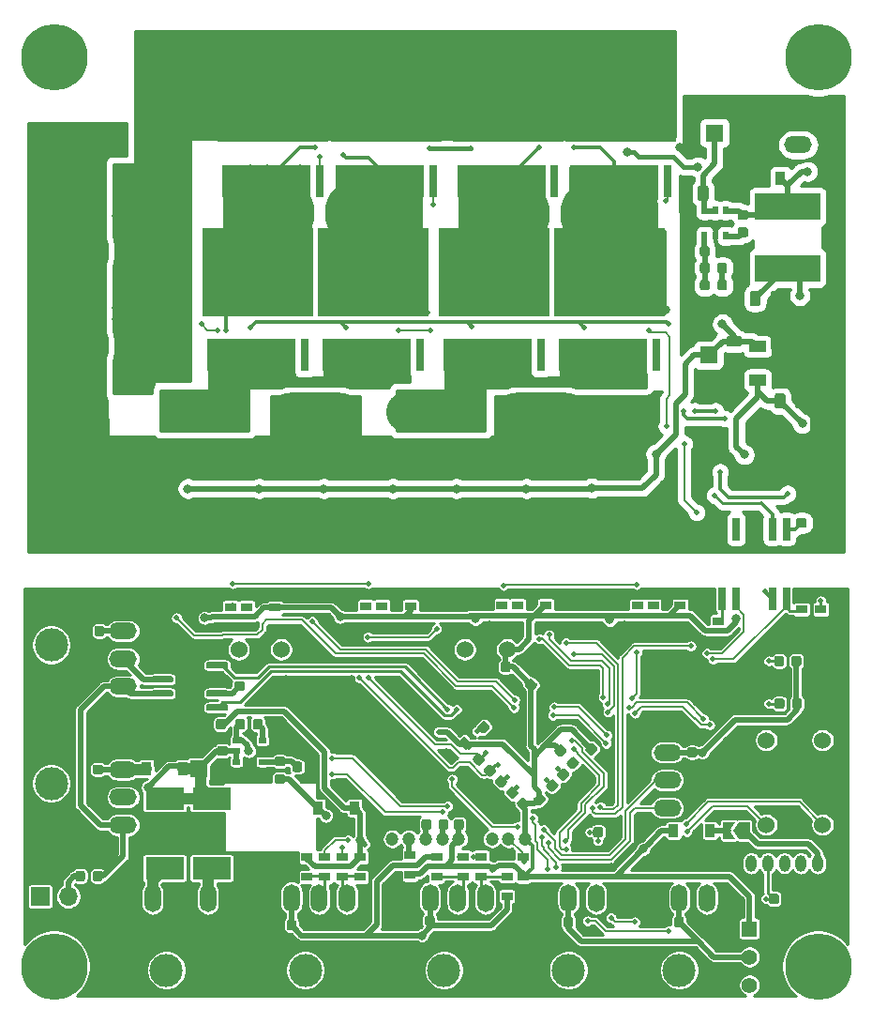
<source format=gbr>
G04 #@! TF.GenerationSoftware,KiCad,Pcbnew,(5.1.5)-3*
G04 #@! TF.CreationDate,2020-03-29T19:42:03+09:00*
G04 #@! TF.ProjectId,SteerMD,53746565-724d-4442-9e6b-696361645f70,rev?*
G04 #@! TF.SameCoordinates,Original*
G04 #@! TF.FileFunction,Copper,L2,Bot*
G04 #@! TF.FilePolarity,Positive*
%FSLAX46Y46*%
G04 Gerber Fmt 4.6, Leading zero omitted, Abs format (unit mm)*
G04 Created by KiCad (PCBNEW (5.1.5)-3) date 2020-03-29 19:42:03*
%MOMM*%
%LPD*%
G04 APERTURE LIST*
%ADD10C,1.524000*%
%ADD11O,8.000000X3.500000*%
%ADD12R,10.000000X8.000000*%
%ADD13R,0.800000X3.000000*%
%ADD14R,8.000000X3.000000*%
%ADD15C,6.000000*%
%ADD16C,0.100000*%
%ADD17C,1.200000*%
%ADD18O,1.500000X2.500000*%
%ADD19C,3.000000*%
%ADD20O,2.500000X1.500000*%
%ADD21O,1.000000X1.524000*%
%ADD22C,6.500000*%
%ADD23R,0.900000X1.200000*%
%ADD24R,1.600000X1.600000*%
%ADD25C,1.600000*%
%ADD26R,1.700000X1.700000*%
%ADD27O,1.700000X1.700000*%
%ADD28R,5.900000X2.450000*%
%ADD29R,0.700000X0.510000*%
%ADD30R,0.640000X2.000000*%
%ADD31R,1.500000X1.000000*%
%ADD32R,1.800000X1.000000*%
%ADD33R,1.840000X2.200000*%
%ADD34R,3.500000X2.000000*%
%ADD35R,1.397000X1.397000*%
%ADD36C,1.397000*%
%ADD37R,1.000000X0.800000*%
%ADD38R,0.510000X0.700000*%
%ADD39C,0.500000*%
%ADD40C,0.800000*%
%ADD41C,1.000000*%
%ADD42C,1.500000*%
%ADD43C,0.500000*%
%ADD44C,0.250000*%
%ADD45C,0.200000*%
%ADD46C,0.300000*%
%ADD47C,1.000000*%
%ADD48C,0.400000*%
%ADD49C,0.254000*%
G04 APERTURE END LIST*
D10*
X96000000Y-107400000D03*
X94090000Y-107400000D03*
X92180000Y-107400000D03*
D11*
X89090000Y-86000000D03*
X99090000Y-86000000D03*
X119500000Y-86000000D03*
X109500000Y-86000000D03*
D10*
X112590000Y-107400000D03*
X114500000Y-107400000D03*
X116410000Y-107400000D03*
D12*
X104350000Y-73350000D03*
D13*
X108550000Y-80850000D03*
D14*
X103750000Y-80850000D03*
D15*
X124250000Y-68100000D03*
X117250000Y-68100000D03*
X103000000Y-68075000D03*
X96000000Y-68075000D03*
D10*
X144890000Y-115590000D03*
X142350000Y-115590000D03*
X139810000Y-115590000D03*
X139810000Y-123210000D03*
X142350000Y-123210000D03*
X144890000Y-123210000D03*
G04 #@! TA.AperFunction,SMDPad,CuDef*
D16*
G36*
X116527691Y-108501053D02*
G01*
X116548926Y-108504203D01*
X116569750Y-108509419D01*
X116589962Y-108516651D01*
X116609368Y-108525830D01*
X116627781Y-108536866D01*
X116645024Y-108549654D01*
X116660930Y-108564070D01*
X116675346Y-108579976D01*
X116688134Y-108597219D01*
X116699170Y-108615632D01*
X116708349Y-108635038D01*
X116715581Y-108655250D01*
X116720797Y-108676074D01*
X116723947Y-108697309D01*
X116725000Y-108718750D01*
X116725000Y-109231250D01*
X116723947Y-109252691D01*
X116720797Y-109273926D01*
X116715581Y-109294750D01*
X116708349Y-109314962D01*
X116699170Y-109334368D01*
X116688134Y-109352781D01*
X116675346Y-109370024D01*
X116660930Y-109385930D01*
X116645024Y-109400346D01*
X116627781Y-109413134D01*
X116609368Y-109424170D01*
X116589962Y-109433349D01*
X116569750Y-109440581D01*
X116548926Y-109445797D01*
X116527691Y-109448947D01*
X116506250Y-109450000D01*
X116068750Y-109450000D01*
X116047309Y-109448947D01*
X116026074Y-109445797D01*
X116005250Y-109440581D01*
X115985038Y-109433349D01*
X115965632Y-109424170D01*
X115947219Y-109413134D01*
X115929976Y-109400346D01*
X115914070Y-109385930D01*
X115899654Y-109370024D01*
X115886866Y-109352781D01*
X115875830Y-109334368D01*
X115866651Y-109314962D01*
X115859419Y-109294750D01*
X115854203Y-109273926D01*
X115851053Y-109252691D01*
X115850000Y-109231250D01*
X115850000Y-108718750D01*
X115851053Y-108697309D01*
X115854203Y-108676074D01*
X115859419Y-108655250D01*
X115866651Y-108635038D01*
X115875830Y-108615632D01*
X115886866Y-108597219D01*
X115899654Y-108579976D01*
X115914070Y-108564070D01*
X115929976Y-108549654D01*
X115947219Y-108536866D01*
X115965632Y-108525830D01*
X115985038Y-108516651D01*
X116005250Y-108509419D01*
X116026074Y-108504203D01*
X116047309Y-108501053D01*
X116068750Y-108500000D01*
X116506250Y-108500000D01*
X116527691Y-108501053D01*
G37*
G04 #@! TD.AperFunction*
G04 #@! TA.AperFunction,SMDPad,CuDef*
G36*
X114952691Y-108501053D02*
G01*
X114973926Y-108504203D01*
X114994750Y-108509419D01*
X115014962Y-108516651D01*
X115034368Y-108525830D01*
X115052781Y-108536866D01*
X115070024Y-108549654D01*
X115085930Y-108564070D01*
X115100346Y-108579976D01*
X115113134Y-108597219D01*
X115124170Y-108615632D01*
X115133349Y-108635038D01*
X115140581Y-108655250D01*
X115145797Y-108676074D01*
X115148947Y-108697309D01*
X115150000Y-108718750D01*
X115150000Y-109231250D01*
X115148947Y-109252691D01*
X115145797Y-109273926D01*
X115140581Y-109294750D01*
X115133349Y-109314962D01*
X115124170Y-109334368D01*
X115113134Y-109352781D01*
X115100346Y-109370024D01*
X115085930Y-109385930D01*
X115070024Y-109400346D01*
X115052781Y-109413134D01*
X115034368Y-109424170D01*
X115014962Y-109433349D01*
X114994750Y-109440581D01*
X114973926Y-109445797D01*
X114952691Y-109448947D01*
X114931250Y-109450000D01*
X114493750Y-109450000D01*
X114472309Y-109448947D01*
X114451074Y-109445797D01*
X114430250Y-109440581D01*
X114410038Y-109433349D01*
X114390632Y-109424170D01*
X114372219Y-109413134D01*
X114354976Y-109400346D01*
X114339070Y-109385930D01*
X114324654Y-109370024D01*
X114311866Y-109352781D01*
X114300830Y-109334368D01*
X114291651Y-109314962D01*
X114284419Y-109294750D01*
X114279203Y-109273926D01*
X114276053Y-109252691D01*
X114275000Y-109231250D01*
X114275000Y-108718750D01*
X114276053Y-108697309D01*
X114279203Y-108676074D01*
X114284419Y-108655250D01*
X114291651Y-108635038D01*
X114300830Y-108615632D01*
X114311866Y-108597219D01*
X114324654Y-108579976D01*
X114339070Y-108564070D01*
X114354976Y-108549654D01*
X114372219Y-108536866D01*
X114390632Y-108525830D01*
X114410038Y-108516651D01*
X114430250Y-108509419D01*
X114451074Y-108504203D01*
X114472309Y-108501053D01*
X114493750Y-108500000D01*
X114931250Y-108500000D01*
X114952691Y-108501053D01*
G37*
G04 #@! TD.AperFunction*
D17*
X118050000Y-124500000D03*
X116550000Y-124500000D03*
X115050000Y-124500000D03*
X113550000Y-124500000D03*
X112050000Y-124500000D03*
X110550000Y-124500000D03*
X109050000Y-124500000D03*
X107550000Y-124500000D03*
X106050000Y-124500000D03*
D18*
X81900000Y-129850000D03*
X84400000Y-129850000D03*
X86900000Y-129850000D03*
X89400000Y-129850000D03*
D19*
X85650000Y-136350000D03*
G04 #@! TA.AperFunction,SMDPad,CuDef*
D16*
G36*
X116851771Y-119789580D02*
G01*
X116873006Y-119792730D01*
X116893830Y-119797946D01*
X116914042Y-119805178D01*
X116933448Y-119814357D01*
X116951861Y-119825393D01*
X116969104Y-119838181D01*
X116985010Y-119852597D01*
X117347403Y-120214990D01*
X117361819Y-120230896D01*
X117374607Y-120248139D01*
X117385643Y-120266552D01*
X117394822Y-120285958D01*
X117402054Y-120306170D01*
X117407270Y-120326994D01*
X117410420Y-120348229D01*
X117411473Y-120369670D01*
X117410420Y-120391111D01*
X117407270Y-120412346D01*
X117402054Y-120433170D01*
X117394822Y-120453382D01*
X117385643Y-120472788D01*
X117374607Y-120491201D01*
X117361819Y-120508444D01*
X117347403Y-120524350D01*
X117038044Y-120833709D01*
X117022138Y-120848125D01*
X117004895Y-120860913D01*
X116986482Y-120871949D01*
X116967076Y-120881128D01*
X116946864Y-120888360D01*
X116926040Y-120893576D01*
X116904805Y-120896726D01*
X116883364Y-120897779D01*
X116861923Y-120896726D01*
X116840688Y-120893576D01*
X116819864Y-120888360D01*
X116799652Y-120881128D01*
X116780246Y-120871949D01*
X116761833Y-120860913D01*
X116744590Y-120848125D01*
X116728684Y-120833709D01*
X116366291Y-120471316D01*
X116351875Y-120455410D01*
X116339087Y-120438167D01*
X116328051Y-120419754D01*
X116318872Y-120400348D01*
X116311640Y-120380136D01*
X116306424Y-120359312D01*
X116303274Y-120338077D01*
X116302221Y-120316636D01*
X116303274Y-120295195D01*
X116306424Y-120273960D01*
X116311640Y-120253136D01*
X116318872Y-120232924D01*
X116328051Y-120213518D01*
X116339087Y-120195105D01*
X116351875Y-120177862D01*
X116366291Y-120161956D01*
X116675650Y-119852597D01*
X116691556Y-119838181D01*
X116708799Y-119825393D01*
X116727212Y-119814357D01*
X116746618Y-119805178D01*
X116766830Y-119797946D01*
X116787654Y-119792730D01*
X116808889Y-119789580D01*
X116830330Y-119788527D01*
X116851771Y-119789580D01*
G37*
G04 #@! TD.AperFunction*
G04 #@! TA.AperFunction,SMDPad,CuDef*
G36*
X115738077Y-120903274D02*
G01*
X115759312Y-120906424D01*
X115780136Y-120911640D01*
X115800348Y-120918872D01*
X115819754Y-120928051D01*
X115838167Y-120939087D01*
X115855410Y-120951875D01*
X115871316Y-120966291D01*
X116233709Y-121328684D01*
X116248125Y-121344590D01*
X116260913Y-121361833D01*
X116271949Y-121380246D01*
X116281128Y-121399652D01*
X116288360Y-121419864D01*
X116293576Y-121440688D01*
X116296726Y-121461923D01*
X116297779Y-121483364D01*
X116296726Y-121504805D01*
X116293576Y-121526040D01*
X116288360Y-121546864D01*
X116281128Y-121567076D01*
X116271949Y-121586482D01*
X116260913Y-121604895D01*
X116248125Y-121622138D01*
X116233709Y-121638044D01*
X115924350Y-121947403D01*
X115908444Y-121961819D01*
X115891201Y-121974607D01*
X115872788Y-121985643D01*
X115853382Y-121994822D01*
X115833170Y-122002054D01*
X115812346Y-122007270D01*
X115791111Y-122010420D01*
X115769670Y-122011473D01*
X115748229Y-122010420D01*
X115726994Y-122007270D01*
X115706170Y-122002054D01*
X115685958Y-121994822D01*
X115666552Y-121985643D01*
X115648139Y-121974607D01*
X115630896Y-121961819D01*
X115614990Y-121947403D01*
X115252597Y-121585010D01*
X115238181Y-121569104D01*
X115225393Y-121551861D01*
X115214357Y-121533448D01*
X115205178Y-121514042D01*
X115197946Y-121493830D01*
X115192730Y-121473006D01*
X115189580Y-121451771D01*
X115188527Y-121430330D01*
X115189580Y-121408889D01*
X115192730Y-121387654D01*
X115197946Y-121366830D01*
X115205178Y-121346618D01*
X115214357Y-121327212D01*
X115225393Y-121308799D01*
X115238181Y-121291556D01*
X115252597Y-121275650D01*
X115561956Y-120966291D01*
X115577862Y-120951875D01*
X115595105Y-120939087D01*
X115613518Y-120928051D01*
X115632924Y-120918872D01*
X115653136Y-120911640D01*
X115673960Y-120906424D01*
X115695195Y-120903274D01*
X115716636Y-120902221D01*
X115738077Y-120903274D01*
G37*
G04 #@! TD.AperFunction*
D20*
X81750000Y-115750000D03*
X81750000Y-118250000D03*
X81750000Y-120750000D03*
X81750000Y-123250000D03*
D19*
X75250000Y-119500000D03*
X75250000Y-107000000D03*
D20*
X81750000Y-110750000D03*
X81750000Y-108250000D03*
X81750000Y-105750000D03*
X81750000Y-103250000D03*
D19*
X98200000Y-136350000D03*
D18*
X101950000Y-129850000D03*
X99450000Y-129850000D03*
X96950000Y-129850000D03*
X94450000Y-129850000D03*
X106950000Y-129850000D03*
X109450000Y-129850000D03*
X111950000Y-129850000D03*
X114450000Y-129850000D03*
D19*
X110700000Y-136350000D03*
D20*
X142700000Y-59400000D03*
X142700000Y-61900000D03*
X130875000Y-121700000D03*
X130875000Y-119200000D03*
X130875000Y-116700000D03*
X130875000Y-114200000D03*
D21*
X145950000Y-126700000D03*
X144450000Y-126700000D03*
X142950000Y-126700000D03*
X141450000Y-126700000D03*
X139950000Y-126700000D03*
X138450000Y-126700000D03*
D22*
X77200000Y-80000000D03*
X84200000Y-80000000D03*
X84200000Y-71500000D03*
X77200000Y-71500000D03*
G04 #@! TA.AperFunction,SMDPad,CuDef*
D16*
G36*
X113241111Y-112764580D02*
G01*
X113262346Y-112767730D01*
X113283170Y-112772946D01*
X113303382Y-112780178D01*
X113322788Y-112789357D01*
X113341201Y-112800393D01*
X113358444Y-112813181D01*
X113374350Y-112827597D01*
X113683709Y-113136956D01*
X113698125Y-113152862D01*
X113710913Y-113170105D01*
X113721949Y-113188518D01*
X113731128Y-113207924D01*
X113738360Y-113228136D01*
X113743576Y-113248960D01*
X113746726Y-113270195D01*
X113747779Y-113291636D01*
X113746726Y-113313077D01*
X113743576Y-113334312D01*
X113738360Y-113355136D01*
X113731128Y-113375348D01*
X113721949Y-113394754D01*
X113710913Y-113413167D01*
X113698125Y-113430410D01*
X113683709Y-113446316D01*
X113321316Y-113808709D01*
X113305410Y-113823125D01*
X113288167Y-113835913D01*
X113269754Y-113846949D01*
X113250348Y-113856128D01*
X113230136Y-113863360D01*
X113209312Y-113868576D01*
X113188077Y-113871726D01*
X113166636Y-113872779D01*
X113145195Y-113871726D01*
X113123960Y-113868576D01*
X113103136Y-113863360D01*
X113082924Y-113856128D01*
X113063518Y-113846949D01*
X113045105Y-113835913D01*
X113027862Y-113823125D01*
X113011956Y-113808709D01*
X112702597Y-113499350D01*
X112688181Y-113483444D01*
X112675393Y-113466201D01*
X112664357Y-113447788D01*
X112655178Y-113428382D01*
X112647946Y-113408170D01*
X112642730Y-113387346D01*
X112639580Y-113366111D01*
X112638527Y-113344670D01*
X112639580Y-113323229D01*
X112642730Y-113301994D01*
X112647946Y-113281170D01*
X112655178Y-113260958D01*
X112664357Y-113241552D01*
X112675393Y-113223139D01*
X112688181Y-113205896D01*
X112702597Y-113189990D01*
X113064990Y-112827597D01*
X113080896Y-112813181D01*
X113098139Y-112800393D01*
X113116552Y-112789357D01*
X113135958Y-112780178D01*
X113156170Y-112772946D01*
X113176994Y-112767730D01*
X113198229Y-112764580D01*
X113219670Y-112763527D01*
X113241111Y-112764580D01*
G37*
G04 #@! TD.AperFunction*
G04 #@! TA.AperFunction,SMDPad,CuDef*
G36*
X114354805Y-113878274D02*
G01*
X114376040Y-113881424D01*
X114396864Y-113886640D01*
X114417076Y-113893872D01*
X114436482Y-113903051D01*
X114454895Y-113914087D01*
X114472138Y-113926875D01*
X114488044Y-113941291D01*
X114797403Y-114250650D01*
X114811819Y-114266556D01*
X114824607Y-114283799D01*
X114835643Y-114302212D01*
X114844822Y-114321618D01*
X114852054Y-114341830D01*
X114857270Y-114362654D01*
X114860420Y-114383889D01*
X114861473Y-114405330D01*
X114860420Y-114426771D01*
X114857270Y-114448006D01*
X114852054Y-114468830D01*
X114844822Y-114489042D01*
X114835643Y-114508448D01*
X114824607Y-114526861D01*
X114811819Y-114544104D01*
X114797403Y-114560010D01*
X114435010Y-114922403D01*
X114419104Y-114936819D01*
X114401861Y-114949607D01*
X114383448Y-114960643D01*
X114364042Y-114969822D01*
X114343830Y-114977054D01*
X114323006Y-114982270D01*
X114301771Y-114985420D01*
X114280330Y-114986473D01*
X114258889Y-114985420D01*
X114237654Y-114982270D01*
X114216830Y-114977054D01*
X114196618Y-114969822D01*
X114177212Y-114960643D01*
X114158799Y-114949607D01*
X114141556Y-114936819D01*
X114125650Y-114922403D01*
X113816291Y-114613044D01*
X113801875Y-114597138D01*
X113789087Y-114579895D01*
X113778051Y-114561482D01*
X113768872Y-114542076D01*
X113761640Y-114521864D01*
X113756424Y-114501040D01*
X113753274Y-114479805D01*
X113752221Y-114458364D01*
X113753274Y-114436923D01*
X113756424Y-114415688D01*
X113761640Y-114394864D01*
X113768872Y-114374652D01*
X113778051Y-114355246D01*
X113789087Y-114336833D01*
X113801875Y-114319590D01*
X113816291Y-114303684D01*
X114178684Y-113941291D01*
X114194590Y-113926875D01*
X114211833Y-113914087D01*
X114230246Y-113903051D01*
X114249652Y-113893872D01*
X114269864Y-113886640D01*
X114290688Y-113881424D01*
X114311923Y-113878274D01*
X114333364Y-113877221D01*
X114354805Y-113878274D01*
G37*
G04 #@! TD.AperFunction*
D23*
X141100000Y-64950000D03*
X137800000Y-64950000D03*
D14*
X93350000Y-80850000D03*
D13*
X98150000Y-80850000D03*
D12*
X93950000Y-73350000D03*
D23*
X87150000Y-118150000D03*
X83850000Y-118150000D03*
G04 #@! TA.AperFunction,SMDPad,CuDef*
D16*
G36*
X79677691Y-127376053D02*
G01*
X79698926Y-127379203D01*
X79719750Y-127384419D01*
X79739962Y-127391651D01*
X79759368Y-127400830D01*
X79777781Y-127411866D01*
X79795024Y-127424654D01*
X79810930Y-127439070D01*
X79825346Y-127454976D01*
X79838134Y-127472219D01*
X79849170Y-127490632D01*
X79858349Y-127510038D01*
X79865581Y-127530250D01*
X79870797Y-127551074D01*
X79873947Y-127572309D01*
X79875000Y-127593750D01*
X79875000Y-128106250D01*
X79873947Y-128127691D01*
X79870797Y-128148926D01*
X79865581Y-128169750D01*
X79858349Y-128189962D01*
X79849170Y-128209368D01*
X79838134Y-128227781D01*
X79825346Y-128245024D01*
X79810930Y-128260930D01*
X79795024Y-128275346D01*
X79777781Y-128288134D01*
X79759368Y-128299170D01*
X79739962Y-128308349D01*
X79719750Y-128315581D01*
X79698926Y-128320797D01*
X79677691Y-128323947D01*
X79656250Y-128325000D01*
X79218750Y-128325000D01*
X79197309Y-128323947D01*
X79176074Y-128320797D01*
X79155250Y-128315581D01*
X79135038Y-128308349D01*
X79115632Y-128299170D01*
X79097219Y-128288134D01*
X79079976Y-128275346D01*
X79064070Y-128260930D01*
X79049654Y-128245024D01*
X79036866Y-128227781D01*
X79025830Y-128209368D01*
X79016651Y-128189962D01*
X79009419Y-128169750D01*
X79004203Y-128148926D01*
X79001053Y-128127691D01*
X79000000Y-128106250D01*
X79000000Y-127593750D01*
X79001053Y-127572309D01*
X79004203Y-127551074D01*
X79009419Y-127530250D01*
X79016651Y-127510038D01*
X79025830Y-127490632D01*
X79036866Y-127472219D01*
X79049654Y-127454976D01*
X79064070Y-127439070D01*
X79079976Y-127424654D01*
X79097219Y-127411866D01*
X79115632Y-127400830D01*
X79135038Y-127391651D01*
X79155250Y-127384419D01*
X79176074Y-127379203D01*
X79197309Y-127376053D01*
X79218750Y-127375000D01*
X79656250Y-127375000D01*
X79677691Y-127376053D01*
G37*
G04 #@! TD.AperFunction*
G04 #@! TA.AperFunction,SMDPad,CuDef*
G36*
X78102691Y-127376053D02*
G01*
X78123926Y-127379203D01*
X78144750Y-127384419D01*
X78164962Y-127391651D01*
X78184368Y-127400830D01*
X78202781Y-127411866D01*
X78220024Y-127424654D01*
X78235930Y-127439070D01*
X78250346Y-127454976D01*
X78263134Y-127472219D01*
X78274170Y-127490632D01*
X78283349Y-127510038D01*
X78290581Y-127530250D01*
X78295797Y-127551074D01*
X78298947Y-127572309D01*
X78300000Y-127593750D01*
X78300000Y-128106250D01*
X78298947Y-128127691D01*
X78295797Y-128148926D01*
X78290581Y-128169750D01*
X78283349Y-128189962D01*
X78274170Y-128209368D01*
X78263134Y-128227781D01*
X78250346Y-128245024D01*
X78235930Y-128260930D01*
X78220024Y-128275346D01*
X78202781Y-128288134D01*
X78184368Y-128299170D01*
X78164962Y-128308349D01*
X78144750Y-128315581D01*
X78123926Y-128320797D01*
X78102691Y-128323947D01*
X78081250Y-128325000D01*
X77643750Y-128325000D01*
X77622309Y-128323947D01*
X77601074Y-128320797D01*
X77580250Y-128315581D01*
X77560038Y-128308349D01*
X77540632Y-128299170D01*
X77522219Y-128288134D01*
X77504976Y-128275346D01*
X77489070Y-128260930D01*
X77474654Y-128245024D01*
X77461866Y-128227781D01*
X77450830Y-128209368D01*
X77441651Y-128189962D01*
X77434419Y-128169750D01*
X77429203Y-128148926D01*
X77426053Y-128127691D01*
X77425000Y-128106250D01*
X77425000Y-127593750D01*
X77426053Y-127572309D01*
X77429203Y-127551074D01*
X77434419Y-127530250D01*
X77441651Y-127510038D01*
X77450830Y-127490632D01*
X77461866Y-127472219D01*
X77474654Y-127454976D01*
X77489070Y-127439070D01*
X77504976Y-127424654D01*
X77522219Y-127411866D01*
X77540632Y-127400830D01*
X77560038Y-127391651D01*
X77580250Y-127384419D01*
X77601074Y-127379203D01*
X77622309Y-127376053D01*
X77643750Y-127375000D01*
X78081250Y-127375000D01*
X78102691Y-127376053D01*
G37*
G04 #@! TD.AperFunction*
G04 #@! TA.AperFunction,SMDPad,CuDef*
G36*
X115851771Y-118789580D02*
G01*
X115873006Y-118792730D01*
X115893830Y-118797946D01*
X115914042Y-118805178D01*
X115933448Y-118814357D01*
X115951861Y-118825393D01*
X115969104Y-118838181D01*
X115985010Y-118852597D01*
X116347403Y-119214990D01*
X116361819Y-119230896D01*
X116374607Y-119248139D01*
X116385643Y-119266552D01*
X116394822Y-119285958D01*
X116402054Y-119306170D01*
X116407270Y-119326994D01*
X116410420Y-119348229D01*
X116411473Y-119369670D01*
X116410420Y-119391111D01*
X116407270Y-119412346D01*
X116402054Y-119433170D01*
X116394822Y-119453382D01*
X116385643Y-119472788D01*
X116374607Y-119491201D01*
X116361819Y-119508444D01*
X116347403Y-119524350D01*
X116038044Y-119833709D01*
X116022138Y-119848125D01*
X116004895Y-119860913D01*
X115986482Y-119871949D01*
X115967076Y-119881128D01*
X115946864Y-119888360D01*
X115926040Y-119893576D01*
X115904805Y-119896726D01*
X115883364Y-119897779D01*
X115861923Y-119896726D01*
X115840688Y-119893576D01*
X115819864Y-119888360D01*
X115799652Y-119881128D01*
X115780246Y-119871949D01*
X115761833Y-119860913D01*
X115744590Y-119848125D01*
X115728684Y-119833709D01*
X115366291Y-119471316D01*
X115351875Y-119455410D01*
X115339087Y-119438167D01*
X115328051Y-119419754D01*
X115318872Y-119400348D01*
X115311640Y-119380136D01*
X115306424Y-119359312D01*
X115303274Y-119338077D01*
X115302221Y-119316636D01*
X115303274Y-119295195D01*
X115306424Y-119273960D01*
X115311640Y-119253136D01*
X115318872Y-119232924D01*
X115328051Y-119213518D01*
X115339087Y-119195105D01*
X115351875Y-119177862D01*
X115366291Y-119161956D01*
X115675650Y-118852597D01*
X115691556Y-118838181D01*
X115708799Y-118825393D01*
X115727212Y-118814357D01*
X115746618Y-118805178D01*
X115766830Y-118797946D01*
X115787654Y-118792730D01*
X115808889Y-118789580D01*
X115830330Y-118788527D01*
X115851771Y-118789580D01*
G37*
G04 #@! TD.AperFunction*
G04 #@! TA.AperFunction,SMDPad,CuDef*
G36*
X114738077Y-119903274D02*
G01*
X114759312Y-119906424D01*
X114780136Y-119911640D01*
X114800348Y-119918872D01*
X114819754Y-119928051D01*
X114838167Y-119939087D01*
X114855410Y-119951875D01*
X114871316Y-119966291D01*
X115233709Y-120328684D01*
X115248125Y-120344590D01*
X115260913Y-120361833D01*
X115271949Y-120380246D01*
X115281128Y-120399652D01*
X115288360Y-120419864D01*
X115293576Y-120440688D01*
X115296726Y-120461923D01*
X115297779Y-120483364D01*
X115296726Y-120504805D01*
X115293576Y-120526040D01*
X115288360Y-120546864D01*
X115281128Y-120567076D01*
X115271949Y-120586482D01*
X115260913Y-120604895D01*
X115248125Y-120622138D01*
X115233709Y-120638044D01*
X114924350Y-120947403D01*
X114908444Y-120961819D01*
X114891201Y-120974607D01*
X114872788Y-120985643D01*
X114853382Y-120994822D01*
X114833170Y-121002054D01*
X114812346Y-121007270D01*
X114791111Y-121010420D01*
X114769670Y-121011473D01*
X114748229Y-121010420D01*
X114726994Y-121007270D01*
X114706170Y-121002054D01*
X114685958Y-120994822D01*
X114666552Y-120985643D01*
X114648139Y-120974607D01*
X114630896Y-120961819D01*
X114614990Y-120947403D01*
X114252597Y-120585010D01*
X114238181Y-120569104D01*
X114225393Y-120551861D01*
X114214357Y-120533448D01*
X114205178Y-120514042D01*
X114197946Y-120493830D01*
X114192730Y-120473006D01*
X114189580Y-120451771D01*
X114188527Y-120430330D01*
X114189580Y-120408889D01*
X114192730Y-120387654D01*
X114197946Y-120366830D01*
X114205178Y-120346618D01*
X114214357Y-120327212D01*
X114225393Y-120308799D01*
X114238181Y-120291556D01*
X114252597Y-120275650D01*
X114561956Y-119966291D01*
X114577862Y-119951875D01*
X114595105Y-119939087D01*
X114613518Y-119928051D01*
X114632924Y-119918872D01*
X114653136Y-119911640D01*
X114673960Y-119906424D01*
X114695195Y-119903274D01*
X114716636Y-119902221D01*
X114738077Y-119903274D01*
G37*
G04 #@! TD.AperFunction*
G04 #@! TA.AperFunction,SMDPad,CuDef*
G36*
X142327691Y-129426053D02*
G01*
X142348926Y-129429203D01*
X142369750Y-129434419D01*
X142389962Y-129441651D01*
X142409368Y-129450830D01*
X142427781Y-129461866D01*
X142445024Y-129474654D01*
X142460930Y-129489070D01*
X142475346Y-129504976D01*
X142488134Y-129522219D01*
X142499170Y-129540632D01*
X142508349Y-129560038D01*
X142515581Y-129580250D01*
X142520797Y-129601074D01*
X142523947Y-129622309D01*
X142525000Y-129643750D01*
X142525000Y-130156250D01*
X142523947Y-130177691D01*
X142520797Y-130198926D01*
X142515581Y-130219750D01*
X142508349Y-130239962D01*
X142499170Y-130259368D01*
X142488134Y-130277781D01*
X142475346Y-130295024D01*
X142460930Y-130310930D01*
X142445024Y-130325346D01*
X142427781Y-130338134D01*
X142409368Y-130349170D01*
X142389962Y-130358349D01*
X142369750Y-130365581D01*
X142348926Y-130370797D01*
X142327691Y-130373947D01*
X142306250Y-130375000D01*
X141868750Y-130375000D01*
X141847309Y-130373947D01*
X141826074Y-130370797D01*
X141805250Y-130365581D01*
X141785038Y-130358349D01*
X141765632Y-130349170D01*
X141747219Y-130338134D01*
X141729976Y-130325346D01*
X141714070Y-130310930D01*
X141699654Y-130295024D01*
X141686866Y-130277781D01*
X141675830Y-130259368D01*
X141666651Y-130239962D01*
X141659419Y-130219750D01*
X141654203Y-130198926D01*
X141651053Y-130177691D01*
X141650000Y-130156250D01*
X141650000Y-129643750D01*
X141651053Y-129622309D01*
X141654203Y-129601074D01*
X141659419Y-129580250D01*
X141666651Y-129560038D01*
X141675830Y-129540632D01*
X141686866Y-129522219D01*
X141699654Y-129504976D01*
X141714070Y-129489070D01*
X141729976Y-129474654D01*
X141747219Y-129461866D01*
X141765632Y-129450830D01*
X141785038Y-129441651D01*
X141805250Y-129434419D01*
X141826074Y-129429203D01*
X141847309Y-129426053D01*
X141868750Y-129425000D01*
X142306250Y-129425000D01*
X142327691Y-129426053D01*
G37*
G04 #@! TD.AperFunction*
G04 #@! TA.AperFunction,SMDPad,CuDef*
G36*
X140752691Y-129426053D02*
G01*
X140773926Y-129429203D01*
X140794750Y-129434419D01*
X140814962Y-129441651D01*
X140834368Y-129450830D01*
X140852781Y-129461866D01*
X140870024Y-129474654D01*
X140885930Y-129489070D01*
X140900346Y-129504976D01*
X140913134Y-129522219D01*
X140924170Y-129540632D01*
X140933349Y-129560038D01*
X140940581Y-129580250D01*
X140945797Y-129601074D01*
X140948947Y-129622309D01*
X140950000Y-129643750D01*
X140950000Y-130156250D01*
X140948947Y-130177691D01*
X140945797Y-130198926D01*
X140940581Y-130219750D01*
X140933349Y-130239962D01*
X140924170Y-130259368D01*
X140913134Y-130277781D01*
X140900346Y-130295024D01*
X140885930Y-130310930D01*
X140870024Y-130325346D01*
X140852781Y-130338134D01*
X140834368Y-130349170D01*
X140814962Y-130358349D01*
X140794750Y-130365581D01*
X140773926Y-130370797D01*
X140752691Y-130373947D01*
X140731250Y-130375000D01*
X140293750Y-130375000D01*
X140272309Y-130373947D01*
X140251074Y-130370797D01*
X140230250Y-130365581D01*
X140210038Y-130358349D01*
X140190632Y-130349170D01*
X140172219Y-130338134D01*
X140154976Y-130325346D01*
X140139070Y-130310930D01*
X140124654Y-130295024D01*
X140111866Y-130277781D01*
X140100830Y-130259368D01*
X140091651Y-130239962D01*
X140084419Y-130219750D01*
X140079203Y-130198926D01*
X140076053Y-130177691D01*
X140075000Y-130156250D01*
X140075000Y-129643750D01*
X140076053Y-129622309D01*
X140079203Y-129601074D01*
X140084419Y-129580250D01*
X140091651Y-129560038D01*
X140100830Y-129540632D01*
X140111866Y-129522219D01*
X140124654Y-129504976D01*
X140139070Y-129489070D01*
X140154976Y-129474654D01*
X140172219Y-129461866D01*
X140190632Y-129450830D01*
X140210038Y-129441651D01*
X140230250Y-129434419D01*
X140251074Y-129429203D01*
X140272309Y-129426053D01*
X140293750Y-129425000D01*
X140731250Y-129425000D01*
X140752691Y-129426053D01*
G37*
G04 #@! TD.AperFunction*
G04 #@! TA.AperFunction,SMDPad,CuDef*
G36*
X119391111Y-120364580D02*
G01*
X119412346Y-120367730D01*
X119433170Y-120372946D01*
X119453382Y-120380178D01*
X119472788Y-120389357D01*
X119491201Y-120400393D01*
X119508444Y-120413181D01*
X119524350Y-120427597D01*
X119833709Y-120736956D01*
X119848125Y-120752862D01*
X119860913Y-120770105D01*
X119871949Y-120788518D01*
X119881128Y-120807924D01*
X119888360Y-120828136D01*
X119893576Y-120848960D01*
X119896726Y-120870195D01*
X119897779Y-120891636D01*
X119896726Y-120913077D01*
X119893576Y-120934312D01*
X119888360Y-120955136D01*
X119881128Y-120975348D01*
X119871949Y-120994754D01*
X119860913Y-121013167D01*
X119848125Y-121030410D01*
X119833709Y-121046316D01*
X119471316Y-121408709D01*
X119455410Y-121423125D01*
X119438167Y-121435913D01*
X119419754Y-121446949D01*
X119400348Y-121456128D01*
X119380136Y-121463360D01*
X119359312Y-121468576D01*
X119338077Y-121471726D01*
X119316636Y-121472779D01*
X119295195Y-121471726D01*
X119273960Y-121468576D01*
X119253136Y-121463360D01*
X119232924Y-121456128D01*
X119213518Y-121446949D01*
X119195105Y-121435913D01*
X119177862Y-121423125D01*
X119161956Y-121408709D01*
X118852597Y-121099350D01*
X118838181Y-121083444D01*
X118825393Y-121066201D01*
X118814357Y-121047788D01*
X118805178Y-121028382D01*
X118797946Y-121008170D01*
X118792730Y-120987346D01*
X118789580Y-120966111D01*
X118788527Y-120944670D01*
X118789580Y-120923229D01*
X118792730Y-120901994D01*
X118797946Y-120881170D01*
X118805178Y-120860958D01*
X118814357Y-120841552D01*
X118825393Y-120823139D01*
X118838181Y-120805896D01*
X118852597Y-120789990D01*
X119214990Y-120427597D01*
X119230896Y-120413181D01*
X119248139Y-120400393D01*
X119266552Y-120389357D01*
X119285958Y-120380178D01*
X119306170Y-120372946D01*
X119326994Y-120367730D01*
X119348229Y-120364580D01*
X119369670Y-120363527D01*
X119391111Y-120364580D01*
G37*
G04 #@! TD.AperFunction*
G04 #@! TA.AperFunction,SMDPad,CuDef*
G36*
X120504805Y-121478274D02*
G01*
X120526040Y-121481424D01*
X120546864Y-121486640D01*
X120567076Y-121493872D01*
X120586482Y-121503051D01*
X120604895Y-121514087D01*
X120622138Y-121526875D01*
X120638044Y-121541291D01*
X120947403Y-121850650D01*
X120961819Y-121866556D01*
X120974607Y-121883799D01*
X120985643Y-121902212D01*
X120994822Y-121921618D01*
X121002054Y-121941830D01*
X121007270Y-121962654D01*
X121010420Y-121983889D01*
X121011473Y-122005330D01*
X121010420Y-122026771D01*
X121007270Y-122048006D01*
X121002054Y-122068830D01*
X120994822Y-122089042D01*
X120985643Y-122108448D01*
X120974607Y-122126861D01*
X120961819Y-122144104D01*
X120947403Y-122160010D01*
X120585010Y-122522403D01*
X120569104Y-122536819D01*
X120551861Y-122549607D01*
X120533448Y-122560643D01*
X120514042Y-122569822D01*
X120493830Y-122577054D01*
X120473006Y-122582270D01*
X120451771Y-122585420D01*
X120430330Y-122586473D01*
X120408889Y-122585420D01*
X120387654Y-122582270D01*
X120366830Y-122577054D01*
X120346618Y-122569822D01*
X120327212Y-122560643D01*
X120308799Y-122549607D01*
X120291556Y-122536819D01*
X120275650Y-122522403D01*
X119966291Y-122213044D01*
X119951875Y-122197138D01*
X119939087Y-122179895D01*
X119928051Y-122161482D01*
X119918872Y-122142076D01*
X119911640Y-122121864D01*
X119906424Y-122101040D01*
X119903274Y-122079805D01*
X119902221Y-122058364D01*
X119903274Y-122036923D01*
X119906424Y-122015688D01*
X119911640Y-121994864D01*
X119918872Y-121974652D01*
X119928051Y-121955246D01*
X119939087Y-121936833D01*
X119951875Y-121919590D01*
X119966291Y-121903684D01*
X120328684Y-121541291D01*
X120344590Y-121526875D01*
X120361833Y-121514087D01*
X120380246Y-121503051D01*
X120399652Y-121493872D01*
X120419864Y-121486640D01*
X120440688Y-121481424D01*
X120461923Y-121478274D01*
X120483364Y-121477221D01*
X120504805Y-121478274D01*
G37*
G04 #@! TD.AperFunction*
G04 #@! TA.AperFunction,SMDPad,CuDef*
G36*
X125204805Y-116978274D02*
G01*
X125226040Y-116981424D01*
X125246864Y-116986640D01*
X125267076Y-116993872D01*
X125286482Y-117003051D01*
X125304895Y-117014087D01*
X125322138Y-117026875D01*
X125338044Y-117041291D01*
X125647403Y-117350650D01*
X125661819Y-117366556D01*
X125674607Y-117383799D01*
X125685643Y-117402212D01*
X125694822Y-117421618D01*
X125702054Y-117441830D01*
X125707270Y-117462654D01*
X125710420Y-117483889D01*
X125711473Y-117505330D01*
X125710420Y-117526771D01*
X125707270Y-117548006D01*
X125702054Y-117568830D01*
X125694822Y-117589042D01*
X125685643Y-117608448D01*
X125674607Y-117626861D01*
X125661819Y-117644104D01*
X125647403Y-117660010D01*
X125285010Y-118022403D01*
X125269104Y-118036819D01*
X125251861Y-118049607D01*
X125233448Y-118060643D01*
X125214042Y-118069822D01*
X125193830Y-118077054D01*
X125173006Y-118082270D01*
X125151771Y-118085420D01*
X125130330Y-118086473D01*
X125108889Y-118085420D01*
X125087654Y-118082270D01*
X125066830Y-118077054D01*
X125046618Y-118069822D01*
X125027212Y-118060643D01*
X125008799Y-118049607D01*
X124991556Y-118036819D01*
X124975650Y-118022403D01*
X124666291Y-117713044D01*
X124651875Y-117697138D01*
X124639087Y-117679895D01*
X124628051Y-117661482D01*
X124618872Y-117642076D01*
X124611640Y-117621864D01*
X124606424Y-117601040D01*
X124603274Y-117579805D01*
X124602221Y-117558364D01*
X124603274Y-117536923D01*
X124606424Y-117515688D01*
X124611640Y-117494864D01*
X124618872Y-117474652D01*
X124628051Y-117455246D01*
X124639087Y-117436833D01*
X124651875Y-117419590D01*
X124666291Y-117403684D01*
X125028684Y-117041291D01*
X125044590Y-117026875D01*
X125061833Y-117014087D01*
X125080246Y-117003051D01*
X125099652Y-116993872D01*
X125119864Y-116986640D01*
X125140688Y-116981424D01*
X125161923Y-116978274D01*
X125183364Y-116977221D01*
X125204805Y-116978274D01*
G37*
G04 #@! TD.AperFunction*
G04 #@! TA.AperFunction,SMDPad,CuDef*
G36*
X124091111Y-115864580D02*
G01*
X124112346Y-115867730D01*
X124133170Y-115872946D01*
X124153382Y-115880178D01*
X124172788Y-115889357D01*
X124191201Y-115900393D01*
X124208444Y-115913181D01*
X124224350Y-115927597D01*
X124533709Y-116236956D01*
X124548125Y-116252862D01*
X124560913Y-116270105D01*
X124571949Y-116288518D01*
X124581128Y-116307924D01*
X124588360Y-116328136D01*
X124593576Y-116348960D01*
X124596726Y-116370195D01*
X124597779Y-116391636D01*
X124596726Y-116413077D01*
X124593576Y-116434312D01*
X124588360Y-116455136D01*
X124581128Y-116475348D01*
X124571949Y-116494754D01*
X124560913Y-116513167D01*
X124548125Y-116530410D01*
X124533709Y-116546316D01*
X124171316Y-116908709D01*
X124155410Y-116923125D01*
X124138167Y-116935913D01*
X124119754Y-116946949D01*
X124100348Y-116956128D01*
X124080136Y-116963360D01*
X124059312Y-116968576D01*
X124038077Y-116971726D01*
X124016636Y-116972779D01*
X123995195Y-116971726D01*
X123973960Y-116968576D01*
X123953136Y-116963360D01*
X123932924Y-116956128D01*
X123913518Y-116946949D01*
X123895105Y-116935913D01*
X123877862Y-116923125D01*
X123861956Y-116908709D01*
X123552597Y-116599350D01*
X123538181Y-116583444D01*
X123525393Y-116566201D01*
X123514357Y-116547788D01*
X123505178Y-116528382D01*
X123497946Y-116508170D01*
X123492730Y-116487346D01*
X123489580Y-116466111D01*
X123488527Y-116444670D01*
X123489580Y-116423229D01*
X123492730Y-116401994D01*
X123497946Y-116381170D01*
X123505178Y-116360958D01*
X123514357Y-116341552D01*
X123525393Y-116323139D01*
X123538181Y-116305896D01*
X123552597Y-116289990D01*
X123914990Y-115927597D01*
X123930896Y-115913181D01*
X123948139Y-115900393D01*
X123966552Y-115889357D01*
X123985958Y-115880178D01*
X124006170Y-115872946D01*
X124026994Y-115867730D01*
X124048229Y-115864580D01*
X124069670Y-115863527D01*
X124091111Y-115864580D01*
G37*
G04 #@! TD.AperFunction*
G04 #@! TA.AperFunction,SMDPad,CuDef*
G36*
X79827691Y-105276053D02*
G01*
X79848926Y-105279203D01*
X79869750Y-105284419D01*
X79889962Y-105291651D01*
X79909368Y-105300830D01*
X79927781Y-105311866D01*
X79945024Y-105324654D01*
X79960930Y-105339070D01*
X79975346Y-105354976D01*
X79988134Y-105372219D01*
X79999170Y-105390632D01*
X80008349Y-105410038D01*
X80015581Y-105430250D01*
X80020797Y-105451074D01*
X80023947Y-105472309D01*
X80025000Y-105493750D01*
X80025000Y-106006250D01*
X80023947Y-106027691D01*
X80020797Y-106048926D01*
X80015581Y-106069750D01*
X80008349Y-106089962D01*
X79999170Y-106109368D01*
X79988134Y-106127781D01*
X79975346Y-106145024D01*
X79960930Y-106160930D01*
X79945024Y-106175346D01*
X79927781Y-106188134D01*
X79909368Y-106199170D01*
X79889962Y-106208349D01*
X79869750Y-106215581D01*
X79848926Y-106220797D01*
X79827691Y-106223947D01*
X79806250Y-106225000D01*
X79368750Y-106225000D01*
X79347309Y-106223947D01*
X79326074Y-106220797D01*
X79305250Y-106215581D01*
X79285038Y-106208349D01*
X79265632Y-106199170D01*
X79247219Y-106188134D01*
X79229976Y-106175346D01*
X79214070Y-106160930D01*
X79199654Y-106145024D01*
X79186866Y-106127781D01*
X79175830Y-106109368D01*
X79166651Y-106089962D01*
X79159419Y-106069750D01*
X79154203Y-106048926D01*
X79151053Y-106027691D01*
X79150000Y-106006250D01*
X79150000Y-105493750D01*
X79151053Y-105472309D01*
X79154203Y-105451074D01*
X79159419Y-105430250D01*
X79166651Y-105410038D01*
X79175830Y-105390632D01*
X79186866Y-105372219D01*
X79199654Y-105354976D01*
X79214070Y-105339070D01*
X79229976Y-105324654D01*
X79247219Y-105311866D01*
X79265632Y-105300830D01*
X79285038Y-105291651D01*
X79305250Y-105284419D01*
X79326074Y-105279203D01*
X79347309Y-105276053D01*
X79368750Y-105275000D01*
X79806250Y-105275000D01*
X79827691Y-105276053D01*
G37*
G04 #@! TD.AperFunction*
G04 #@! TA.AperFunction,SMDPad,CuDef*
G36*
X78252691Y-105276053D02*
G01*
X78273926Y-105279203D01*
X78294750Y-105284419D01*
X78314962Y-105291651D01*
X78334368Y-105300830D01*
X78352781Y-105311866D01*
X78370024Y-105324654D01*
X78385930Y-105339070D01*
X78400346Y-105354976D01*
X78413134Y-105372219D01*
X78424170Y-105390632D01*
X78433349Y-105410038D01*
X78440581Y-105430250D01*
X78445797Y-105451074D01*
X78448947Y-105472309D01*
X78450000Y-105493750D01*
X78450000Y-106006250D01*
X78448947Y-106027691D01*
X78445797Y-106048926D01*
X78440581Y-106069750D01*
X78433349Y-106089962D01*
X78424170Y-106109368D01*
X78413134Y-106127781D01*
X78400346Y-106145024D01*
X78385930Y-106160930D01*
X78370024Y-106175346D01*
X78352781Y-106188134D01*
X78334368Y-106199170D01*
X78314962Y-106208349D01*
X78294750Y-106215581D01*
X78273926Y-106220797D01*
X78252691Y-106223947D01*
X78231250Y-106225000D01*
X77793750Y-106225000D01*
X77772309Y-106223947D01*
X77751074Y-106220797D01*
X77730250Y-106215581D01*
X77710038Y-106208349D01*
X77690632Y-106199170D01*
X77672219Y-106188134D01*
X77654976Y-106175346D01*
X77639070Y-106160930D01*
X77624654Y-106145024D01*
X77611866Y-106127781D01*
X77600830Y-106109368D01*
X77591651Y-106089962D01*
X77584419Y-106069750D01*
X77579203Y-106048926D01*
X77576053Y-106027691D01*
X77575000Y-106006250D01*
X77575000Y-105493750D01*
X77576053Y-105472309D01*
X77579203Y-105451074D01*
X77584419Y-105430250D01*
X77591651Y-105410038D01*
X77600830Y-105390632D01*
X77611866Y-105372219D01*
X77624654Y-105354976D01*
X77639070Y-105339070D01*
X77654976Y-105324654D01*
X77672219Y-105311866D01*
X77690632Y-105300830D01*
X77710038Y-105291651D01*
X77730250Y-105284419D01*
X77751074Y-105279203D01*
X77772309Y-105276053D01*
X77793750Y-105275000D01*
X78231250Y-105275000D01*
X78252691Y-105276053D01*
G37*
G04 #@! TD.AperFunction*
G04 #@! TA.AperFunction,SMDPad,CuDef*
G36*
X119614270Y-108889259D02*
G01*
X119635338Y-108893378D01*
X119655901Y-108899542D01*
X119675761Y-108907692D01*
X119694726Y-108917750D01*
X119712614Y-108929618D01*
X119729253Y-108943182D01*
X120110115Y-109286112D01*
X120125345Y-109301242D01*
X120139017Y-109317792D01*
X120151002Y-109335602D01*
X120161184Y-109354501D01*
X120169464Y-109374307D01*
X120175762Y-109394829D01*
X120180019Y-109415870D01*
X120182193Y-109437227D01*
X120182263Y-109458694D01*
X120180229Y-109480064D01*
X120176110Y-109501132D01*
X120169946Y-109521695D01*
X120161796Y-109541555D01*
X120151738Y-109560520D01*
X120139870Y-109578409D01*
X120126306Y-109595047D01*
X119833562Y-109920173D01*
X119818432Y-109935402D01*
X119801883Y-109949075D01*
X119784073Y-109961060D01*
X119765174Y-109971241D01*
X119745368Y-109979521D01*
X119724845Y-109985820D01*
X119703805Y-109990077D01*
X119682448Y-109992251D01*
X119660981Y-109992321D01*
X119639610Y-109990287D01*
X119618542Y-109986168D01*
X119597979Y-109980004D01*
X119578119Y-109971854D01*
X119559154Y-109961796D01*
X119541266Y-109949928D01*
X119524627Y-109936364D01*
X119143765Y-109593434D01*
X119128535Y-109578304D01*
X119114863Y-109561754D01*
X119102878Y-109543944D01*
X119092696Y-109525045D01*
X119084416Y-109505239D01*
X119078118Y-109484717D01*
X119073861Y-109463676D01*
X119071687Y-109442319D01*
X119071617Y-109420852D01*
X119073651Y-109399482D01*
X119077770Y-109378414D01*
X119083934Y-109357851D01*
X119092084Y-109337991D01*
X119102142Y-109319026D01*
X119114010Y-109301137D01*
X119127574Y-109284499D01*
X119420318Y-108959373D01*
X119435448Y-108944144D01*
X119451997Y-108930471D01*
X119469807Y-108918486D01*
X119488706Y-108908305D01*
X119508512Y-108900025D01*
X119529035Y-108893726D01*
X119550075Y-108889469D01*
X119571432Y-108887295D01*
X119592899Y-108887225D01*
X119614270Y-108889259D01*
G37*
G04 #@! TD.AperFunction*
G04 #@! TA.AperFunction,SMDPad,CuDef*
G36*
X118560390Y-110059713D02*
G01*
X118581458Y-110063832D01*
X118602021Y-110069996D01*
X118621881Y-110078146D01*
X118640846Y-110088204D01*
X118658734Y-110100072D01*
X118675373Y-110113636D01*
X119056235Y-110456566D01*
X119071465Y-110471696D01*
X119085137Y-110488246D01*
X119097122Y-110506056D01*
X119107304Y-110524955D01*
X119115584Y-110544761D01*
X119121882Y-110565283D01*
X119126139Y-110586324D01*
X119128313Y-110607681D01*
X119128383Y-110629148D01*
X119126349Y-110650518D01*
X119122230Y-110671586D01*
X119116066Y-110692149D01*
X119107916Y-110712009D01*
X119097858Y-110730974D01*
X119085990Y-110748863D01*
X119072426Y-110765501D01*
X118779682Y-111090627D01*
X118764552Y-111105856D01*
X118748003Y-111119529D01*
X118730193Y-111131514D01*
X118711294Y-111141695D01*
X118691488Y-111149975D01*
X118670965Y-111156274D01*
X118649925Y-111160531D01*
X118628568Y-111162705D01*
X118607101Y-111162775D01*
X118585730Y-111160741D01*
X118564662Y-111156622D01*
X118544099Y-111150458D01*
X118524239Y-111142308D01*
X118505274Y-111132250D01*
X118487386Y-111120382D01*
X118470747Y-111106818D01*
X118089885Y-110763888D01*
X118074655Y-110748758D01*
X118060983Y-110732208D01*
X118048998Y-110714398D01*
X118038816Y-110695499D01*
X118030536Y-110675693D01*
X118024238Y-110655171D01*
X118019981Y-110634130D01*
X118017807Y-110612773D01*
X118017737Y-110591306D01*
X118019771Y-110569936D01*
X118023890Y-110548868D01*
X118030054Y-110528305D01*
X118038204Y-110508445D01*
X118048262Y-110489480D01*
X118060130Y-110471591D01*
X118073694Y-110454953D01*
X118366438Y-110129827D01*
X118381568Y-110114598D01*
X118398117Y-110100925D01*
X118415927Y-110088940D01*
X118434826Y-110078759D01*
X118454632Y-110070479D01*
X118475155Y-110064180D01*
X118496195Y-110059923D01*
X118517552Y-110057749D01*
X118539019Y-110057679D01*
X118560390Y-110059713D01*
G37*
G04 #@! TD.AperFunction*
G04 #@! TA.AperFunction,SMDPad,CuDef*
G36*
X116738077Y-121903274D02*
G01*
X116759312Y-121906424D01*
X116780136Y-121911640D01*
X116800348Y-121918872D01*
X116819754Y-121928051D01*
X116838167Y-121939087D01*
X116855410Y-121951875D01*
X116871316Y-121966291D01*
X117233709Y-122328684D01*
X117248125Y-122344590D01*
X117260913Y-122361833D01*
X117271949Y-122380246D01*
X117281128Y-122399652D01*
X117288360Y-122419864D01*
X117293576Y-122440688D01*
X117296726Y-122461923D01*
X117297779Y-122483364D01*
X117296726Y-122504805D01*
X117293576Y-122526040D01*
X117288360Y-122546864D01*
X117281128Y-122567076D01*
X117271949Y-122586482D01*
X117260913Y-122604895D01*
X117248125Y-122622138D01*
X117233709Y-122638044D01*
X116924350Y-122947403D01*
X116908444Y-122961819D01*
X116891201Y-122974607D01*
X116872788Y-122985643D01*
X116853382Y-122994822D01*
X116833170Y-123002054D01*
X116812346Y-123007270D01*
X116791111Y-123010420D01*
X116769670Y-123011473D01*
X116748229Y-123010420D01*
X116726994Y-123007270D01*
X116706170Y-123002054D01*
X116685958Y-122994822D01*
X116666552Y-122985643D01*
X116648139Y-122974607D01*
X116630896Y-122961819D01*
X116614990Y-122947403D01*
X116252597Y-122585010D01*
X116238181Y-122569104D01*
X116225393Y-122551861D01*
X116214357Y-122533448D01*
X116205178Y-122514042D01*
X116197946Y-122493830D01*
X116192730Y-122473006D01*
X116189580Y-122451771D01*
X116188527Y-122430330D01*
X116189580Y-122408889D01*
X116192730Y-122387654D01*
X116197946Y-122366830D01*
X116205178Y-122346618D01*
X116214357Y-122327212D01*
X116225393Y-122308799D01*
X116238181Y-122291556D01*
X116252597Y-122275650D01*
X116561956Y-121966291D01*
X116577862Y-121951875D01*
X116595105Y-121939087D01*
X116613518Y-121928051D01*
X116632924Y-121918872D01*
X116653136Y-121911640D01*
X116673960Y-121906424D01*
X116695195Y-121903274D01*
X116716636Y-121902221D01*
X116738077Y-121903274D01*
G37*
G04 #@! TD.AperFunction*
G04 #@! TA.AperFunction,SMDPad,CuDef*
G36*
X117851771Y-120789580D02*
G01*
X117873006Y-120792730D01*
X117893830Y-120797946D01*
X117914042Y-120805178D01*
X117933448Y-120814357D01*
X117951861Y-120825393D01*
X117969104Y-120838181D01*
X117985010Y-120852597D01*
X118347403Y-121214990D01*
X118361819Y-121230896D01*
X118374607Y-121248139D01*
X118385643Y-121266552D01*
X118394822Y-121285958D01*
X118402054Y-121306170D01*
X118407270Y-121326994D01*
X118410420Y-121348229D01*
X118411473Y-121369670D01*
X118410420Y-121391111D01*
X118407270Y-121412346D01*
X118402054Y-121433170D01*
X118394822Y-121453382D01*
X118385643Y-121472788D01*
X118374607Y-121491201D01*
X118361819Y-121508444D01*
X118347403Y-121524350D01*
X118038044Y-121833709D01*
X118022138Y-121848125D01*
X118004895Y-121860913D01*
X117986482Y-121871949D01*
X117967076Y-121881128D01*
X117946864Y-121888360D01*
X117926040Y-121893576D01*
X117904805Y-121896726D01*
X117883364Y-121897779D01*
X117861923Y-121896726D01*
X117840688Y-121893576D01*
X117819864Y-121888360D01*
X117799652Y-121881128D01*
X117780246Y-121871949D01*
X117761833Y-121860913D01*
X117744590Y-121848125D01*
X117728684Y-121833709D01*
X117366291Y-121471316D01*
X117351875Y-121455410D01*
X117339087Y-121438167D01*
X117328051Y-121419754D01*
X117318872Y-121400348D01*
X117311640Y-121380136D01*
X117306424Y-121359312D01*
X117303274Y-121338077D01*
X117302221Y-121316636D01*
X117303274Y-121295195D01*
X117306424Y-121273960D01*
X117311640Y-121253136D01*
X117318872Y-121232924D01*
X117328051Y-121213518D01*
X117339087Y-121195105D01*
X117351875Y-121177862D01*
X117366291Y-121161956D01*
X117675650Y-120852597D01*
X117691556Y-120838181D01*
X117708799Y-120825393D01*
X117727212Y-120814357D01*
X117746618Y-120805178D01*
X117766830Y-120797946D01*
X117787654Y-120792730D01*
X117808889Y-120789580D01*
X117830330Y-120788527D01*
X117851771Y-120789580D01*
G37*
G04 #@! TD.AperFunction*
G04 #@! TA.AperFunction,SMDPad,CuDef*
G36*
X79727691Y-117801053D02*
G01*
X79748926Y-117804203D01*
X79769750Y-117809419D01*
X79789962Y-117816651D01*
X79809368Y-117825830D01*
X79827781Y-117836866D01*
X79845024Y-117849654D01*
X79860930Y-117864070D01*
X79875346Y-117879976D01*
X79888134Y-117897219D01*
X79899170Y-117915632D01*
X79908349Y-117935038D01*
X79915581Y-117955250D01*
X79920797Y-117976074D01*
X79923947Y-117997309D01*
X79925000Y-118018750D01*
X79925000Y-118456250D01*
X79923947Y-118477691D01*
X79920797Y-118498926D01*
X79915581Y-118519750D01*
X79908349Y-118539962D01*
X79899170Y-118559368D01*
X79888134Y-118577781D01*
X79875346Y-118595024D01*
X79860930Y-118610930D01*
X79845024Y-118625346D01*
X79827781Y-118638134D01*
X79809368Y-118649170D01*
X79789962Y-118658349D01*
X79769750Y-118665581D01*
X79748926Y-118670797D01*
X79727691Y-118673947D01*
X79706250Y-118675000D01*
X79193750Y-118675000D01*
X79172309Y-118673947D01*
X79151074Y-118670797D01*
X79130250Y-118665581D01*
X79110038Y-118658349D01*
X79090632Y-118649170D01*
X79072219Y-118638134D01*
X79054976Y-118625346D01*
X79039070Y-118610930D01*
X79024654Y-118595024D01*
X79011866Y-118577781D01*
X79000830Y-118559368D01*
X78991651Y-118539962D01*
X78984419Y-118519750D01*
X78979203Y-118498926D01*
X78976053Y-118477691D01*
X78975000Y-118456250D01*
X78975000Y-118018750D01*
X78976053Y-117997309D01*
X78979203Y-117976074D01*
X78984419Y-117955250D01*
X78991651Y-117935038D01*
X79000830Y-117915632D01*
X79011866Y-117897219D01*
X79024654Y-117879976D01*
X79039070Y-117864070D01*
X79054976Y-117849654D01*
X79072219Y-117836866D01*
X79090632Y-117825830D01*
X79110038Y-117816651D01*
X79130250Y-117809419D01*
X79151074Y-117804203D01*
X79172309Y-117801053D01*
X79193750Y-117800000D01*
X79706250Y-117800000D01*
X79727691Y-117801053D01*
G37*
G04 #@! TD.AperFunction*
G04 #@! TA.AperFunction,SMDPad,CuDef*
G36*
X79727691Y-116226053D02*
G01*
X79748926Y-116229203D01*
X79769750Y-116234419D01*
X79789962Y-116241651D01*
X79809368Y-116250830D01*
X79827781Y-116261866D01*
X79845024Y-116274654D01*
X79860930Y-116289070D01*
X79875346Y-116304976D01*
X79888134Y-116322219D01*
X79899170Y-116340632D01*
X79908349Y-116360038D01*
X79915581Y-116380250D01*
X79920797Y-116401074D01*
X79923947Y-116422309D01*
X79925000Y-116443750D01*
X79925000Y-116881250D01*
X79923947Y-116902691D01*
X79920797Y-116923926D01*
X79915581Y-116944750D01*
X79908349Y-116964962D01*
X79899170Y-116984368D01*
X79888134Y-117002781D01*
X79875346Y-117020024D01*
X79860930Y-117035930D01*
X79845024Y-117050346D01*
X79827781Y-117063134D01*
X79809368Y-117074170D01*
X79789962Y-117083349D01*
X79769750Y-117090581D01*
X79748926Y-117095797D01*
X79727691Y-117098947D01*
X79706250Y-117100000D01*
X79193750Y-117100000D01*
X79172309Y-117098947D01*
X79151074Y-117095797D01*
X79130250Y-117090581D01*
X79110038Y-117083349D01*
X79090632Y-117074170D01*
X79072219Y-117063134D01*
X79054976Y-117050346D01*
X79039070Y-117035930D01*
X79024654Y-117020024D01*
X79011866Y-117002781D01*
X79000830Y-116984368D01*
X78991651Y-116964962D01*
X78984419Y-116944750D01*
X78979203Y-116923926D01*
X78976053Y-116902691D01*
X78975000Y-116881250D01*
X78975000Y-116443750D01*
X78976053Y-116422309D01*
X78979203Y-116401074D01*
X78984419Y-116380250D01*
X78991651Y-116360038D01*
X79000830Y-116340632D01*
X79011866Y-116322219D01*
X79024654Y-116304976D01*
X79039070Y-116289070D01*
X79054976Y-116274654D01*
X79072219Y-116261866D01*
X79090632Y-116250830D01*
X79110038Y-116241651D01*
X79130250Y-116234419D01*
X79151074Y-116229203D01*
X79172309Y-116226053D01*
X79193750Y-116225000D01*
X79706250Y-116225000D01*
X79727691Y-116226053D01*
G37*
G04 #@! TD.AperFunction*
G04 #@! TA.AperFunction,SMDPad,CuDef*
G36*
X133402691Y-114676053D02*
G01*
X133423926Y-114679203D01*
X133444750Y-114684419D01*
X133464962Y-114691651D01*
X133484368Y-114700830D01*
X133502781Y-114711866D01*
X133520024Y-114724654D01*
X133535930Y-114739070D01*
X133550346Y-114754976D01*
X133563134Y-114772219D01*
X133574170Y-114790632D01*
X133583349Y-114810038D01*
X133590581Y-114830250D01*
X133595797Y-114851074D01*
X133598947Y-114872309D01*
X133600000Y-114893750D01*
X133600000Y-115331250D01*
X133598947Y-115352691D01*
X133595797Y-115373926D01*
X133590581Y-115394750D01*
X133583349Y-115414962D01*
X133574170Y-115434368D01*
X133563134Y-115452781D01*
X133550346Y-115470024D01*
X133535930Y-115485930D01*
X133520024Y-115500346D01*
X133502781Y-115513134D01*
X133484368Y-115524170D01*
X133464962Y-115533349D01*
X133444750Y-115540581D01*
X133423926Y-115545797D01*
X133402691Y-115548947D01*
X133381250Y-115550000D01*
X132868750Y-115550000D01*
X132847309Y-115548947D01*
X132826074Y-115545797D01*
X132805250Y-115540581D01*
X132785038Y-115533349D01*
X132765632Y-115524170D01*
X132747219Y-115513134D01*
X132729976Y-115500346D01*
X132714070Y-115485930D01*
X132699654Y-115470024D01*
X132686866Y-115452781D01*
X132675830Y-115434368D01*
X132666651Y-115414962D01*
X132659419Y-115394750D01*
X132654203Y-115373926D01*
X132651053Y-115352691D01*
X132650000Y-115331250D01*
X132650000Y-114893750D01*
X132651053Y-114872309D01*
X132654203Y-114851074D01*
X132659419Y-114830250D01*
X132666651Y-114810038D01*
X132675830Y-114790632D01*
X132686866Y-114772219D01*
X132699654Y-114754976D01*
X132714070Y-114739070D01*
X132729976Y-114724654D01*
X132747219Y-114711866D01*
X132765632Y-114700830D01*
X132785038Y-114691651D01*
X132805250Y-114684419D01*
X132826074Y-114679203D01*
X132847309Y-114676053D01*
X132868750Y-114675000D01*
X133381250Y-114675000D01*
X133402691Y-114676053D01*
G37*
G04 #@! TD.AperFunction*
G04 #@! TA.AperFunction,SMDPad,CuDef*
G36*
X133402691Y-116251053D02*
G01*
X133423926Y-116254203D01*
X133444750Y-116259419D01*
X133464962Y-116266651D01*
X133484368Y-116275830D01*
X133502781Y-116286866D01*
X133520024Y-116299654D01*
X133535930Y-116314070D01*
X133550346Y-116329976D01*
X133563134Y-116347219D01*
X133574170Y-116365632D01*
X133583349Y-116385038D01*
X133590581Y-116405250D01*
X133595797Y-116426074D01*
X133598947Y-116447309D01*
X133600000Y-116468750D01*
X133600000Y-116906250D01*
X133598947Y-116927691D01*
X133595797Y-116948926D01*
X133590581Y-116969750D01*
X133583349Y-116989962D01*
X133574170Y-117009368D01*
X133563134Y-117027781D01*
X133550346Y-117045024D01*
X133535930Y-117060930D01*
X133520024Y-117075346D01*
X133502781Y-117088134D01*
X133484368Y-117099170D01*
X133464962Y-117108349D01*
X133444750Y-117115581D01*
X133423926Y-117120797D01*
X133402691Y-117123947D01*
X133381250Y-117125000D01*
X132868750Y-117125000D01*
X132847309Y-117123947D01*
X132826074Y-117120797D01*
X132805250Y-117115581D01*
X132785038Y-117108349D01*
X132765632Y-117099170D01*
X132747219Y-117088134D01*
X132729976Y-117075346D01*
X132714070Y-117060930D01*
X132699654Y-117045024D01*
X132686866Y-117027781D01*
X132675830Y-117009368D01*
X132666651Y-116989962D01*
X132659419Y-116969750D01*
X132654203Y-116948926D01*
X132651053Y-116927691D01*
X132650000Y-116906250D01*
X132650000Y-116468750D01*
X132651053Y-116447309D01*
X132654203Y-116426074D01*
X132659419Y-116405250D01*
X132666651Y-116385038D01*
X132675830Y-116365632D01*
X132686866Y-116347219D01*
X132699654Y-116329976D01*
X132714070Y-116314070D01*
X132729976Y-116299654D01*
X132747219Y-116286866D01*
X132765632Y-116275830D01*
X132785038Y-116266651D01*
X132805250Y-116259419D01*
X132826074Y-116254203D01*
X132847309Y-116251053D01*
X132868750Y-116250000D01*
X133381250Y-116250000D01*
X133402691Y-116251053D01*
G37*
G04 #@! TD.AperFunction*
G04 #@! TA.AperFunction,SMDPad,CuDef*
G36*
X122177691Y-131526053D02*
G01*
X122198926Y-131529203D01*
X122219750Y-131534419D01*
X122239962Y-131541651D01*
X122259368Y-131550830D01*
X122277781Y-131561866D01*
X122295024Y-131574654D01*
X122310930Y-131589070D01*
X122325346Y-131604976D01*
X122338134Y-131622219D01*
X122349170Y-131640632D01*
X122358349Y-131660038D01*
X122365581Y-131680250D01*
X122370797Y-131701074D01*
X122373947Y-131722309D01*
X122375000Y-131743750D01*
X122375000Y-132256250D01*
X122373947Y-132277691D01*
X122370797Y-132298926D01*
X122365581Y-132319750D01*
X122358349Y-132339962D01*
X122349170Y-132359368D01*
X122338134Y-132377781D01*
X122325346Y-132395024D01*
X122310930Y-132410930D01*
X122295024Y-132425346D01*
X122277781Y-132438134D01*
X122259368Y-132449170D01*
X122239962Y-132458349D01*
X122219750Y-132465581D01*
X122198926Y-132470797D01*
X122177691Y-132473947D01*
X122156250Y-132475000D01*
X121718750Y-132475000D01*
X121697309Y-132473947D01*
X121676074Y-132470797D01*
X121655250Y-132465581D01*
X121635038Y-132458349D01*
X121615632Y-132449170D01*
X121597219Y-132438134D01*
X121579976Y-132425346D01*
X121564070Y-132410930D01*
X121549654Y-132395024D01*
X121536866Y-132377781D01*
X121525830Y-132359368D01*
X121516651Y-132339962D01*
X121509419Y-132319750D01*
X121504203Y-132298926D01*
X121501053Y-132277691D01*
X121500000Y-132256250D01*
X121500000Y-131743750D01*
X121501053Y-131722309D01*
X121504203Y-131701074D01*
X121509419Y-131680250D01*
X121516651Y-131660038D01*
X121525830Y-131640632D01*
X121536866Y-131622219D01*
X121549654Y-131604976D01*
X121564070Y-131589070D01*
X121579976Y-131574654D01*
X121597219Y-131561866D01*
X121615632Y-131550830D01*
X121635038Y-131541651D01*
X121655250Y-131534419D01*
X121676074Y-131529203D01*
X121697309Y-131526053D01*
X121718750Y-131525000D01*
X122156250Y-131525000D01*
X122177691Y-131526053D01*
G37*
G04 #@! TD.AperFunction*
G04 #@! TA.AperFunction,SMDPad,CuDef*
G36*
X120602691Y-131526053D02*
G01*
X120623926Y-131529203D01*
X120644750Y-131534419D01*
X120664962Y-131541651D01*
X120684368Y-131550830D01*
X120702781Y-131561866D01*
X120720024Y-131574654D01*
X120735930Y-131589070D01*
X120750346Y-131604976D01*
X120763134Y-131622219D01*
X120774170Y-131640632D01*
X120783349Y-131660038D01*
X120790581Y-131680250D01*
X120795797Y-131701074D01*
X120798947Y-131722309D01*
X120800000Y-131743750D01*
X120800000Y-132256250D01*
X120798947Y-132277691D01*
X120795797Y-132298926D01*
X120790581Y-132319750D01*
X120783349Y-132339962D01*
X120774170Y-132359368D01*
X120763134Y-132377781D01*
X120750346Y-132395024D01*
X120735930Y-132410930D01*
X120720024Y-132425346D01*
X120702781Y-132438134D01*
X120684368Y-132449170D01*
X120664962Y-132458349D01*
X120644750Y-132465581D01*
X120623926Y-132470797D01*
X120602691Y-132473947D01*
X120581250Y-132475000D01*
X120143750Y-132475000D01*
X120122309Y-132473947D01*
X120101074Y-132470797D01*
X120080250Y-132465581D01*
X120060038Y-132458349D01*
X120040632Y-132449170D01*
X120022219Y-132438134D01*
X120004976Y-132425346D01*
X119989070Y-132410930D01*
X119974654Y-132395024D01*
X119961866Y-132377781D01*
X119950830Y-132359368D01*
X119941651Y-132339962D01*
X119934419Y-132319750D01*
X119929203Y-132298926D01*
X119926053Y-132277691D01*
X119925000Y-132256250D01*
X119925000Y-131743750D01*
X119926053Y-131722309D01*
X119929203Y-131701074D01*
X119934419Y-131680250D01*
X119941651Y-131660038D01*
X119950830Y-131640632D01*
X119961866Y-131622219D01*
X119974654Y-131604976D01*
X119989070Y-131589070D01*
X120004976Y-131574654D01*
X120022219Y-131561866D01*
X120040632Y-131550830D01*
X120060038Y-131541651D01*
X120080250Y-131534419D01*
X120101074Y-131529203D01*
X120122309Y-131526053D01*
X120143750Y-131525000D01*
X120581250Y-131525000D01*
X120602691Y-131526053D01*
G37*
G04 #@! TD.AperFunction*
G04 #@! TA.AperFunction,SMDPad,CuDef*
G36*
X136077691Y-74076053D02*
G01*
X136098926Y-74079203D01*
X136119750Y-74084419D01*
X136139962Y-74091651D01*
X136159368Y-74100830D01*
X136177781Y-74111866D01*
X136195024Y-74124654D01*
X136210930Y-74139070D01*
X136225346Y-74154976D01*
X136238134Y-74172219D01*
X136249170Y-74190632D01*
X136258349Y-74210038D01*
X136265581Y-74230250D01*
X136270797Y-74251074D01*
X136273947Y-74272309D01*
X136275000Y-74293750D01*
X136275000Y-74806250D01*
X136273947Y-74827691D01*
X136270797Y-74848926D01*
X136265581Y-74869750D01*
X136258349Y-74889962D01*
X136249170Y-74909368D01*
X136238134Y-74927781D01*
X136225346Y-74945024D01*
X136210930Y-74960930D01*
X136195024Y-74975346D01*
X136177781Y-74988134D01*
X136159368Y-74999170D01*
X136139962Y-75008349D01*
X136119750Y-75015581D01*
X136098926Y-75020797D01*
X136077691Y-75023947D01*
X136056250Y-75025000D01*
X135618750Y-75025000D01*
X135597309Y-75023947D01*
X135576074Y-75020797D01*
X135555250Y-75015581D01*
X135535038Y-75008349D01*
X135515632Y-74999170D01*
X135497219Y-74988134D01*
X135479976Y-74975346D01*
X135464070Y-74960930D01*
X135449654Y-74945024D01*
X135436866Y-74927781D01*
X135425830Y-74909368D01*
X135416651Y-74889962D01*
X135409419Y-74869750D01*
X135404203Y-74848926D01*
X135401053Y-74827691D01*
X135400000Y-74806250D01*
X135400000Y-74293750D01*
X135401053Y-74272309D01*
X135404203Y-74251074D01*
X135409419Y-74230250D01*
X135416651Y-74210038D01*
X135425830Y-74190632D01*
X135436866Y-74172219D01*
X135449654Y-74154976D01*
X135464070Y-74139070D01*
X135479976Y-74124654D01*
X135497219Y-74111866D01*
X135515632Y-74100830D01*
X135535038Y-74091651D01*
X135555250Y-74084419D01*
X135576074Y-74079203D01*
X135597309Y-74076053D01*
X135618750Y-74075000D01*
X136056250Y-74075000D01*
X136077691Y-74076053D01*
G37*
G04 #@! TD.AperFunction*
G04 #@! TA.AperFunction,SMDPad,CuDef*
G36*
X134502691Y-74076053D02*
G01*
X134523926Y-74079203D01*
X134544750Y-74084419D01*
X134564962Y-74091651D01*
X134584368Y-74100830D01*
X134602781Y-74111866D01*
X134620024Y-74124654D01*
X134635930Y-74139070D01*
X134650346Y-74154976D01*
X134663134Y-74172219D01*
X134674170Y-74190632D01*
X134683349Y-74210038D01*
X134690581Y-74230250D01*
X134695797Y-74251074D01*
X134698947Y-74272309D01*
X134700000Y-74293750D01*
X134700000Y-74806250D01*
X134698947Y-74827691D01*
X134695797Y-74848926D01*
X134690581Y-74869750D01*
X134683349Y-74889962D01*
X134674170Y-74909368D01*
X134663134Y-74927781D01*
X134650346Y-74945024D01*
X134635930Y-74960930D01*
X134620024Y-74975346D01*
X134602781Y-74988134D01*
X134584368Y-74999170D01*
X134564962Y-75008349D01*
X134544750Y-75015581D01*
X134523926Y-75020797D01*
X134502691Y-75023947D01*
X134481250Y-75025000D01*
X134043750Y-75025000D01*
X134022309Y-75023947D01*
X134001074Y-75020797D01*
X133980250Y-75015581D01*
X133960038Y-75008349D01*
X133940632Y-74999170D01*
X133922219Y-74988134D01*
X133904976Y-74975346D01*
X133889070Y-74960930D01*
X133874654Y-74945024D01*
X133861866Y-74927781D01*
X133850830Y-74909368D01*
X133841651Y-74889962D01*
X133834419Y-74869750D01*
X133829203Y-74848926D01*
X133826053Y-74827691D01*
X133825000Y-74806250D01*
X133825000Y-74293750D01*
X133826053Y-74272309D01*
X133829203Y-74251074D01*
X133834419Y-74230250D01*
X133841651Y-74210038D01*
X133850830Y-74190632D01*
X133861866Y-74172219D01*
X133874654Y-74154976D01*
X133889070Y-74139070D01*
X133904976Y-74124654D01*
X133922219Y-74111866D01*
X133940632Y-74100830D01*
X133960038Y-74091651D01*
X133980250Y-74084419D01*
X134001074Y-74079203D01*
X134022309Y-74076053D01*
X134043750Y-74075000D01*
X134481250Y-74075000D01*
X134502691Y-74076053D01*
G37*
G04 #@! TD.AperFunction*
G04 #@! TA.AperFunction,SMDPad,CuDef*
G36*
X137977691Y-69351053D02*
G01*
X137998926Y-69354203D01*
X138019750Y-69359419D01*
X138039962Y-69366651D01*
X138059368Y-69375830D01*
X138077781Y-69386866D01*
X138095024Y-69399654D01*
X138110930Y-69414070D01*
X138125346Y-69429976D01*
X138138134Y-69447219D01*
X138149170Y-69465632D01*
X138158349Y-69485038D01*
X138165581Y-69505250D01*
X138170797Y-69526074D01*
X138173947Y-69547309D01*
X138175000Y-69568750D01*
X138175000Y-70006250D01*
X138173947Y-70027691D01*
X138170797Y-70048926D01*
X138165581Y-70069750D01*
X138158349Y-70089962D01*
X138149170Y-70109368D01*
X138138134Y-70127781D01*
X138125346Y-70145024D01*
X138110930Y-70160930D01*
X138095024Y-70175346D01*
X138077781Y-70188134D01*
X138059368Y-70199170D01*
X138039962Y-70208349D01*
X138019750Y-70215581D01*
X137998926Y-70220797D01*
X137977691Y-70223947D01*
X137956250Y-70225000D01*
X137443750Y-70225000D01*
X137422309Y-70223947D01*
X137401074Y-70220797D01*
X137380250Y-70215581D01*
X137360038Y-70208349D01*
X137340632Y-70199170D01*
X137322219Y-70188134D01*
X137304976Y-70175346D01*
X137289070Y-70160930D01*
X137274654Y-70145024D01*
X137261866Y-70127781D01*
X137250830Y-70109368D01*
X137241651Y-70089962D01*
X137234419Y-70069750D01*
X137229203Y-70048926D01*
X137226053Y-70027691D01*
X137225000Y-70006250D01*
X137225000Y-69568750D01*
X137226053Y-69547309D01*
X137229203Y-69526074D01*
X137234419Y-69505250D01*
X137241651Y-69485038D01*
X137250830Y-69465632D01*
X137261866Y-69447219D01*
X137274654Y-69429976D01*
X137289070Y-69414070D01*
X137304976Y-69399654D01*
X137322219Y-69386866D01*
X137340632Y-69375830D01*
X137360038Y-69366651D01*
X137380250Y-69359419D01*
X137401074Y-69354203D01*
X137422309Y-69351053D01*
X137443750Y-69350000D01*
X137956250Y-69350000D01*
X137977691Y-69351053D01*
G37*
G04 #@! TD.AperFunction*
G04 #@! TA.AperFunction,SMDPad,CuDef*
G36*
X137977691Y-67776053D02*
G01*
X137998926Y-67779203D01*
X138019750Y-67784419D01*
X138039962Y-67791651D01*
X138059368Y-67800830D01*
X138077781Y-67811866D01*
X138095024Y-67824654D01*
X138110930Y-67839070D01*
X138125346Y-67854976D01*
X138138134Y-67872219D01*
X138149170Y-67890632D01*
X138158349Y-67910038D01*
X138165581Y-67930250D01*
X138170797Y-67951074D01*
X138173947Y-67972309D01*
X138175000Y-67993750D01*
X138175000Y-68431250D01*
X138173947Y-68452691D01*
X138170797Y-68473926D01*
X138165581Y-68494750D01*
X138158349Y-68514962D01*
X138149170Y-68534368D01*
X138138134Y-68552781D01*
X138125346Y-68570024D01*
X138110930Y-68585930D01*
X138095024Y-68600346D01*
X138077781Y-68613134D01*
X138059368Y-68624170D01*
X138039962Y-68633349D01*
X138019750Y-68640581D01*
X137998926Y-68645797D01*
X137977691Y-68648947D01*
X137956250Y-68650000D01*
X137443750Y-68650000D01*
X137422309Y-68648947D01*
X137401074Y-68645797D01*
X137380250Y-68640581D01*
X137360038Y-68633349D01*
X137340632Y-68624170D01*
X137322219Y-68613134D01*
X137304976Y-68600346D01*
X137289070Y-68585930D01*
X137274654Y-68570024D01*
X137261866Y-68552781D01*
X137250830Y-68534368D01*
X137241651Y-68514962D01*
X137234419Y-68494750D01*
X137229203Y-68473926D01*
X137226053Y-68452691D01*
X137225000Y-68431250D01*
X137225000Y-67993750D01*
X137226053Y-67972309D01*
X137229203Y-67951074D01*
X137234419Y-67930250D01*
X137241651Y-67910038D01*
X137250830Y-67890632D01*
X137261866Y-67872219D01*
X137274654Y-67854976D01*
X137289070Y-67839070D01*
X137304976Y-67824654D01*
X137322219Y-67811866D01*
X137340632Y-67800830D01*
X137360038Y-67791651D01*
X137380250Y-67784419D01*
X137401074Y-67779203D01*
X137422309Y-67776053D01*
X137443750Y-67775000D01*
X137956250Y-67775000D01*
X137977691Y-67776053D01*
G37*
G04 #@! TD.AperFunction*
D24*
X135150000Y-60825000D03*
D25*
X137650000Y-60825000D03*
G04 #@! TA.AperFunction,SMDPad,CuDef*
D16*
G36*
X139080142Y-75051174D02*
G01*
X139103803Y-75054684D01*
X139127007Y-75060496D01*
X139149529Y-75068554D01*
X139171153Y-75078782D01*
X139191670Y-75091079D01*
X139210883Y-75105329D01*
X139228607Y-75121393D01*
X139244671Y-75139117D01*
X139258921Y-75158330D01*
X139271218Y-75178847D01*
X139281446Y-75200471D01*
X139289504Y-75222993D01*
X139295316Y-75246197D01*
X139298826Y-75269858D01*
X139300000Y-75293750D01*
X139300000Y-76206250D01*
X139298826Y-76230142D01*
X139295316Y-76253803D01*
X139289504Y-76277007D01*
X139281446Y-76299529D01*
X139271218Y-76321153D01*
X139258921Y-76341670D01*
X139244671Y-76360883D01*
X139228607Y-76378607D01*
X139210883Y-76394671D01*
X139191670Y-76408921D01*
X139171153Y-76421218D01*
X139149529Y-76431446D01*
X139127007Y-76439504D01*
X139103803Y-76445316D01*
X139080142Y-76448826D01*
X139056250Y-76450000D01*
X138568750Y-76450000D01*
X138544858Y-76448826D01*
X138521197Y-76445316D01*
X138497993Y-76439504D01*
X138475471Y-76431446D01*
X138453847Y-76421218D01*
X138433330Y-76408921D01*
X138414117Y-76394671D01*
X138396393Y-76378607D01*
X138380329Y-76360883D01*
X138366079Y-76341670D01*
X138353782Y-76321153D01*
X138343554Y-76299529D01*
X138335496Y-76277007D01*
X138329684Y-76253803D01*
X138326174Y-76230142D01*
X138325000Y-76206250D01*
X138325000Y-75293750D01*
X138326174Y-75269858D01*
X138329684Y-75246197D01*
X138335496Y-75222993D01*
X138343554Y-75200471D01*
X138353782Y-75178847D01*
X138366079Y-75158330D01*
X138380329Y-75139117D01*
X138396393Y-75121393D01*
X138414117Y-75105329D01*
X138433330Y-75091079D01*
X138453847Y-75078782D01*
X138475471Y-75068554D01*
X138497993Y-75060496D01*
X138521197Y-75054684D01*
X138544858Y-75051174D01*
X138568750Y-75050000D01*
X139056250Y-75050000D01*
X139080142Y-75051174D01*
G37*
G04 #@! TD.AperFunction*
G04 #@! TA.AperFunction,SMDPad,CuDef*
G36*
X140955142Y-75051174D02*
G01*
X140978803Y-75054684D01*
X141002007Y-75060496D01*
X141024529Y-75068554D01*
X141046153Y-75078782D01*
X141066670Y-75091079D01*
X141085883Y-75105329D01*
X141103607Y-75121393D01*
X141119671Y-75139117D01*
X141133921Y-75158330D01*
X141146218Y-75178847D01*
X141156446Y-75200471D01*
X141164504Y-75222993D01*
X141170316Y-75246197D01*
X141173826Y-75269858D01*
X141175000Y-75293750D01*
X141175000Y-76206250D01*
X141173826Y-76230142D01*
X141170316Y-76253803D01*
X141164504Y-76277007D01*
X141156446Y-76299529D01*
X141146218Y-76321153D01*
X141133921Y-76341670D01*
X141119671Y-76360883D01*
X141103607Y-76378607D01*
X141085883Y-76394671D01*
X141066670Y-76408921D01*
X141046153Y-76421218D01*
X141024529Y-76431446D01*
X141002007Y-76439504D01*
X140978803Y-76445316D01*
X140955142Y-76448826D01*
X140931250Y-76450000D01*
X140443750Y-76450000D01*
X140419858Y-76448826D01*
X140396197Y-76445316D01*
X140372993Y-76439504D01*
X140350471Y-76431446D01*
X140328847Y-76421218D01*
X140308330Y-76408921D01*
X140289117Y-76394671D01*
X140271393Y-76378607D01*
X140255329Y-76360883D01*
X140241079Y-76341670D01*
X140228782Y-76321153D01*
X140218554Y-76299529D01*
X140210496Y-76277007D01*
X140204684Y-76253803D01*
X140201174Y-76230142D01*
X140200000Y-76206250D01*
X140200000Y-75293750D01*
X140201174Y-75269858D01*
X140204684Y-75246197D01*
X140210496Y-75222993D01*
X140218554Y-75200471D01*
X140228782Y-75178847D01*
X140241079Y-75158330D01*
X140255329Y-75139117D01*
X140271393Y-75121393D01*
X140289117Y-75105329D01*
X140308330Y-75091079D01*
X140328847Y-75078782D01*
X140350471Y-75068554D01*
X140372993Y-75060496D01*
X140396197Y-75054684D01*
X140419858Y-75051174D01*
X140443750Y-75050000D01*
X140931250Y-75050000D01*
X140955142Y-75051174D01*
G37*
G04 #@! TD.AperFunction*
G04 #@! TA.AperFunction,SMDPad,CuDef*
G36*
X137380142Y-79126174D02*
G01*
X137403803Y-79129684D01*
X137427007Y-79135496D01*
X137449529Y-79143554D01*
X137471153Y-79153782D01*
X137491670Y-79166079D01*
X137510883Y-79180329D01*
X137528607Y-79196393D01*
X137544671Y-79214117D01*
X137558921Y-79233330D01*
X137571218Y-79253847D01*
X137581446Y-79275471D01*
X137589504Y-79297993D01*
X137595316Y-79321197D01*
X137598826Y-79344858D01*
X137600000Y-79368750D01*
X137600000Y-79856250D01*
X137598826Y-79880142D01*
X137595316Y-79903803D01*
X137589504Y-79927007D01*
X137581446Y-79949529D01*
X137571218Y-79971153D01*
X137558921Y-79991670D01*
X137544671Y-80010883D01*
X137528607Y-80028607D01*
X137510883Y-80044671D01*
X137491670Y-80058921D01*
X137471153Y-80071218D01*
X137449529Y-80081446D01*
X137427007Y-80089504D01*
X137403803Y-80095316D01*
X137380142Y-80098826D01*
X137356250Y-80100000D01*
X136443750Y-80100000D01*
X136419858Y-80098826D01*
X136396197Y-80095316D01*
X136372993Y-80089504D01*
X136350471Y-80081446D01*
X136328847Y-80071218D01*
X136308330Y-80058921D01*
X136289117Y-80044671D01*
X136271393Y-80028607D01*
X136255329Y-80010883D01*
X136241079Y-79991670D01*
X136228782Y-79971153D01*
X136218554Y-79949529D01*
X136210496Y-79927007D01*
X136204684Y-79903803D01*
X136201174Y-79880142D01*
X136200000Y-79856250D01*
X136200000Y-79368750D01*
X136201174Y-79344858D01*
X136204684Y-79321197D01*
X136210496Y-79297993D01*
X136218554Y-79275471D01*
X136228782Y-79253847D01*
X136241079Y-79233330D01*
X136255329Y-79214117D01*
X136271393Y-79196393D01*
X136289117Y-79180329D01*
X136308330Y-79166079D01*
X136328847Y-79153782D01*
X136350471Y-79143554D01*
X136372993Y-79135496D01*
X136396197Y-79129684D01*
X136419858Y-79126174D01*
X136443750Y-79125000D01*
X137356250Y-79125000D01*
X137380142Y-79126174D01*
G37*
G04 #@! TD.AperFunction*
G04 #@! TA.AperFunction,SMDPad,CuDef*
G36*
X137380142Y-81001174D02*
G01*
X137403803Y-81004684D01*
X137427007Y-81010496D01*
X137449529Y-81018554D01*
X137471153Y-81028782D01*
X137491670Y-81041079D01*
X137510883Y-81055329D01*
X137528607Y-81071393D01*
X137544671Y-81089117D01*
X137558921Y-81108330D01*
X137571218Y-81128847D01*
X137581446Y-81150471D01*
X137589504Y-81172993D01*
X137595316Y-81196197D01*
X137598826Y-81219858D01*
X137600000Y-81243750D01*
X137600000Y-81731250D01*
X137598826Y-81755142D01*
X137595316Y-81778803D01*
X137589504Y-81802007D01*
X137581446Y-81824529D01*
X137571218Y-81846153D01*
X137558921Y-81866670D01*
X137544671Y-81885883D01*
X137528607Y-81903607D01*
X137510883Y-81919671D01*
X137491670Y-81933921D01*
X137471153Y-81946218D01*
X137449529Y-81956446D01*
X137427007Y-81964504D01*
X137403803Y-81970316D01*
X137380142Y-81973826D01*
X137356250Y-81975000D01*
X136443750Y-81975000D01*
X136419858Y-81973826D01*
X136396197Y-81970316D01*
X136372993Y-81964504D01*
X136350471Y-81956446D01*
X136328847Y-81946218D01*
X136308330Y-81933921D01*
X136289117Y-81919671D01*
X136271393Y-81903607D01*
X136255329Y-81885883D01*
X136241079Y-81866670D01*
X136228782Y-81846153D01*
X136218554Y-81824529D01*
X136210496Y-81802007D01*
X136204684Y-81778803D01*
X136201174Y-81755142D01*
X136200000Y-81731250D01*
X136200000Y-81243750D01*
X136201174Y-81219858D01*
X136204684Y-81196197D01*
X136210496Y-81172993D01*
X136218554Y-81150471D01*
X136228782Y-81128847D01*
X136241079Y-81108330D01*
X136255329Y-81089117D01*
X136271393Y-81071393D01*
X136289117Y-81055329D01*
X136308330Y-81041079D01*
X136328847Y-81028782D01*
X136350471Y-81018554D01*
X136372993Y-81010496D01*
X136396197Y-81004684D01*
X136419858Y-81001174D01*
X136443750Y-81000000D01*
X137356250Y-81000000D01*
X137380142Y-81001174D01*
G37*
G04 #@! TD.AperFunction*
G04 #@! TA.AperFunction,SMDPad,CuDef*
G36*
X143205142Y-84301174D02*
G01*
X143228803Y-84304684D01*
X143252007Y-84310496D01*
X143274529Y-84318554D01*
X143296153Y-84328782D01*
X143316670Y-84341079D01*
X143335883Y-84355329D01*
X143353607Y-84371393D01*
X143369671Y-84389117D01*
X143383921Y-84408330D01*
X143396218Y-84428847D01*
X143406446Y-84450471D01*
X143414504Y-84472993D01*
X143420316Y-84496197D01*
X143423826Y-84519858D01*
X143425000Y-84543750D01*
X143425000Y-85456250D01*
X143423826Y-85480142D01*
X143420316Y-85503803D01*
X143414504Y-85527007D01*
X143406446Y-85549529D01*
X143396218Y-85571153D01*
X143383921Y-85591670D01*
X143369671Y-85610883D01*
X143353607Y-85628607D01*
X143335883Y-85644671D01*
X143316670Y-85658921D01*
X143296153Y-85671218D01*
X143274529Y-85681446D01*
X143252007Y-85689504D01*
X143228803Y-85695316D01*
X143205142Y-85698826D01*
X143181250Y-85700000D01*
X142693750Y-85700000D01*
X142669858Y-85698826D01*
X142646197Y-85695316D01*
X142622993Y-85689504D01*
X142600471Y-85681446D01*
X142578847Y-85671218D01*
X142558330Y-85658921D01*
X142539117Y-85644671D01*
X142521393Y-85628607D01*
X142505329Y-85610883D01*
X142491079Y-85591670D01*
X142478782Y-85571153D01*
X142468554Y-85549529D01*
X142460496Y-85527007D01*
X142454684Y-85503803D01*
X142451174Y-85480142D01*
X142450000Y-85456250D01*
X142450000Y-84543750D01*
X142451174Y-84519858D01*
X142454684Y-84496197D01*
X142460496Y-84472993D01*
X142468554Y-84450471D01*
X142478782Y-84428847D01*
X142491079Y-84408330D01*
X142505329Y-84389117D01*
X142521393Y-84371393D01*
X142539117Y-84355329D01*
X142558330Y-84341079D01*
X142578847Y-84328782D01*
X142600471Y-84318554D01*
X142622993Y-84310496D01*
X142646197Y-84304684D01*
X142669858Y-84301174D01*
X142693750Y-84300000D01*
X143181250Y-84300000D01*
X143205142Y-84301174D01*
G37*
G04 #@! TD.AperFunction*
G04 #@! TA.AperFunction,SMDPad,CuDef*
G36*
X141330142Y-84301174D02*
G01*
X141353803Y-84304684D01*
X141377007Y-84310496D01*
X141399529Y-84318554D01*
X141421153Y-84328782D01*
X141441670Y-84341079D01*
X141460883Y-84355329D01*
X141478607Y-84371393D01*
X141494671Y-84389117D01*
X141508921Y-84408330D01*
X141521218Y-84428847D01*
X141531446Y-84450471D01*
X141539504Y-84472993D01*
X141545316Y-84496197D01*
X141548826Y-84519858D01*
X141550000Y-84543750D01*
X141550000Y-85456250D01*
X141548826Y-85480142D01*
X141545316Y-85503803D01*
X141539504Y-85527007D01*
X141531446Y-85549529D01*
X141521218Y-85571153D01*
X141508921Y-85591670D01*
X141494671Y-85610883D01*
X141478607Y-85628607D01*
X141460883Y-85644671D01*
X141441670Y-85658921D01*
X141421153Y-85671218D01*
X141399529Y-85681446D01*
X141377007Y-85689504D01*
X141353803Y-85695316D01*
X141330142Y-85698826D01*
X141306250Y-85700000D01*
X140818750Y-85700000D01*
X140794858Y-85698826D01*
X140771197Y-85695316D01*
X140747993Y-85689504D01*
X140725471Y-85681446D01*
X140703847Y-85671218D01*
X140683330Y-85658921D01*
X140664117Y-85644671D01*
X140646393Y-85628607D01*
X140630329Y-85610883D01*
X140616079Y-85591670D01*
X140603782Y-85571153D01*
X140593554Y-85549529D01*
X140585496Y-85527007D01*
X140579684Y-85503803D01*
X140576174Y-85480142D01*
X140575000Y-85456250D01*
X140575000Y-84543750D01*
X140576174Y-84519858D01*
X140579684Y-84496197D01*
X140585496Y-84472993D01*
X140593554Y-84450471D01*
X140603782Y-84428847D01*
X140616079Y-84408330D01*
X140630329Y-84389117D01*
X140646393Y-84371393D01*
X140664117Y-84355329D01*
X140683330Y-84341079D01*
X140703847Y-84328782D01*
X140725471Y-84318554D01*
X140747993Y-84310496D01*
X140771197Y-84304684D01*
X140794858Y-84301174D01*
X140818750Y-84300000D01*
X141306250Y-84300000D01*
X141330142Y-84301174D01*
G37*
G04 #@! TD.AperFunction*
D24*
X88550000Y-118200000D03*
D25*
X88550000Y-115700000D03*
D23*
X134750000Y-123750000D03*
X131450000Y-123750000D03*
X102650000Y-121700000D03*
X99350000Y-121700000D03*
G04 #@! TA.AperFunction,SMDPad,CuDef*
D16*
G36*
X135875000Y-123000000D02*
G01*
X137025000Y-123000000D01*
X136525000Y-123750000D01*
X137025000Y-124500000D01*
X135875000Y-124500000D01*
X135875000Y-123000000D01*
G37*
G04 #@! TD.AperFunction*
G04 #@! TA.AperFunction,SMDPad,CuDef*
G36*
X136825000Y-123750000D02*
G01*
X137325000Y-123000000D01*
X138325000Y-123000000D01*
X138325000Y-124500000D01*
X137325000Y-124500000D01*
X136825000Y-123750000D01*
G37*
G04 #@! TD.AperFunction*
D26*
X74250000Y-129700000D03*
D27*
X76790000Y-129700000D03*
D28*
X141750000Y-73025000D03*
X141750000Y-67475000D03*
D19*
X121950000Y-136350000D03*
D18*
X124450000Y-129850000D03*
X121950000Y-129850000D03*
X119450000Y-129850000D03*
G04 #@! TA.AperFunction,SMDPad,CuDef*
D16*
G36*
X141202691Y-107986053D02*
G01*
X141223926Y-107989203D01*
X141244750Y-107994419D01*
X141264962Y-108001651D01*
X141284368Y-108010830D01*
X141302781Y-108021866D01*
X141320024Y-108034654D01*
X141335930Y-108049070D01*
X141350346Y-108064976D01*
X141363134Y-108082219D01*
X141374170Y-108100632D01*
X141383349Y-108120038D01*
X141390581Y-108140250D01*
X141395797Y-108161074D01*
X141398947Y-108182309D01*
X141400000Y-108203750D01*
X141400000Y-108716250D01*
X141398947Y-108737691D01*
X141395797Y-108758926D01*
X141390581Y-108779750D01*
X141383349Y-108799962D01*
X141374170Y-108819368D01*
X141363134Y-108837781D01*
X141350346Y-108855024D01*
X141335930Y-108870930D01*
X141320024Y-108885346D01*
X141302781Y-108898134D01*
X141284368Y-108909170D01*
X141264962Y-108918349D01*
X141244750Y-108925581D01*
X141223926Y-108930797D01*
X141202691Y-108933947D01*
X141181250Y-108935000D01*
X140743750Y-108935000D01*
X140722309Y-108933947D01*
X140701074Y-108930797D01*
X140680250Y-108925581D01*
X140660038Y-108918349D01*
X140640632Y-108909170D01*
X140622219Y-108898134D01*
X140604976Y-108885346D01*
X140589070Y-108870930D01*
X140574654Y-108855024D01*
X140561866Y-108837781D01*
X140550830Y-108819368D01*
X140541651Y-108799962D01*
X140534419Y-108779750D01*
X140529203Y-108758926D01*
X140526053Y-108737691D01*
X140525000Y-108716250D01*
X140525000Y-108203750D01*
X140526053Y-108182309D01*
X140529203Y-108161074D01*
X140534419Y-108140250D01*
X140541651Y-108120038D01*
X140550830Y-108100632D01*
X140561866Y-108082219D01*
X140574654Y-108064976D01*
X140589070Y-108049070D01*
X140604976Y-108034654D01*
X140622219Y-108021866D01*
X140640632Y-108010830D01*
X140660038Y-108001651D01*
X140680250Y-107994419D01*
X140701074Y-107989203D01*
X140722309Y-107986053D01*
X140743750Y-107985000D01*
X141181250Y-107985000D01*
X141202691Y-107986053D01*
G37*
G04 #@! TD.AperFunction*
G04 #@! TA.AperFunction,SMDPad,CuDef*
G36*
X142777691Y-107986053D02*
G01*
X142798926Y-107989203D01*
X142819750Y-107994419D01*
X142839962Y-108001651D01*
X142859368Y-108010830D01*
X142877781Y-108021866D01*
X142895024Y-108034654D01*
X142910930Y-108049070D01*
X142925346Y-108064976D01*
X142938134Y-108082219D01*
X142949170Y-108100632D01*
X142958349Y-108120038D01*
X142965581Y-108140250D01*
X142970797Y-108161074D01*
X142973947Y-108182309D01*
X142975000Y-108203750D01*
X142975000Y-108716250D01*
X142973947Y-108737691D01*
X142970797Y-108758926D01*
X142965581Y-108779750D01*
X142958349Y-108799962D01*
X142949170Y-108819368D01*
X142938134Y-108837781D01*
X142925346Y-108855024D01*
X142910930Y-108870930D01*
X142895024Y-108885346D01*
X142877781Y-108898134D01*
X142859368Y-108909170D01*
X142839962Y-108918349D01*
X142819750Y-108925581D01*
X142798926Y-108930797D01*
X142777691Y-108933947D01*
X142756250Y-108935000D01*
X142318750Y-108935000D01*
X142297309Y-108933947D01*
X142276074Y-108930797D01*
X142255250Y-108925581D01*
X142235038Y-108918349D01*
X142215632Y-108909170D01*
X142197219Y-108898134D01*
X142179976Y-108885346D01*
X142164070Y-108870930D01*
X142149654Y-108855024D01*
X142136866Y-108837781D01*
X142125830Y-108819368D01*
X142116651Y-108799962D01*
X142109419Y-108779750D01*
X142104203Y-108758926D01*
X142101053Y-108737691D01*
X142100000Y-108716250D01*
X142100000Y-108203750D01*
X142101053Y-108182309D01*
X142104203Y-108161074D01*
X142109419Y-108140250D01*
X142116651Y-108120038D01*
X142125830Y-108100632D01*
X142136866Y-108082219D01*
X142149654Y-108064976D01*
X142164070Y-108049070D01*
X142179976Y-108034654D01*
X142197219Y-108021866D01*
X142215632Y-108010830D01*
X142235038Y-108001651D01*
X142255250Y-107994419D01*
X142276074Y-107989203D01*
X142297309Y-107986053D01*
X142318750Y-107985000D01*
X142756250Y-107985000D01*
X142777691Y-107986053D01*
G37*
G04 #@! TD.AperFunction*
G04 #@! TA.AperFunction,SMDPad,CuDef*
G36*
X141252691Y-111816053D02*
G01*
X141273926Y-111819203D01*
X141294750Y-111824419D01*
X141314962Y-111831651D01*
X141334368Y-111840830D01*
X141352781Y-111851866D01*
X141370024Y-111864654D01*
X141385930Y-111879070D01*
X141400346Y-111894976D01*
X141413134Y-111912219D01*
X141424170Y-111930632D01*
X141433349Y-111950038D01*
X141440581Y-111970250D01*
X141445797Y-111991074D01*
X141448947Y-112012309D01*
X141450000Y-112033750D01*
X141450000Y-112546250D01*
X141448947Y-112567691D01*
X141445797Y-112588926D01*
X141440581Y-112609750D01*
X141433349Y-112629962D01*
X141424170Y-112649368D01*
X141413134Y-112667781D01*
X141400346Y-112685024D01*
X141385930Y-112700930D01*
X141370024Y-112715346D01*
X141352781Y-112728134D01*
X141334368Y-112739170D01*
X141314962Y-112748349D01*
X141294750Y-112755581D01*
X141273926Y-112760797D01*
X141252691Y-112763947D01*
X141231250Y-112765000D01*
X140793750Y-112765000D01*
X140772309Y-112763947D01*
X140751074Y-112760797D01*
X140730250Y-112755581D01*
X140710038Y-112748349D01*
X140690632Y-112739170D01*
X140672219Y-112728134D01*
X140654976Y-112715346D01*
X140639070Y-112700930D01*
X140624654Y-112685024D01*
X140611866Y-112667781D01*
X140600830Y-112649368D01*
X140591651Y-112629962D01*
X140584419Y-112609750D01*
X140579203Y-112588926D01*
X140576053Y-112567691D01*
X140575000Y-112546250D01*
X140575000Y-112033750D01*
X140576053Y-112012309D01*
X140579203Y-111991074D01*
X140584419Y-111970250D01*
X140591651Y-111950038D01*
X140600830Y-111930632D01*
X140611866Y-111912219D01*
X140624654Y-111894976D01*
X140639070Y-111879070D01*
X140654976Y-111864654D01*
X140672219Y-111851866D01*
X140690632Y-111840830D01*
X140710038Y-111831651D01*
X140730250Y-111824419D01*
X140751074Y-111819203D01*
X140772309Y-111816053D01*
X140793750Y-111815000D01*
X141231250Y-111815000D01*
X141252691Y-111816053D01*
G37*
G04 #@! TD.AperFunction*
G04 #@! TA.AperFunction,SMDPad,CuDef*
G36*
X142827691Y-111816053D02*
G01*
X142848926Y-111819203D01*
X142869750Y-111824419D01*
X142889962Y-111831651D01*
X142909368Y-111840830D01*
X142927781Y-111851866D01*
X142945024Y-111864654D01*
X142960930Y-111879070D01*
X142975346Y-111894976D01*
X142988134Y-111912219D01*
X142999170Y-111930632D01*
X143008349Y-111950038D01*
X143015581Y-111970250D01*
X143020797Y-111991074D01*
X143023947Y-112012309D01*
X143025000Y-112033750D01*
X143025000Y-112546250D01*
X143023947Y-112567691D01*
X143020797Y-112588926D01*
X143015581Y-112609750D01*
X143008349Y-112629962D01*
X142999170Y-112649368D01*
X142988134Y-112667781D01*
X142975346Y-112685024D01*
X142960930Y-112700930D01*
X142945024Y-112715346D01*
X142927781Y-112728134D01*
X142909368Y-112739170D01*
X142889962Y-112748349D01*
X142869750Y-112755581D01*
X142848926Y-112760797D01*
X142827691Y-112763947D01*
X142806250Y-112765000D01*
X142368750Y-112765000D01*
X142347309Y-112763947D01*
X142326074Y-112760797D01*
X142305250Y-112755581D01*
X142285038Y-112748349D01*
X142265632Y-112739170D01*
X142247219Y-112728134D01*
X142229976Y-112715346D01*
X142214070Y-112700930D01*
X142199654Y-112685024D01*
X142186866Y-112667781D01*
X142175830Y-112649368D01*
X142166651Y-112629962D01*
X142159419Y-112609750D01*
X142154203Y-112588926D01*
X142151053Y-112567691D01*
X142150000Y-112546250D01*
X142150000Y-112033750D01*
X142151053Y-112012309D01*
X142154203Y-111991074D01*
X142159419Y-111970250D01*
X142166651Y-111950038D01*
X142175830Y-111930632D01*
X142186866Y-111912219D01*
X142199654Y-111894976D01*
X142214070Y-111879070D01*
X142229976Y-111864654D01*
X142247219Y-111851866D01*
X142265632Y-111840830D01*
X142285038Y-111831651D01*
X142305250Y-111824419D01*
X142326074Y-111819203D01*
X142347309Y-111816053D01*
X142368750Y-111815000D01*
X142806250Y-111815000D01*
X142827691Y-111816053D01*
G37*
G04 #@! TD.AperFunction*
G04 #@! TA.AperFunction,SMDPad,CuDef*
G36*
X121291111Y-115989580D02*
G01*
X121312346Y-115992730D01*
X121333170Y-115997946D01*
X121353382Y-116005178D01*
X121372788Y-116014357D01*
X121391201Y-116025393D01*
X121408444Y-116038181D01*
X121424350Y-116052597D01*
X121733709Y-116361956D01*
X121748125Y-116377862D01*
X121760913Y-116395105D01*
X121771949Y-116413518D01*
X121781128Y-116432924D01*
X121788360Y-116453136D01*
X121793576Y-116473960D01*
X121796726Y-116495195D01*
X121797779Y-116516636D01*
X121796726Y-116538077D01*
X121793576Y-116559312D01*
X121788360Y-116580136D01*
X121781128Y-116600348D01*
X121771949Y-116619754D01*
X121760913Y-116638167D01*
X121748125Y-116655410D01*
X121733709Y-116671316D01*
X121371316Y-117033709D01*
X121355410Y-117048125D01*
X121338167Y-117060913D01*
X121319754Y-117071949D01*
X121300348Y-117081128D01*
X121280136Y-117088360D01*
X121259312Y-117093576D01*
X121238077Y-117096726D01*
X121216636Y-117097779D01*
X121195195Y-117096726D01*
X121173960Y-117093576D01*
X121153136Y-117088360D01*
X121132924Y-117081128D01*
X121113518Y-117071949D01*
X121095105Y-117060913D01*
X121077862Y-117048125D01*
X121061956Y-117033709D01*
X120752597Y-116724350D01*
X120738181Y-116708444D01*
X120725393Y-116691201D01*
X120714357Y-116672788D01*
X120705178Y-116653382D01*
X120697946Y-116633170D01*
X120692730Y-116612346D01*
X120689580Y-116591111D01*
X120688527Y-116569670D01*
X120689580Y-116548229D01*
X120692730Y-116526994D01*
X120697946Y-116506170D01*
X120705178Y-116485958D01*
X120714357Y-116466552D01*
X120725393Y-116448139D01*
X120738181Y-116430896D01*
X120752597Y-116414990D01*
X121114990Y-116052597D01*
X121130896Y-116038181D01*
X121148139Y-116025393D01*
X121166552Y-116014357D01*
X121185958Y-116005178D01*
X121206170Y-115997946D01*
X121226994Y-115992730D01*
X121248229Y-115989580D01*
X121269670Y-115988527D01*
X121291111Y-115989580D01*
G37*
G04 #@! TD.AperFunction*
G04 #@! TA.AperFunction,SMDPad,CuDef*
G36*
X122404805Y-117103274D02*
G01*
X122426040Y-117106424D01*
X122446864Y-117111640D01*
X122467076Y-117118872D01*
X122486482Y-117128051D01*
X122504895Y-117139087D01*
X122522138Y-117151875D01*
X122538044Y-117166291D01*
X122847403Y-117475650D01*
X122861819Y-117491556D01*
X122874607Y-117508799D01*
X122885643Y-117527212D01*
X122894822Y-117546618D01*
X122902054Y-117566830D01*
X122907270Y-117587654D01*
X122910420Y-117608889D01*
X122911473Y-117630330D01*
X122910420Y-117651771D01*
X122907270Y-117673006D01*
X122902054Y-117693830D01*
X122894822Y-117714042D01*
X122885643Y-117733448D01*
X122874607Y-117751861D01*
X122861819Y-117769104D01*
X122847403Y-117785010D01*
X122485010Y-118147403D01*
X122469104Y-118161819D01*
X122451861Y-118174607D01*
X122433448Y-118185643D01*
X122414042Y-118194822D01*
X122393830Y-118202054D01*
X122373006Y-118207270D01*
X122351771Y-118210420D01*
X122330330Y-118211473D01*
X122308889Y-118210420D01*
X122287654Y-118207270D01*
X122266830Y-118202054D01*
X122246618Y-118194822D01*
X122227212Y-118185643D01*
X122208799Y-118174607D01*
X122191556Y-118161819D01*
X122175650Y-118147403D01*
X121866291Y-117838044D01*
X121851875Y-117822138D01*
X121839087Y-117804895D01*
X121828051Y-117786482D01*
X121818872Y-117767076D01*
X121811640Y-117746864D01*
X121806424Y-117726040D01*
X121803274Y-117704805D01*
X121802221Y-117683364D01*
X121803274Y-117661923D01*
X121806424Y-117640688D01*
X121811640Y-117619864D01*
X121818872Y-117599652D01*
X121828051Y-117580246D01*
X121839087Y-117561833D01*
X121851875Y-117544590D01*
X121866291Y-117528684D01*
X122228684Y-117166291D01*
X122244590Y-117151875D01*
X122261833Y-117139087D01*
X122280246Y-117128051D01*
X122299652Y-117118872D01*
X122319864Y-117111640D01*
X122340688Y-117106424D01*
X122361923Y-117103274D01*
X122383364Y-117102221D01*
X122404805Y-117103274D01*
G37*
G04 #@! TD.AperFunction*
G04 #@! TA.AperFunction,SMDPad,CuDef*
G36*
X134502691Y-72526053D02*
G01*
X134523926Y-72529203D01*
X134544750Y-72534419D01*
X134564962Y-72541651D01*
X134584368Y-72550830D01*
X134602781Y-72561866D01*
X134620024Y-72574654D01*
X134635930Y-72589070D01*
X134650346Y-72604976D01*
X134663134Y-72622219D01*
X134674170Y-72640632D01*
X134683349Y-72660038D01*
X134690581Y-72680250D01*
X134695797Y-72701074D01*
X134698947Y-72722309D01*
X134700000Y-72743750D01*
X134700000Y-73256250D01*
X134698947Y-73277691D01*
X134695797Y-73298926D01*
X134690581Y-73319750D01*
X134683349Y-73339962D01*
X134674170Y-73359368D01*
X134663134Y-73377781D01*
X134650346Y-73395024D01*
X134635930Y-73410930D01*
X134620024Y-73425346D01*
X134602781Y-73438134D01*
X134584368Y-73449170D01*
X134564962Y-73458349D01*
X134544750Y-73465581D01*
X134523926Y-73470797D01*
X134502691Y-73473947D01*
X134481250Y-73475000D01*
X134043750Y-73475000D01*
X134022309Y-73473947D01*
X134001074Y-73470797D01*
X133980250Y-73465581D01*
X133960038Y-73458349D01*
X133940632Y-73449170D01*
X133922219Y-73438134D01*
X133904976Y-73425346D01*
X133889070Y-73410930D01*
X133874654Y-73395024D01*
X133861866Y-73377781D01*
X133850830Y-73359368D01*
X133841651Y-73339962D01*
X133834419Y-73319750D01*
X133829203Y-73298926D01*
X133826053Y-73277691D01*
X133825000Y-73256250D01*
X133825000Y-72743750D01*
X133826053Y-72722309D01*
X133829203Y-72701074D01*
X133834419Y-72680250D01*
X133841651Y-72660038D01*
X133850830Y-72640632D01*
X133861866Y-72622219D01*
X133874654Y-72604976D01*
X133889070Y-72589070D01*
X133904976Y-72574654D01*
X133922219Y-72561866D01*
X133940632Y-72550830D01*
X133960038Y-72541651D01*
X133980250Y-72534419D01*
X134001074Y-72529203D01*
X134022309Y-72526053D01*
X134043750Y-72525000D01*
X134481250Y-72525000D01*
X134502691Y-72526053D01*
G37*
G04 #@! TD.AperFunction*
G04 #@! TA.AperFunction,SMDPad,CuDef*
G36*
X136077691Y-72526053D02*
G01*
X136098926Y-72529203D01*
X136119750Y-72534419D01*
X136139962Y-72541651D01*
X136159368Y-72550830D01*
X136177781Y-72561866D01*
X136195024Y-72574654D01*
X136210930Y-72589070D01*
X136225346Y-72604976D01*
X136238134Y-72622219D01*
X136249170Y-72640632D01*
X136258349Y-72660038D01*
X136265581Y-72680250D01*
X136270797Y-72701074D01*
X136273947Y-72722309D01*
X136275000Y-72743750D01*
X136275000Y-73256250D01*
X136273947Y-73277691D01*
X136270797Y-73298926D01*
X136265581Y-73319750D01*
X136258349Y-73339962D01*
X136249170Y-73359368D01*
X136238134Y-73377781D01*
X136225346Y-73395024D01*
X136210930Y-73410930D01*
X136195024Y-73425346D01*
X136177781Y-73438134D01*
X136159368Y-73449170D01*
X136139962Y-73458349D01*
X136119750Y-73465581D01*
X136098926Y-73470797D01*
X136077691Y-73473947D01*
X136056250Y-73475000D01*
X135618750Y-73475000D01*
X135597309Y-73473947D01*
X135576074Y-73470797D01*
X135555250Y-73465581D01*
X135535038Y-73458349D01*
X135515632Y-73449170D01*
X135497219Y-73438134D01*
X135479976Y-73425346D01*
X135464070Y-73410930D01*
X135449654Y-73395024D01*
X135436866Y-73377781D01*
X135425830Y-73359368D01*
X135416651Y-73339962D01*
X135409419Y-73319750D01*
X135404203Y-73298926D01*
X135401053Y-73277691D01*
X135400000Y-73256250D01*
X135400000Y-72743750D01*
X135401053Y-72722309D01*
X135404203Y-72701074D01*
X135409419Y-72680250D01*
X135416651Y-72660038D01*
X135425830Y-72640632D01*
X135436866Y-72622219D01*
X135449654Y-72604976D01*
X135464070Y-72589070D01*
X135479976Y-72574654D01*
X135497219Y-72561866D01*
X135515632Y-72550830D01*
X135535038Y-72541651D01*
X135555250Y-72534419D01*
X135576074Y-72529203D01*
X135597309Y-72526053D01*
X135618750Y-72525000D01*
X136056250Y-72525000D01*
X136077691Y-72526053D01*
G37*
G04 #@! TD.AperFunction*
G04 #@! TA.AperFunction,SMDPad,CuDef*
G36*
X134502691Y-71026053D02*
G01*
X134523926Y-71029203D01*
X134544750Y-71034419D01*
X134564962Y-71041651D01*
X134584368Y-71050830D01*
X134602781Y-71061866D01*
X134620024Y-71074654D01*
X134635930Y-71089070D01*
X134650346Y-71104976D01*
X134663134Y-71122219D01*
X134674170Y-71140632D01*
X134683349Y-71160038D01*
X134690581Y-71180250D01*
X134695797Y-71201074D01*
X134698947Y-71222309D01*
X134700000Y-71243750D01*
X134700000Y-71756250D01*
X134698947Y-71777691D01*
X134695797Y-71798926D01*
X134690581Y-71819750D01*
X134683349Y-71839962D01*
X134674170Y-71859368D01*
X134663134Y-71877781D01*
X134650346Y-71895024D01*
X134635930Y-71910930D01*
X134620024Y-71925346D01*
X134602781Y-71938134D01*
X134584368Y-71949170D01*
X134564962Y-71958349D01*
X134544750Y-71965581D01*
X134523926Y-71970797D01*
X134502691Y-71973947D01*
X134481250Y-71975000D01*
X134043750Y-71975000D01*
X134022309Y-71973947D01*
X134001074Y-71970797D01*
X133980250Y-71965581D01*
X133960038Y-71958349D01*
X133940632Y-71949170D01*
X133922219Y-71938134D01*
X133904976Y-71925346D01*
X133889070Y-71910930D01*
X133874654Y-71895024D01*
X133861866Y-71877781D01*
X133850830Y-71859368D01*
X133841651Y-71839962D01*
X133834419Y-71819750D01*
X133829203Y-71798926D01*
X133826053Y-71777691D01*
X133825000Y-71756250D01*
X133825000Y-71243750D01*
X133826053Y-71222309D01*
X133829203Y-71201074D01*
X133834419Y-71180250D01*
X133841651Y-71160038D01*
X133850830Y-71140632D01*
X133861866Y-71122219D01*
X133874654Y-71104976D01*
X133889070Y-71089070D01*
X133904976Y-71074654D01*
X133922219Y-71061866D01*
X133940632Y-71050830D01*
X133960038Y-71041651D01*
X133980250Y-71034419D01*
X134001074Y-71029203D01*
X134022309Y-71026053D01*
X134043750Y-71025000D01*
X134481250Y-71025000D01*
X134502691Y-71026053D01*
G37*
G04 #@! TD.AperFunction*
G04 #@! TA.AperFunction,SMDPad,CuDef*
G36*
X136077691Y-71026053D02*
G01*
X136098926Y-71029203D01*
X136119750Y-71034419D01*
X136139962Y-71041651D01*
X136159368Y-71050830D01*
X136177781Y-71061866D01*
X136195024Y-71074654D01*
X136210930Y-71089070D01*
X136225346Y-71104976D01*
X136238134Y-71122219D01*
X136249170Y-71140632D01*
X136258349Y-71160038D01*
X136265581Y-71180250D01*
X136270797Y-71201074D01*
X136273947Y-71222309D01*
X136275000Y-71243750D01*
X136275000Y-71756250D01*
X136273947Y-71777691D01*
X136270797Y-71798926D01*
X136265581Y-71819750D01*
X136258349Y-71839962D01*
X136249170Y-71859368D01*
X136238134Y-71877781D01*
X136225346Y-71895024D01*
X136210930Y-71910930D01*
X136195024Y-71925346D01*
X136177781Y-71938134D01*
X136159368Y-71949170D01*
X136139962Y-71958349D01*
X136119750Y-71965581D01*
X136098926Y-71970797D01*
X136077691Y-71973947D01*
X136056250Y-71975000D01*
X135618750Y-71975000D01*
X135597309Y-71973947D01*
X135576074Y-71970797D01*
X135555250Y-71965581D01*
X135535038Y-71958349D01*
X135515632Y-71949170D01*
X135497219Y-71938134D01*
X135479976Y-71925346D01*
X135464070Y-71910930D01*
X135449654Y-71895024D01*
X135436866Y-71877781D01*
X135425830Y-71859368D01*
X135416651Y-71839962D01*
X135409419Y-71819750D01*
X135404203Y-71798926D01*
X135401053Y-71777691D01*
X135400000Y-71756250D01*
X135400000Y-71243750D01*
X135401053Y-71222309D01*
X135404203Y-71201074D01*
X135409419Y-71180250D01*
X135416651Y-71160038D01*
X135425830Y-71140632D01*
X135436866Y-71122219D01*
X135449654Y-71104976D01*
X135464070Y-71089070D01*
X135479976Y-71074654D01*
X135497219Y-71061866D01*
X135515632Y-71050830D01*
X135535038Y-71041651D01*
X135555250Y-71034419D01*
X135576074Y-71029203D01*
X135597309Y-71026053D01*
X135618750Y-71025000D01*
X136056250Y-71025000D01*
X136077691Y-71026053D01*
G37*
G04 #@! TD.AperFunction*
G04 #@! TA.AperFunction,SMDPad,CuDef*
G36*
X96177691Y-118651053D02*
G01*
X96198926Y-118654203D01*
X96219750Y-118659419D01*
X96239962Y-118666651D01*
X96259368Y-118675830D01*
X96277781Y-118686866D01*
X96295024Y-118699654D01*
X96310930Y-118714070D01*
X96325346Y-118729976D01*
X96338134Y-118747219D01*
X96349170Y-118765632D01*
X96358349Y-118785038D01*
X96365581Y-118805250D01*
X96370797Y-118826074D01*
X96373947Y-118847309D01*
X96375000Y-118868750D01*
X96375000Y-119306250D01*
X96373947Y-119327691D01*
X96370797Y-119348926D01*
X96365581Y-119369750D01*
X96358349Y-119389962D01*
X96349170Y-119409368D01*
X96338134Y-119427781D01*
X96325346Y-119445024D01*
X96310930Y-119460930D01*
X96295024Y-119475346D01*
X96277781Y-119488134D01*
X96259368Y-119499170D01*
X96239962Y-119508349D01*
X96219750Y-119515581D01*
X96198926Y-119520797D01*
X96177691Y-119523947D01*
X96156250Y-119525000D01*
X95643750Y-119525000D01*
X95622309Y-119523947D01*
X95601074Y-119520797D01*
X95580250Y-119515581D01*
X95560038Y-119508349D01*
X95540632Y-119499170D01*
X95522219Y-119488134D01*
X95504976Y-119475346D01*
X95489070Y-119460930D01*
X95474654Y-119445024D01*
X95461866Y-119427781D01*
X95450830Y-119409368D01*
X95441651Y-119389962D01*
X95434419Y-119369750D01*
X95429203Y-119348926D01*
X95426053Y-119327691D01*
X95425000Y-119306250D01*
X95425000Y-118868750D01*
X95426053Y-118847309D01*
X95429203Y-118826074D01*
X95434419Y-118805250D01*
X95441651Y-118785038D01*
X95450830Y-118765632D01*
X95461866Y-118747219D01*
X95474654Y-118729976D01*
X95489070Y-118714070D01*
X95504976Y-118699654D01*
X95522219Y-118686866D01*
X95540632Y-118675830D01*
X95560038Y-118666651D01*
X95580250Y-118659419D01*
X95601074Y-118654203D01*
X95622309Y-118651053D01*
X95643750Y-118650000D01*
X96156250Y-118650000D01*
X96177691Y-118651053D01*
G37*
G04 #@! TD.AperFunction*
G04 #@! TA.AperFunction,SMDPad,CuDef*
G36*
X96177691Y-117076053D02*
G01*
X96198926Y-117079203D01*
X96219750Y-117084419D01*
X96239962Y-117091651D01*
X96259368Y-117100830D01*
X96277781Y-117111866D01*
X96295024Y-117124654D01*
X96310930Y-117139070D01*
X96325346Y-117154976D01*
X96338134Y-117172219D01*
X96349170Y-117190632D01*
X96358349Y-117210038D01*
X96365581Y-117230250D01*
X96370797Y-117251074D01*
X96373947Y-117272309D01*
X96375000Y-117293750D01*
X96375000Y-117731250D01*
X96373947Y-117752691D01*
X96370797Y-117773926D01*
X96365581Y-117794750D01*
X96358349Y-117814962D01*
X96349170Y-117834368D01*
X96338134Y-117852781D01*
X96325346Y-117870024D01*
X96310930Y-117885930D01*
X96295024Y-117900346D01*
X96277781Y-117913134D01*
X96259368Y-117924170D01*
X96239962Y-117933349D01*
X96219750Y-117940581D01*
X96198926Y-117945797D01*
X96177691Y-117948947D01*
X96156250Y-117950000D01*
X95643750Y-117950000D01*
X95622309Y-117948947D01*
X95601074Y-117945797D01*
X95580250Y-117940581D01*
X95560038Y-117933349D01*
X95540632Y-117924170D01*
X95522219Y-117913134D01*
X95504976Y-117900346D01*
X95489070Y-117885930D01*
X95474654Y-117870024D01*
X95461866Y-117852781D01*
X95450830Y-117834368D01*
X95441651Y-117814962D01*
X95434419Y-117794750D01*
X95429203Y-117773926D01*
X95426053Y-117752691D01*
X95425000Y-117731250D01*
X95425000Y-117293750D01*
X95426053Y-117272309D01*
X95429203Y-117251074D01*
X95434419Y-117230250D01*
X95441651Y-117210038D01*
X95450830Y-117190632D01*
X95461866Y-117172219D01*
X95474654Y-117154976D01*
X95489070Y-117139070D01*
X95504976Y-117124654D01*
X95522219Y-117111866D01*
X95540632Y-117100830D01*
X95560038Y-117091651D01*
X95580250Y-117084419D01*
X95601074Y-117079203D01*
X95622309Y-117076053D01*
X95643750Y-117075000D01*
X96156250Y-117075000D01*
X96177691Y-117076053D01*
G37*
G04 #@! TD.AperFunction*
G04 #@! TA.AperFunction,SMDPad,CuDef*
G36*
X97702691Y-117526053D02*
G01*
X97723926Y-117529203D01*
X97744750Y-117534419D01*
X97764962Y-117541651D01*
X97784368Y-117550830D01*
X97802781Y-117561866D01*
X97820024Y-117574654D01*
X97835930Y-117589070D01*
X97850346Y-117604976D01*
X97863134Y-117622219D01*
X97874170Y-117640632D01*
X97883349Y-117660038D01*
X97890581Y-117680250D01*
X97895797Y-117701074D01*
X97898947Y-117722309D01*
X97900000Y-117743750D01*
X97900000Y-118256250D01*
X97898947Y-118277691D01*
X97895797Y-118298926D01*
X97890581Y-118319750D01*
X97883349Y-118339962D01*
X97874170Y-118359368D01*
X97863134Y-118377781D01*
X97850346Y-118395024D01*
X97835930Y-118410930D01*
X97820024Y-118425346D01*
X97802781Y-118438134D01*
X97784368Y-118449170D01*
X97764962Y-118458349D01*
X97744750Y-118465581D01*
X97723926Y-118470797D01*
X97702691Y-118473947D01*
X97681250Y-118475000D01*
X97243750Y-118475000D01*
X97222309Y-118473947D01*
X97201074Y-118470797D01*
X97180250Y-118465581D01*
X97160038Y-118458349D01*
X97140632Y-118449170D01*
X97122219Y-118438134D01*
X97104976Y-118425346D01*
X97089070Y-118410930D01*
X97074654Y-118395024D01*
X97061866Y-118377781D01*
X97050830Y-118359368D01*
X97041651Y-118339962D01*
X97034419Y-118319750D01*
X97029203Y-118298926D01*
X97026053Y-118277691D01*
X97025000Y-118256250D01*
X97025000Y-117743750D01*
X97026053Y-117722309D01*
X97029203Y-117701074D01*
X97034419Y-117680250D01*
X97041651Y-117660038D01*
X97050830Y-117640632D01*
X97061866Y-117622219D01*
X97074654Y-117604976D01*
X97089070Y-117589070D01*
X97104976Y-117574654D01*
X97122219Y-117561866D01*
X97140632Y-117550830D01*
X97160038Y-117541651D01*
X97180250Y-117534419D01*
X97201074Y-117529203D01*
X97222309Y-117526053D01*
X97243750Y-117525000D01*
X97681250Y-117525000D01*
X97702691Y-117526053D01*
G37*
G04 #@! TD.AperFunction*
G04 #@! TA.AperFunction,SMDPad,CuDef*
G36*
X99277691Y-117526053D02*
G01*
X99298926Y-117529203D01*
X99319750Y-117534419D01*
X99339962Y-117541651D01*
X99359368Y-117550830D01*
X99377781Y-117561866D01*
X99395024Y-117574654D01*
X99410930Y-117589070D01*
X99425346Y-117604976D01*
X99438134Y-117622219D01*
X99449170Y-117640632D01*
X99458349Y-117660038D01*
X99465581Y-117680250D01*
X99470797Y-117701074D01*
X99473947Y-117722309D01*
X99475000Y-117743750D01*
X99475000Y-118256250D01*
X99473947Y-118277691D01*
X99470797Y-118298926D01*
X99465581Y-118319750D01*
X99458349Y-118339962D01*
X99449170Y-118359368D01*
X99438134Y-118377781D01*
X99425346Y-118395024D01*
X99410930Y-118410930D01*
X99395024Y-118425346D01*
X99377781Y-118438134D01*
X99359368Y-118449170D01*
X99339962Y-118458349D01*
X99319750Y-118465581D01*
X99298926Y-118470797D01*
X99277691Y-118473947D01*
X99256250Y-118475000D01*
X98818750Y-118475000D01*
X98797309Y-118473947D01*
X98776074Y-118470797D01*
X98755250Y-118465581D01*
X98735038Y-118458349D01*
X98715632Y-118449170D01*
X98697219Y-118438134D01*
X98679976Y-118425346D01*
X98664070Y-118410930D01*
X98649654Y-118395024D01*
X98636866Y-118377781D01*
X98625830Y-118359368D01*
X98616651Y-118339962D01*
X98609419Y-118319750D01*
X98604203Y-118298926D01*
X98601053Y-118277691D01*
X98600000Y-118256250D01*
X98600000Y-117743750D01*
X98601053Y-117722309D01*
X98604203Y-117701074D01*
X98609419Y-117680250D01*
X98616651Y-117660038D01*
X98625830Y-117640632D01*
X98636866Y-117622219D01*
X98649654Y-117604976D01*
X98664070Y-117589070D01*
X98679976Y-117574654D01*
X98697219Y-117561866D01*
X98715632Y-117550830D01*
X98735038Y-117541651D01*
X98755250Y-117534419D01*
X98776074Y-117529203D01*
X98797309Y-117526053D01*
X98818750Y-117525000D01*
X99256250Y-117525000D01*
X99277691Y-117526053D01*
G37*
G04 #@! TD.AperFunction*
G04 #@! TA.AperFunction,SMDPad,CuDef*
G36*
X143277691Y-93976053D02*
G01*
X143298926Y-93979203D01*
X143319750Y-93984419D01*
X143339962Y-93991651D01*
X143359368Y-94000830D01*
X143377781Y-94011866D01*
X143395024Y-94024654D01*
X143410930Y-94039070D01*
X143425346Y-94054976D01*
X143438134Y-94072219D01*
X143449170Y-94090632D01*
X143458349Y-94110038D01*
X143465581Y-94130250D01*
X143470797Y-94151074D01*
X143473947Y-94172309D01*
X143475000Y-94193750D01*
X143475000Y-94631250D01*
X143473947Y-94652691D01*
X143470797Y-94673926D01*
X143465581Y-94694750D01*
X143458349Y-94714962D01*
X143449170Y-94734368D01*
X143438134Y-94752781D01*
X143425346Y-94770024D01*
X143410930Y-94785930D01*
X143395024Y-94800346D01*
X143377781Y-94813134D01*
X143359368Y-94824170D01*
X143339962Y-94833349D01*
X143319750Y-94840581D01*
X143298926Y-94845797D01*
X143277691Y-94848947D01*
X143256250Y-94850000D01*
X142743750Y-94850000D01*
X142722309Y-94848947D01*
X142701074Y-94845797D01*
X142680250Y-94840581D01*
X142660038Y-94833349D01*
X142640632Y-94824170D01*
X142622219Y-94813134D01*
X142604976Y-94800346D01*
X142589070Y-94785930D01*
X142574654Y-94770024D01*
X142561866Y-94752781D01*
X142550830Y-94734368D01*
X142541651Y-94714962D01*
X142534419Y-94694750D01*
X142529203Y-94673926D01*
X142526053Y-94652691D01*
X142525000Y-94631250D01*
X142525000Y-94193750D01*
X142526053Y-94172309D01*
X142529203Y-94151074D01*
X142534419Y-94130250D01*
X142541651Y-94110038D01*
X142550830Y-94090632D01*
X142561866Y-94072219D01*
X142574654Y-94054976D01*
X142589070Y-94039070D01*
X142604976Y-94024654D01*
X142622219Y-94011866D01*
X142640632Y-94000830D01*
X142660038Y-93991651D01*
X142680250Y-93984419D01*
X142701074Y-93979203D01*
X142722309Y-93976053D01*
X142743750Y-93975000D01*
X143256250Y-93975000D01*
X143277691Y-93976053D01*
G37*
G04 #@! TD.AperFunction*
G04 #@! TA.AperFunction,SMDPad,CuDef*
G36*
X143277691Y-95551053D02*
G01*
X143298926Y-95554203D01*
X143319750Y-95559419D01*
X143339962Y-95566651D01*
X143359368Y-95575830D01*
X143377781Y-95586866D01*
X143395024Y-95599654D01*
X143410930Y-95614070D01*
X143425346Y-95629976D01*
X143438134Y-95647219D01*
X143449170Y-95665632D01*
X143458349Y-95685038D01*
X143465581Y-95705250D01*
X143470797Y-95726074D01*
X143473947Y-95747309D01*
X143475000Y-95768750D01*
X143475000Y-96206250D01*
X143473947Y-96227691D01*
X143470797Y-96248926D01*
X143465581Y-96269750D01*
X143458349Y-96289962D01*
X143449170Y-96309368D01*
X143438134Y-96327781D01*
X143425346Y-96345024D01*
X143410930Y-96360930D01*
X143395024Y-96375346D01*
X143377781Y-96388134D01*
X143359368Y-96399170D01*
X143339962Y-96408349D01*
X143319750Y-96415581D01*
X143298926Y-96420797D01*
X143277691Y-96423947D01*
X143256250Y-96425000D01*
X142743750Y-96425000D01*
X142722309Y-96423947D01*
X142701074Y-96420797D01*
X142680250Y-96415581D01*
X142660038Y-96408349D01*
X142640632Y-96399170D01*
X142622219Y-96388134D01*
X142604976Y-96375346D01*
X142589070Y-96360930D01*
X142574654Y-96345024D01*
X142561866Y-96327781D01*
X142550830Y-96309368D01*
X142541651Y-96289962D01*
X142534419Y-96269750D01*
X142529203Y-96248926D01*
X142526053Y-96227691D01*
X142525000Y-96206250D01*
X142525000Y-95768750D01*
X142526053Y-95747309D01*
X142529203Y-95726074D01*
X142534419Y-95705250D01*
X142541651Y-95685038D01*
X142550830Y-95665632D01*
X142561866Y-95647219D01*
X142574654Y-95629976D01*
X142589070Y-95614070D01*
X142604976Y-95599654D01*
X142622219Y-95586866D01*
X142640632Y-95575830D01*
X142660038Y-95566651D01*
X142680250Y-95559419D01*
X142701074Y-95554203D01*
X142722309Y-95551053D01*
X142743750Y-95550000D01*
X143256250Y-95550000D01*
X143277691Y-95551053D01*
G37*
G04 #@! TD.AperFunction*
G04 #@! TA.AperFunction,SMDPad,CuDef*
G36*
X86114703Y-108545722D02*
G01*
X86129264Y-108547882D01*
X86143543Y-108551459D01*
X86157403Y-108556418D01*
X86170710Y-108562712D01*
X86183336Y-108570280D01*
X86195159Y-108579048D01*
X86206066Y-108588934D01*
X86215952Y-108599841D01*
X86224720Y-108611664D01*
X86232288Y-108624290D01*
X86238582Y-108637597D01*
X86243541Y-108651457D01*
X86247118Y-108665736D01*
X86249278Y-108680297D01*
X86250000Y-108695000D01*
X86250000Y-108995000D01*
X86249278Y-109009703D01*
X86247118Y-109024264D01*
X86243541Y-109038543D01*
X86238582Y-109052403D01*
X86232288Y-109065710D01*
X86224720Y-109078336D01*
X86215952Y-109090159D01*
X86206066Y-109101066D01*
X86195159Y-109110952D01*
X86183336Y-109119720D01*
X86170710Y-109127288D01*
X86157403Y-109133582D01*
X86143543Y-109138541D01*
X86129264Y-109142118D01*
X86114703Y-109144278D01*
X86100000Y-109145000D01*
X84450000Y-109145000D01*
X84435297Y-109144278D01*
X84420736Y-109142118D01*
X84406457Y-109138541D01*
X84392597Y-109133582D01*
X84379290Y-109127288D01*
X84366664Y-109119720D01*
X84354841Y-109110952D01*
X84343934Y-109101066D01*
X84334048Y-109090159D01*
X84325280Y-109078336D01*
X84317712Y-109065710D01*
X84311418Y-109052403D01*
X84306459Y-109038543D01*
X84302882Y-109024264D01*
X84300722Y-109009703D01*
X84300000Y-108995000D01*
X84300000Y-108695000D01*
X84300722Y-108680297D01*
X84302882Y-108665736D01*
X84306459Y-108651457D01*
X84311418Y-108637597D01*
X84317712Y-108624290D01*
X84325280Y-108611664D01*
X84334048Y-108599841D01*
X84343934Y-108588934D01*
X84354841Y-108579048D01*
X84366664Y-108570280D01*
X84379290Y-108562712D01*
X84392597Y-108556418D01*
X84406457Y-108551459D01*
X84420736Y-108547882D01*
X84435297Y-108545722D01*
X84450000Y-108545000D01*
X86100000Y-108545000D01*
X86114703Y-108545722D01*
G37*
G04 #@! TD.AperFunction*
G04 #@! TA.AperFunction,SMDPad,CuDef*
G36*
X86114703Y-109815722D02*
G01*
X86129264Y-109817882D01*
X86143543Y-109821459D01*
X86157403Y-109826418D01*
X86170710Y-109832712D01*
X86183336Y-109840280D01*
X86195159Y-109849048D01*
X86206066Y-109858934D01*
X86215952Y-109869841D01*
X86224720Y-109881664D01*
X86232288Y-109894290D01*
X86238582Y-109907597D01*
X86243541Y-109921457D01*
X86247118Y-109935736D01*
X86249278Y-109950297D01*
X86250000Y-109965000D01*
X86250000Y-110265000D01*
X86249278Y-110279703D01*
X86247118Y-110294264D01*
X86243541Y-110308543D01*
X86238582Y-110322403D01*
X86232288Y-110335710D01*
X86224720Y-110348336D01*
X86215952Y-110360159D01*
X86206066Y-110371066D01*
X86195159Y-110380952D01*
X86183336Y-110389720D01*
X86170710Y-110397288D01*
X86157403Y-110403582D01*
X86143543Y-110408541D01*
X86129264Y-110412118D01*
X86114703Y-110414278D01*
X86100000Y-110415000D01*
X84450000Y-110415000D01*
X84435297Y-110414278D01*
X84420736Y-110412118D01*
X84406457Y-110408541D01*
X84392597Y-110403582D01*
X84379290Y-110397288D01*
X84366664Y-110389720D01*
X84354841Y-110380952D01*
X84343934Y-110371066D01*
X84334048Y-110360159D01*
X84325280Y-110348336D01*
X84317712Y-110335710D01*
X84311418Y-110322403D01*
X84306459Y-110308543D01*
X84302882Y-110294264D01*
X84300722Y-110279703D01*
X84300000Y-110265000D01*
X84300000Y-109965000D01*
X84300722Y-109950297D01*
X84302882Y-109935736D01*
X84306459Y-109921457D01*
X84311418Y-109907597D01*
X84317712Y-109894290D01*
X84325280Y-109881664D01*
X84334048Y-109869841D01*
X84343934Y-109858934D01*
X84354841Y-109849048D01*
X84366664Y-109840280D01*
X84379290Y-109832712D01*
X84392597Y-109826418D01*
X84406457Y-109821459D01*
X84420736Y-109817882D01*
X84435297Y-109815722D01*
X84450000Y-109815000D01*
X86100000Y-109815000D01*
X86114703Y-109815722D01*
G37*
G04 #@! TD.AperFunction*
G04 #@! TA.AperFunction,SMDPad,CuDef*
G36*
X86114703Y-111085722D02*
G01*
X86129264Y-111087882D01*
X86143543Y-111091459D01*
X86157403Y-111096418D01*
X86170710Y-111102712D01*
X86183336Y-111110280D01*
X86195159Y-111119048D01*
X86206066Y-111128934D01*
X86215952Y-111139841D01*
X86224720Y-111151664D01*
X86232288Y-111164290D01*
X86238582Y-111177597D01*
X86243541Y-111191457D01*
X86247118Y-111205736D01*
X86249278Y-111220297D01*
X86250000Y-111235000D01*
X86250000Y-111535000D01*
X86249278Y-111549703D01*
X86247118Y-111564264D01*
X86243541Y-111578543D01*
X86238582Y-111592403D01*
X86232288Y-111605710D01*
X86224720Y-111618336D01*
X86215952Y-111630159D01*
X86206066Y-111641066D01*
X86195159Y-111650952D01*
X86183336Y-111659720D01*
X86170710Y-111667288D01*
X86157403Y-111673582D01*
X86143543Y-111678541D01*
X86129264Y-111682118D01*
X86114703Y-111684278D01*
X86100000Y-111685000D01*
X84450000Y-111685000D01*
X84435297Y-111684278D01*
X84420736Y-111682118D01*
X84406457Y-111678541D01*
X84392597Y-111673582D01*
X84379290Y-111667288D01*
X84366664Y-111659720D01*
X84354841Y-111650952D01*
X84343934Y-111641066D01*
X84334048Y-111630159D01*
X84325280Y-111618336D01*
X84317712Y-111605710D01*
X84311418Y-111592403D01*
X84306459Y-111578543D01*
X84302882Y-111564264D01*
X84300722Y-111549703D01*
X84300000Y-111535000D01*
X84300000Y-111235000D01*
X84300722Y-111220297D01*
X84302882Y-111205736D01*
X84306459Y-111191457D01*
X84311418Y-111177597D01*
X84317712Y-111164290D01*
X84325280Y-111151664D01*
X84334048Y-111139841D01*
X84343934Y-111128934D01*
X84354841Y-111119048D01*
X84366664Y-111110280D01*
X84379290Y-111102712D01*
X84392597Y-111096418D01*
X84406457Y-111091459D01*
X84420736Y-111087882D01*
X84435297Y-111085722D01*
X84450000Y-111085000D01*
X86100000Y-111085000D01*
X86114703Y-111085722D01*
G37*
G04 #@! TD.AperFunction*
G04 #@! TA.AperFunction,SMDPad,CuDef*
G36*
X86114703Y-112355722D02*
G01*
X86129264Y-112357882D01*
X86143543Y-112361459D01*
X86157403Y-112366418D01*
X86170710Y-112372712D01*
X86183336Y-112380280D01*
X86195159Y-112389048D01*
X86206066Y-112398934D01*
X86215952Y-112409841D01*
X86224720Y-112421664D01*
X86232288Y-112434290D01*
X86238582Y-112447597D01*
X86243541Y-112461457D01*
X86247118Y-112475736D01*
X86249278Y-112490297D01*
X86250000Y-112505000D01*
X86250000Y-112805000D01*
X86249278Y-112819703D01*
X86247118Y-112834264D01*
X86243541Y-112848543D01*
X86238582Y-112862403D01*
X86232288Y-112875710D01*
X86224720Y-112888336D01*
X86215952Y-112900159D01*
X86206066Y-112911066D01*
X86195159Y-112920952D01*
X86183336Y-112929720D01*
X86170710Y-112937288D01*
X86157403Y-112943582D01*
X86143543Y-112948541D01*
X86129264Y-112952118D01*
X86114703Y-112954278D01*
X86100000Y-112955000D01*
X84450000Y-112955000D01*
X84435297Y-112954278D01*
X84420736Y-112952118D01*
X84406457Y-112948541D01*
X84392597Y-112943582D01*
X84379290Y-112937288D01*
X84366664Y-112929720D01*
X84354841Y-112920952D01*
X84343934Y-112911066D01*
X84334048Y-112900159D01*
X84325280Y-112888336D01*
X84317712Y-112875710D01*
X84311418Y-112862403D01*
X84306459Y-112848543D01*
X84302882Y-112834264D01*
X84300722Y-112819703D01*
X84300000Y-112805000D01*
X84300000Y-112505000D01*
X84300722Y-112490297D01*
X84302882Y-112475736D01*
X84306459Y-112461457D01*
X84311418Y-112447597D01*
X84317712Y-112434290D01*
X84325280Y-112421664D01*
X84334048Y-112409841D01*
X84343934Y-112398934D01*
X84354841Y-112389048D01*
X84366664Y-112380280D01*
X84379290Y-112372712D01*
X84392597Y-112366418D01*
X84406457Y-112361459D01*
X84420736Y-112357882D01*
X84435297Y-112355722D01*
X84450000Y-112355000D01*
X86100000Y-112355000D01*
X86114703Y-112355722D01*
G37*
G04 #@! TD.AperFunction*
G04 #@! TA.AperFunction,SMDPad,CuDef*
G36*
X91064703Y-112355722D02*
G01*
X91079264Y-112357882D01*
X91093543Y-112361459D01*
X91107403Y-112366418D01*
X91120710Y-112372712D01*
X91133336Y-112380280D01*
X91145159Y-112389048D01*
X91156066Y-112398934D01*
X91165952Y-112409841D01*
X91174720Y-112421664D01*
X91182288Y-112434290D01*
X91188582Y-112447597D01*
X91193541Y-112461457D01*
X91197118Y-112475736D01*
X91199278Y-112490297D01*
X91200000Y-112505000D01*
X91200000Y-112805000D01*
X91199278Y-112819703D01*
X91197118Y-112834264D01*
X91193541Y-112848543D01*
X91188582Y-112862403D01*
X91182288Y-112875710D01*
X91174720Y-112888336D01*
X91165952Y-112900159D01*
X91156066Y-112911066D01*
X91145159Y-112920952D01*
X91133336Y-112929720D01*
X91120710Y-112937288D01*
X91107403Y-112943582D01*
X91093543Y-112948541D01*
X91079264Y-112952118D01*
X91064703Y-112954278D01*
X91050000Y-112955000D01*
X89400000Y-112955000D01*
X89385297Y-112954278D01*
X89370736Y-112952118D01*
X89356457Y-112948541D01*
X89342597Y-112943582D01*
X89329290Y-112937288D01*
X89316664Y-112929720D01*
X89304841Y-112920952D01*
X89293934Y-112911066D01*
X89284048Y-112900159D01*
X89275280Y-112888336D01*
X89267712Y-112875710D01*
X89261418Y-112862403D01*
X89256459Y-112848543D01*
X89252882Y-112834264D01*
X89250722Y-112819703D01*
X89250000Y-112805000D01*
X89250000Y-112505000D01*
X89250722Y-112490297D01*
X89252882Y-112475736D01*
X89256459Y-112461457D01*
X89261418Y-112447597D01*
X89267712Y-112434290D01*
X89275280Y-112421664D01*
X89284048Y-112409841D01*
X89293934Y-112398934D01*
X89304841Y-112389048D01*
X89316664Y-112380280D01*
X89329290Y-112372712D01*
X89342597Y-112366418D01*
X89356457Y-112361459D01*
X89370736Y-112357882D01*
X89385297Y-112355722D01*
X89400000Y-112355000D01*
X91050000Y-112355000D01*
X91064703Y-112355722D01*
G37*
G04 #@! TD.AperFunction*
G04 #@! TA.AperFunction,SMDPad,CuDef*
G36*
X91064703Y-111085722D02*
G01*
X91079264Y-111087882D01*
X91093543Y-111091459D01*
X91107403Y-111096418D01*
X91120710Y-111102712D01*
X91133336Y-111110280D01*
X91145159Y-111119048D01*
X91156066Y-111128934D01*
X91165952Y-111139841D01*
X91174720Y-111151664D01*
X91182288Y-111164290D01*
X91188582Y-111177597D01*
X91193541Y-111191457D01*
X91197118Y-111205736D01*
X91199278Y-111220297D01*
X91200000Y-111235000D01*
X91200000Y-111535000D01*
X91199278Y-111549703D01*
X91197118Y-111564264D01*
X91193541Y-111578543D01*
X91188582Y-111592403D01*
X91182288Y-111605710D01*
X91174720Y-111618336D01*
X91165952Y-111630159D01*
X91156066Y-111641066D01*
X91145159Y-111650952D01*
X91133336Y-111659720D01*
X91120710Y-111667288D01*
X91107403Y-111673582D01*
X91093543Y-111678541D01*
X91079264Y-111682118D01*
X91064703Y-111684278D01*
X91050000Y-111685000D01*
X89400000Y-111685000D01*
X89385297Y-111684278D01*
X89370736Y-111682118D01*
X89356457Y-111678541D01*
X89342597Y-111673582D01*
X89329290Y-111667288D01*
X89316664Y-111659720D01*
X89304841Y-111650952D01*
X89293934Y-111641066D01*
X89284048Y-111630159D01*
X89275280Y-111618336D01*
X89267712Y-111605710D01*
X89261418Y-111592403D01*
X89256459Y-111578543D01*
X89252882Y-111564264D01*
X89250722Y-111549703D01*
X89250000Y-111535000D01*
X89250000Y-111235000D01*
X89250722Y-111220297D01*
X89252882Y-111205736D01*
X89256459Y-111191457D01*
X89261418Y-111177597D01*
X89267712Y-111164290D01*
X89275280Y-111151664D01*
X89284048Y-111139841D01*
X89293934Y-111128934D01*
X89304841Y-111119048D01*
X89316664Y-111110280D01*
X89329290Y-111102712D01*
X89342597Y-111096418D01*
X89356457Y-111091459D01*
X89370736Y-111087882D01*
X89385297Y-111085722D01*
X89400000Y-111085000D01*
X91050000Y-111085000D01*
X91064703Y-111085722D01*
G37*
G04 #@! TD.AperFunction*
G04 #@! TA.AperFunction,SMDPad,CuDef*
G36*
X91064703Y-109815722D02*
G01*
X91079264Y-109817882D01*
X91093543Y-109821459D01*
X91107403Y-109826418D01*
X91120710Y-109832712D01*
X91133336Y-109840280D01*
X91145159Y-109849048D01*
X91156066Y-109858934D01*
X91165952Y-109869841D01*
X91174720Y-109881664D01*
X91182288Y-109894290D01*
X91188582Y-109907597D01*
X91193541Y-109921457D01*
X91197118Y-109935736D01*
X91199278Y-109950297D01*
X91200000Y-109965000D01*
X91200000Y-110265000D01*
X91199278Y-110279703D01*
X91197118Y-110294264D01*
X91193541Y-110308543D01*
X91188582Y-110322403D01*
X91182288Y-110335710D01*
X91174720Y-110348336D01*
X91165952Y-110360159D01*
X91156066Y-110371066D01*
X91145159Y-110380952D01*
X91133336Y-110389720D01*
X91120710Y-110397288D01*
X91107403Y-110403582D01*
X91093543Y-110408541D01*
X91079264Y-110412118D01*
X91064703Y-110414278D01*
X91050000Y-110415000D01*
X89400000Y-110415000D01*
X89385297Y-110414278D01*
X89370736Y-110412118D01*
X89356457Y-110408541D01*
X89342597Y-110403582D01*
X89329290Y-110397288D01*
X89316664Y-110389720D01*
X89304841Y-110380952D01*
X89293934Y-110371066D01*
X89284048Y-110360159D01*
X89275280Y-110348336D01*
X89267712Y-110335710D01*
X89261418Y-110322403D01*
X89256459Y-110308543D01*
X89252882Y-110294264D01*
X89250722Y-110279703D01*
X89250000Y-110265000D01*
X89250000Y-109965000D01*
X89250722Y-109950297D01*
X89252882Y-109935736D01*
X89256459Y-109921457D01*
X89261418Y-109907597D01*
X89267712Y-109894290D01*
X89275280Y-109881664D01*
X89284048Y-109869841D01*
X89293934Y-109858934D01*
X89304841Y-109849048D01*
X89316664Y-109840280D01*
X89329290Y-109832712D01*
X89342597Y-109826418D01*
X89356457Y-109821459D01*
X89370736Y-109817882D01*
X89385297Y-109815722D01*
X89400000Y-109815000D01*
X91050000Y-109815000D01*
X91064703Y-109815722D01*
G37*
G04 #@! TD.AperFunction*
G04 #@! TA.AperFunction,SMDPad,CuDef*
G36*
X91064703Y-108545722D02*
G01*
X91079264Y-108547882D01*
X91093543Y-108551459D01*
X91107403Y-108556418D01*
X91120710Y-108562712D01*
X91133336Y-108570280D01*
X91145159Y-108579048D01*
X91156066Y-108588934D01*
X91165952Y-108599841D01*
X91174720Y-108611664D01*
X91182288Y-108624290D01*
X91188582Y-108637597D01*
X91193541Y-108651457D01*
X91197118Y-108665736D01*
X91199278Y-108680297D01*
X91200000Y-108695000D01*
X91200000Y-108995000D01*
X91199278Y-109009703D01*
X91197118Y-109024264D01*
X91193541Y-109038543D01*
X91188582Y-109052403D01*
X91182288Y-109065710D01*
X91174720Y-109078336D01*
X91165952Y-109090159D01*
X91156066Y-109101066D01*
X91145159Y-109110952D01*
X91133336Y-109119720D01*
X91120710Y-109127288D01*
X91107403Y-109133582D01*
X91093543Y-109138541D01*
X91079264Y-109142118D01*
X91064703Y-109144278D01*
X91050000Y-109145000D01*
X89400000Y-109145000D01*
X89385297Y-109144278D01*
X89370736Y-109142118D01*
X89356457Y-109138541D01*
X89342597Y-109133582D01*
X89329290Y-109127288D01*
X89316664Y-109119720D01*
X89304841Y-109110952D01*
X89293934Y-109101066D01*
X89284048Y-109090159D01*
X89275280Y-109078336D01*
X89267712Y-109065710D01*
X89261418Y-109052403D01*
X89256459Y-109038543D01*
X89252882Y-109024264D01*
X89250722Y-109009703D01*
X89250000Y-108995000D01*
X89250000Y-108695000D01*
X89250722Y-108680297D01*
X89252882Y-108665736D01*
X89256459Y-108651457D01*
X89261418Y-108637597D01*
X89267712Y-108624290D01*
X89275280Y-108611664D01*
X89284048Y-108599841D01*
X89293934Y-108588934D01*
X89304841Y-108579048D01*
X89316664Y-108570280D01*
X89329290Y-108562712D01*
X89342597Y-108556418D01*
X89356457Y-108551459D01*
X89370736Y-108547882D01*
X89385297Y-108545722D01*
X89400000Y-108545000D01*
X91050000Y-108545000D01*
X91064703Y-108545722D01*
G37*
G04 #@! TD.AperFunction*
D29*
X94310000Y-115650000D03*
X94310000Y-116600000D03*
X94310000Y-117550000D03*
X91990000Y-117550000D03*
X91990000Y-116600000D03*
X91990000Y-115650000D03*
D30*
X137085000Y-102850000D03*
X135815000Y-102850000D03*
X135815000Y-96550000D03*
X137085000Y-96550000D03*
G04 #@! TA.AperFunction,SMDPad,CuDef*
D16*
G36*
X143592000Y-82100000D02*
G01*
X142742000Y-82700000D01*
X142742000Y-80500000D01*
X143592000Y-81100000D01*
X143592000Y-82100000D01*
G37*
G04 #@! TD.AperFunction*
D31*
X139020000Y-83100000D03*
D32*
X139166500Y-81600000D03*
D31*
X139020000Y-80100000D03*
D33*
X141833500Y-81600000D03*
G04 #@! TA.AperFunction,SMDPad,CuDef*
D16*
G36*
X139923800Y-81200000D02*
G01*
X140923800Y-80500000D01*
X140923800Y-82700000D01*
X139923800Y-82000000D01*
X139923800Y-81200000D01*
G37*
G04 #@! TD.AperFunction*
D30*
X140365000Y-102850000D03*
X141635000Y-102850000D03*
X141635000Y-96550000D03*
X140365000Y-96550000D03*
G04 #@! TA.AperFunction,SMDPad,CuDef*
D16*
G36*
X134380142Y-65551174D02*
G01*
X134403803Y-65554684D01*
X134427007Y-65560496D01*
X134449529Y-65568554D01*
X134471153Y-65578782D01*
X134491670Y-65591079D01*
X134510883Y-65605329D01*
X134528607Y-65621393D01*
X134544671Y-65639117D01*
X134558921Y-65658330D01*
X134571218Y-65678847D01*
X134581446Y-65700471D01*
X134589504Y-65722993D01*
X134595316Y-65746197D01*
X134598826Y-65769858D01*
X134600000Y-65793750D01*
X134600000Y-66706250D01*
X134598826Y-66730142D01*
X134595316Y-66753803D01*
X134589504Y-66777007D01*
X134581446Y-66799529D01*
X134571218Y-66821153D01*
X134558921Y-66841670D01*
X134544671Y-66860883D01*
X134528607Y-66878607D01*
X134510883Y-66894671D01*
X134491670Y-66908921D01*
X134471153Y-66921218D01*
X134449529Y-66931446D01*
X134427007Y-66939504D01*
X134403803Y-66945316D01*
X134380142Y-66948826D01*
X134356250Y-66950000D01*
X133868750Y-66950000D01*
X133844858Y-66948826D01*
X133821197Y-66945316D01*
X133797993Y-66939504D01*
X133775471Y-66931446D01*
X133753847Y-66921218D01*
X133733330Y-66908921D01*
X133714117Y-66894671D01*
X133696393Y-66878607D01*
X133680329Y-66860883D01*
X133666079Y-66841670D01*
X133653782Y-66821153D01*
X133643554Y-66799529D01*
X133635496Y-66777007D01*
X133629684Y-66753803D01*
X133626174Y-66730142D01*
X133625000Y-66706250D01*
X133625000Y-65793750D01*
X133626174Y-65769858D01*
X133629684Y-65746197D01*
X133635496Y-65722993D01*
X133643554Y-65700471D01*
X133653782Y-65678847D01*
X133666079Y-65658330D01*
X133680329Y-65639117D01*
X133696393Y-65621393D01*
X133714117Y-65605329D01*
X133733330Y-65591079D01*
X133753847Y-65578782D01*
X133775471Y-65568554D01*
X133797993Y-65560496D01*
X133821197Y-65554684D01*
X133844858Y-65551174D01*
X133868750Y-65550000D01*
X134356250Y-65550000D01*
X134380142Y-65551174D01*
G37*
G04 #@! TD.AperFunction*
G04 #@! TA.AperFunction,SMDPad,CuDef*
G36*
X136255142Y-65551174D02*
G01*
X136278803Y-65554684D01*
X136302007Y-65560496D01*
X136324529Y-65568554D01*
X136346153Y-65578782D01*
X136366670Y-65591079D01*
X136385883Y-65605329D01*
X136403607Y-65621393D01*
X136419671Y-65639117D01*
X136433921Y-65658330D01*
X136446218Y-65678847D01*
X136456446Y-65700471D01*
X136464504Y-65722993D01*
X136470316Y-65746197D01*
X136473826Y-65769858D01*
X136475000Y-65793750D01*
X136475000Y-66706250D01*
X136473826Y-66730142D01*
X136470316Y-66753803D01*
X136464504Y-66777007D01*
X136456446Y-66799529D01*
X136446218Y-66821153D01*
X136433921Y-66841670D01*
X136419671Y-66860883D01*
X136403607Y-66878607D01*
X136385883Y-66894671D01*
X136366670Y-66908921D01*
X136346153Y-66921218D01*
X136324529Y-66931446D01*
X136302007Y-66939504D01*
X136278803Y-66945316D01*
X136255142Y-66948826D01*
X136231250Y-66950000D01*
X135743750Y-66950000D01*
X135719858Y-66948826D01*
X135696197Y-66945316D01*
X135672993Y-66939504D01*
X135650471Y-66931446D01*
X135628847Y-66921218D01*
X135608330Y-66908921D01*
X135589117Y-66894671D01*
X135571393Y-66878607D01*
X135555329Y-66860883D01*
X135541079Y-66841670D01*
X135528782Y-66821153D01*
X135518554Y-66799529D01*
X135510496Y-66777007D01*
X135504684Y-66753803D01*
X135501174Y-66730142D01*
X135500000Y-66706250D01*
X135500000Y-65793750D01*
X135501174Y-65769858D01*
X135504684Y-65746197D01*
X135510496Y-65722993D01*
X135518554Y-65700471D01*
X135528782Y-65678847D01*
X135541079Y-65658330D01*
X135555329Y-65639117D01*
X135571393Y-65621393D01*
X135589117Y-65605329D01*
X135608330Y-65591079D01*
X135628847Y-65578782D01*
X135650471Y-65568554D01*
X135672993Y-65560496D01*
X135696197Y-65554684D01*
X135719858Y-65551174D01*
X135743750Y-65550000D01*
X136231250Y-65550000D01*
X136255142Y-65551174D01*
G37*
G04 #@! TD.AperFunction*
G04 #@! TA.AperFunction,SMDPad,CuDef*
G36*
X95602691Y-131826053D02*
G01*
X95623926Y-131829203D01*
X95644750Y-131834419D01*
X95664962Y-131841651D01*
X95684368Y-131850830D01*
X95702781Y-131861866D01*
X95720024Y-131874654D01*
X95735930Y-131889070D01*
X95750346Y-131904976D01*
X95763134Y-131922219D01*
X95774170Y-131940632D01*
X95783349Y-131960038D01*
X95790581Y-131980250D01*
X95795797Y-132001074D01*
X95798947Y-132022309D01*
X95800000Y-132043750D01*
X95800000Y-132556250D01*
X95798947Y-132577691D01*
X95795797Y-132598926D01*
X95790581Y-132619750D01*
X95783349Y-132639962D01*
X95774170Y-132659368D01*
X95763134Y-132677781D01*
X95750346Y-132695024D01*
X95735930Y-132710930D01*
X95720024Y-132725346D01*
X95702781Y-132738134D01*
X95684368Y-132749170D01*
X95664962Y-132758349D01*
X95644750Y-132765581D01*
X95623926Y-132770797D01*
X95602691Y-132773947D01*
X95581250Y-132775000D01*
X95143750Y-132775000D01*
X95122309Y-132773947D01*
X95101074Y-132770797D01*
X95080250Y-132765581D01*
X95060038Y-132758349D01*
X95040632Y-132749170D01*
X95022219Y-132738134D01*
X95004976Y-132725346D01*
X94989070Y-132710930D01*
X94974654Y-132695024D01*
X94961866Y-132677781D01*
X94950830Y-132659368D01*
X94941651Y-132639962D01*
X94934419Y-132619750D01*
X94929203Y-132598926D01*
X94926053Y-132577691D01*
X94925000Y-132556250D01*
X94925000Y-132043750D01*
X94926053Y-132022309D01*
X94929203Y-132001074D01*
X94934419Y-131980250D01*
X94941651Y-131960038D01*
X94950830Y-131940632D01*
X94961866Y-131922219D01*
X94974654Y-131904976D01*
X94989070Y-131889070D01*
X95004976Y-131874654D01*
X95022219Y-131861866D01*
X95040632Y-131850830D01*
X95060038Y-131841651D01*
X95080250Y-131834419D01*
X95101074Y-131829203D01*
X95122309Y-131826053D01*
X95143750Y-131825000D01*
X95581250Y-131825000D01*
X95602691Y-131826053D01*
G37*
G04 #@! TD.AperFunction*
G04 #@! TA.AperFunction,SMDPad,CuDef*
G36*
X97177691Y-131826053D02*
G01*
X97198926Y-131829203D01*
X97219750Y-131834419D01*
X97239962Y-131841651D01*
X97259368Y-131850830D01*
X97277781Y-131861866D01*
X97295024Y-131874654D01*
X97310930Y-131889070D01*
X97325346Y-131904976D01*
X97338134Y-131922219D01*
X97349170Y-131940632D01*
X97358349Y-131960038D01*
X97365581Y-131980250D01*
X97370797Y-132001074D01*
X97373947Y-132022309D01*
X97375000Y-132043750D01*
X97375000Y-132556250D01*
X97373947Y-132577691D01*
X97370797Y-132598926D01*
X97365581Y-132619750D01*
X97358349Y-132639962D01*
X97349170Y-132659368D01*
X97338134Y-132677781D01*
X97325346Y-132695024D01*
X97310930Y-132710930D01*
X97295024Y-132725346D01*
X97277781Y-132738134D01*
X97259368Y-132749170D01*
X97239962Y-132758349D01*
X97219750Y-132765581D01*
X97198926Y-132770797D01*
X97177691Y-132773947D01*
X97156250Y-132775000D01*
X96718750Y-132775000D01*
X96697309Y-132773947D01*
X96676074Y-132770797D01*
X96655250Y-132765581D01*
X96635038Y-132758349D01*
X96615632Y-132749170D01*
X96597219Y-132738134D01*
X96579976Y-132725346D01*
X96564070Y-132710930D01*
X96549654Y-132695024D01*
X96536866Y-132677781D01*
X96525830Y-132659368D01*
X96516651Y-132639962D01*
X96509419Y-132619750D01*
X96504203Y-132598926D01*
X96501053Y-132577691D01*
X96500000Y-132556250D01*
X96500000Y-132043750D01*
X96501053Y-132022309D01*
X96504203Y-132001074D01*
X96509419Y-131980250D01*
X96516651Y-131960038D01*
X96525830Y-131940632D01*
X96536866Y-131922219D01*
X96549654Y-131904976D01*
X96564070Y-131889070D01*
X96579976Y-131874654D01*
X96597219Y-131861866D01*
X96615632Y-131850830D01*
X96635038Y-131841651D01*
X96655250Y-131834419D01*
X96676074Y-131829203D01*
X96697309Y-131826053D01*
X96718750Y-131825000D01*
X97156250Y-131825000D01*
X97177691Y-131826053D01*
G37*
G04 #@! TD.AperFunction*
G04 #@! TA.AperFunction,SMDPad,CuDef*
G36*
X90977691Y-116126053D02*
G01*
X90998926Y-116129203D01*
X91019750Y-116134419D01*
X91039962Y-116141651D01*
X91059368Y-116150830D01*
X91077781Y-116161866D01*
X91095024Y-116174654D01*
X91110930Y-116189070D01*
X91125346Y-116204976D01*
X91138134Y-116222219D01*
X91149170Y-116240632D01*
X91158349Y-116260038D01*
X91165581Y-116280250D01*
X91170797Y-116301074D01*
X91173947Y-116322309D01*
X91175000Y-116343750D01*
X91175000Y-116781250D01*
X91173947Y-116802691D01*
X91170797Y-116823926D01*
X91165581Y-116844750D01*
X91158349Y-116864962D01*
X91149170Y-116884368D01*
X91138134Y-116902781D01*
X91125346Y-116920024D01*
X91110930Y-116935930D01*
X91095024Y-116950346D01*
X91077781Y-116963134D01*
X91059368Y-116974170D01*
X91039962Y-116983349D01*
X91019750Y-116990581D01*
X90998926Y-116995797D01*
X90977691Y-116998947D01*
X90956250Y-117000000D01*
X90443750Y-117000000D01*
X90422309Y-116998947D01*
X90401074Y-116995797D01*
X90380250Y-116990581D01*
X90360038Y-116983349D01*
X90340632Y-116974170D01*
X90322219Y-116963134D01*
X90304976Y-116950346D01*
X90289070Y-116935930D01*
X90274654Y-116920024D01*
X90261866Y-116902781D01*
X90250830Y-116884368D01*
X90241651Y-116864962D01*
X90234419Y-116844750D01*
X90229203Y-116823926D01*
X90226053Y-116802691D01*
X90225000Y-116781250D01*
X90225000Y-116343750D01*
X90226053Y-116322309D01*
X90229203Y-116301074D01*
X90234419Y-116280250D01*
X90241651Y-116260038D01*
X90250830Y-116240632D01*
X90261866Y-116222219D01*
X90274654Y-116204976D01*
X90289070Y-116189070D01*
X90304976Y-116174654D01*
X90322219Y-116161866D01*
X90340632Y-116150830D01*
X90360038Y-116141651D01*
X90380250Y-116134419D01*
X90401074Y-116129203D01*
X90422309Y-116126053D01*
X90443750Y-116125000D01*
X90956250Y-116125000D01*
X90977691Y-116126053D01*
G37*
G04 #@! TD.AperFunction*
G04 #@! TA.AperFunction,SMDPad,CuDef*
G36*
X90977691Y-117701053D02*
G01*
X90998926Y-117704203D01*
X91019750Y-117709419D01*
X91039962Y-117716651D01*
X91059368Y-117725830D01*
X91077781Y-117736866D01*
X91095024Y-117749654D01*
X91110930Y-117764070D01*
X91125346Y-117779976D01*
X91138134Y-117797219D01*
X91149170Y-117815632D01*
X91158349Y-117835038D01*
X91165581Y-117855250D01*
X91170797Y-117876074D01*
X91173947Y-117897309D01*
X91175000Y-117918750D01*
X91175000Y-118356250D01*
X91173947Y-118377691D01*
X91170797Y-118398926D01*
X91165581Y-118419750D01*
X91158349Y-118439962D01*
X91149170Y-118459368D01*
X91138134Y-118477781D01*
X91125346Y-118495024D01*
X91110930Y-118510930D01*
X91095024Y-118525346D01*
X91077781Y-118538134D01*
X91059368Y-118549170D01*
X91039962Y-118558349D01*
X91019750Y-118565581D01*
X90998926Y-118570797D01*
X90977691Y-118573947D01*
X90956250Y-118575000D01*
X90443750Y-118575000D01*
X90422309Y-118573947D01*
X90401074Y-118570797D01*
X90380250Y-118565581D01*
X90360038Y-118558349D01*
X90340632Y-118549170D01*
X90322219Y-118538134D01*
X90304976Y-118525346D01*
X90289070Y-118510930D01*
X90274654Y-118495024D01*
X90261866Y-118477781D01*
X90250830Y-118459368D01*
X90241651Y-118439962D01*
X90234419Y-118419750D01*
X90229203Y-118398926D01*
X90226053Y-118377691D01*
X90225000Y-118356250D01*
X90225000Y-117918750D01*
X90226053Y-117897309D01*
X90229203Y-117876074D01*
X90234419Y-117855250D01*
X90241651Y-117835038D01*
X90250830Y-117815632D01*
X90261866Y-117797219D01*
X90274654Y-117779976D01*
X90289070Y-117764070D01*
X90304976Y-117749654D01*
X90322219Y-117736866D01*
X90340632Y-117725830D01*
X90360038Y-117716651D01*
X90380250Y-117709419D01*
X90401074Y-117704203D01*
X90422309Y-117701053D01*
X90443750Y-117700000D01*
X90956250Y-117700000D01*
X90977691Y-117701053D01*
G37*
G04 #@! TD.AperFunction*
G04 #@! TA.AperFunction,SMDPad,CuDef*
G36*
X92552691Y-113676053D02*
G01*
X92573926Y-113679203D01*
X92594750Y-113684419D01*
X92614962Y-113691651D01*
X92634368Y-113700830D01*
X92652781Y-113711866D01*
X92670024Y-113724654D01*
X92685930Y-113739070D01*
X92700346Y-113754976D01*
X92713134Y-113772219D01*
X92724170Y-113790632D01*
X92733349Y-113810038D01*
X92740581Y-113830250D01*
X92745797Y-113851074D01*
X92748947Y-113872309D01*
X92750000Y-113893750D01*
X92750000Y-114406250D01*
X92748947Y-114427691D01*
X92745797Y-114448926D01*
X92740581Y-114469750D01*
X92733349Y-114489962D01*
X92724170Y-114509368D01*
X92713134Y-114527781D01*
X92700346Y-114545024D01*
X92685930Y-114560930D01*
X92670024Y-114575346D01*
X92652781Y-114588134D01*
X92634368Y-114599170D01*
X92614962Y-114608349D01*
X92594750Y-114615581D01*
X92573926Y-114620797D01*
X92552691Y-114623947D01*
X92531250Y-114625000D01*
X92093750Y-114625000D01*
X92072309Y-114623947D01*
X92051074Y-114620797D01*
X92030250Y-114615581D01*
X92010038Y-114608349D01*
X91990632Y-114599170D01*
X91972219Y-114588134D01*
X91954976Y-114575346D01*
X91939070Y-114560930D01*
X91924654Y-114545024D01*
X91911866Y-114527781D01*
X91900830Y-114509368D01*
X91891651Y-114489962D01*
X91884419Y-114469750D01*
X91879203Y-114448926D01*
X91876053Y-114427691D01*
X91875000Y-114406250D01*
X91875000Y-113893750D01*
X91876053Y-113872309D01*
X91879203Y-113851074D01*
X91884419Y-113830250D01*
X91891651Y-113810038D01*
X91900830Y-113790632D01*
X91911866Y-113772219D01*
X91924654Y-113754976D01*
X91939070Y-113739070D01*
X91954976Y-113724654D01*
X91972219Y-113711866D01*
X91990632Y-113700830D01*
X92010038Y-113691651D01*
X92030250Y-113684419D01*
X92051074Y-113679203D01*
X92072309Y-113676053D01*
X92093750Y-113675000D01*
X92531250Y-113675000D01*
X92552691Y-113676053D01*
G37*
G04 #@! TD.AperFunction*
G04 #@! TA.AperFunction,SMDPad,CuDef*
G36*
X94127691Y-113676053D02*
G01*
X94148926Y-113679203D01*
X94169750Y-113684419D01*
X94189962Y-113691651D01*
X94209368Y-113700830D01*
X94227781Y-113711866D01*
X94245024Y-113724654D01*
X94260930Y-113739070D01*
X94275346Y-113754976D01*
X94288134Y-113772219D01*
X94299170Y-113790632D01*
X94308349Y-113810038D01*
X94315581Y-113830250D01*
X94320797Y-113851074D01*
X94323947Y-113872309D01*
X94325000Y-113893750D01*
X94325000Y-114406250D01*
X94323947Y-114427691D01*
X94320797Y-114448926D01*
X94315581Y-114469750D01*
X94308349Y-114489962D01*
X94299170Y-114509368D01*
X94288134Y-114527781D01*
X94275346Y-114545024D01*
X94260930Y-114560930D01*
X94245024Y-114575346D01*
X94227781Y-114588134D01*
X94209368Y-114599170D01*
X94189962Y-114608349D01*
X94169750Y-114615581D01*
X94148926Y-114620797D01*
X94127691Y-114623947D01*
X94106250Y-114625000D01*
X93668750Y-114625000D01*
X93647309Y-114623947D01*
X93626074Y-114620797D01*
X93605250Y-114615581D01*
X93585038Y-114608349D01*
X93565632Y-114599170D01*
X93547219Y-114588134D01*
X93529976Y-114575346D01*
X93514070Y-114560930D01*
X93499654Y-114545024D01*
X93486866Y-114527781D01*
X93475830Y-114509368D01*
X93466651Y-114489962D01*
X93459419Y-114469750D01*
X93454203Y-114448926D01*
X93451053Y-114427691D01*
X93450000Y-114406250D01*
X93450000Y-113893750D01*
X93451053Y-113872309D01*
X93454203Y-113851074D01*
X93459419Y-113830250D01*
X93466651Y-113810038D01*
X93475830Y-113790632D01*
X93486866Y-113772219D01*
X93499654Y-113754976D01*
X93514070Y-113739070D01*
X93529976Y-113724654D01*
X93547219Y-113711866D01*
X93565632Y-113700830D01*
X93585038Y-113691651D01*
X93605250Y-113684419D01*
X93626074Y-113679203D01*
X93647309Y-113676053D01*
X93668750Y-113675000D01*
X94106250Y-113675000D01*
X94127691Y-113676053D01*
G37*
G04 #@! TD.AperFunction*
G04 #@! TA.AperFunction,SMDPad,CuDef*
G36*
X92527691Y-110301053D02*
G01*
X92548926Y-110304203D01*
X92569750Y-110309419D01*
X92589962Y-110316651D01*
X92609368Y-110325830D01*
X92627781Y-110336866D01*
X92645024Y-110349654D01*
X92660930Y-110364070D01*
X92675346Y-110379976D01*
X92688134Y-110397219D01*
X92699170Y-110415632D01*
X92708349Y-110435038D01*
X92715581Y-110455250D01*
X92720797Y-110476074D01*
X92723947Y-110497309D01*
X92725000Y-110518750D01*
X92725000Y-110956250D01*
X92723947Y-110977691D01*
X92720797Y-110998926D01*
X92715581Y-111019750D01*
X92708349Y-111039962D01*
X92699170Y-111059368D01*
X92688134Y-111077781D01*
X92675346Y-111095024D01*
X92660930Y-111110930D01*
X92645024Y-111125346D01*
X92627781Y-111138134D01*
X92609368Y-111149170D01*
X92589962Y-111158349D01*
X92569750Y-111165581D01*
X92548926Y-111170797D01*
X92527691Y-111173947D01*
X92506250Y-111175000D01*
X91993750Y-111175000D01*
X91972309Y-111173947D01*
X91951074Y-111170797D01*
X91930250Y-111165581D01*
X91910038Y-111158349D01*
X91890632Y-111149170D01*
X91872219Y-111138134D01*
X91854976Y-111125346D01*
X91839070Y-111110930D01*
X91824654Y-111095024D01*
X91811866Y-111077781D01*
X91800830Y-111059368D01*
X91791651Y-111039962D01*
X91784419Y-111019750D01*
X91779203Y-110998926D01*
X91776053Y-110977691D01*
X91775000Y-110956250D01*
X91775000Y-110518750D01*
X91776053Y-110497309D01*
X91779203Y-110476074D01*
X91784419Y-110455250D01*
X91791651Y-110435038D01*
X91800830Y-110415632D01*
X91811866Y-110397219D01*
X91824654Y-110379976D01*
X91839070Y-110364070D01*
X91854976Y-110349654D01*
X91872219Y-110336866D01*
X91890632Y-110325830D01*
X91910038Y-110316651D01*
X91930250Y-110309419D01*
X91951074Y-110304203D01*
X91972309Y-110301053D01*
X91993750Y-110300000D01*
X92506250Y-110300000D01*
X92527691Y-110301053D01*
G37*
G04 #@! TD.AperFunction*
G04 #@! TA.AperFunction,SMDPad,CuDef*
G36*
X92527691Y-108726053D02*
G01*
X92548926Y-108729203D01*
X92569750Y-108734419D01*
X92589962Y-108741651D01*
X92609368Y-108750830D01*
X92627781Y-108761866D01*
X92645024Y-108774654D01*
X92660930Y-108789070D01*
X92675346Y-108804976D01*
X92688134Y-108822219D01*
X92699170Y-108840632D01*
X92708349Y-108860038D01*
X92715581Y-108880250D01*
X92720797Y-108901074D01*
X92723947Y-108922309D01*
X92725000Y-108943750D01*
X92725000Y-109381250D01*
X92723947Y-109402691D01*
X92720797Y-109423926D01*
X92715581Y-109444750D01*
X92708349Y-109464962D01*
X92699170Y-109484368D01*
X92688134Y-109502781D01*
X92675346Y-109520024D01*
X92660930Y-109535930D01*
X92645024Y-109550346D01*
X92627781Y-109563134D01*
X92609368Y-109574170D01*
X92589962Y-109583349D01*
X92569750Y-109590581D01*
X92548926Y-109595797D01*
X92527691Y-109598947D01*
X92506250Y-109600000D01*
X91993750Y-109600000D01*
X91972309Y-109598947D01*
X91951074Y-109595797D01*
X91930250Y-109590581D01*
X91910038Y-109583349D01*
X91890632Y-109574170D01*
X91872219Y-109563134D01*
X91854976Y-109550346D01*
X91839070Y-109535930D01*
X91824654Y-109520024D01*
X91811866Y-109502781D01*
X91800830Y-109484368D01*
X91791651Y-109464962D01*
X91784419Y-109444750D01*
X91779203Y-109423926D01*
X91776053Y-109402691D01*
X91775000Y-109381250D01*
X91775000Y-108943750D01*
X91776053Y-108922309D01*
X91779203Y-108901074D01*
X91784419Y-108880250D01*
X91791651Y-108860038D01*
X91800830Y-108840632D01*
X91811866Y-108822219D01*
X91824654Y-108804976D01*
X91839070Y-108789070D01*
X91854976Y-108774654D01*
X91872219Y-108761866D01*
X91890632Y-108750830D01*
X91910038Y-108741651D01*
X91930250Y-108734419D01*
X91951074Y-108729203D01*
X91972309Y-108726053D01*
X91993750Y-108725000D01*
X92506250Y-108725000D01*
X92527691Y-108726053D01*
G37*
G04 #@! TD.AperFunction*
G04 #@! TA.AperFunction,SMDPad,CuDef*
G36*
X81805142Y-68101174D02*
G01*
X81828803Y-68104684D01*
X81852007Y-68110496D01*
X81874529Y-68118554D01*
X81896153Y-68128782D01*
X81916670Y-68141079D01*
X81935883Y-68155329D01*
X81953607Y-68171393D01*
X81969671Y-68189117D01*
X81983921Y-68208330D01*
X81996218Y-68228847D01*
X82006446Y-68250471D01*
X82014504Y-68272993D01*
X82020316Y-68296197D01*
X82023826Y-68319858D01*
X82025000Y-68343750D01*
X82025000Y-69256250D01*
X82023826Y-69280142D01*
X82020316Y-69303803D01*
X82014504Y-69327007D01*
X82006446Y-69349529D01*
X81996218Y-69371153D01*
X81983921Y-69391670D01*
X81969671Y-69410883D01*
X81953607Y-69428607D01*
X81935883Y-69444671D01*
X81916670Y-69458921D01*
X81896153Y-69471218D01*
X81874529Y-69481446D01*
X81852007Y-69489504D01*
X81828803Y-69495316D01*
X81805142Y-69498826D01*
X81781250Y-69500000D01*
X81293750Y-69500000D01*
X81269858Y-69498826D01*
X81246197Y-69495316D01*
X81222993Y-69489504D01*
X81200471Y-69481446D01*
X81178847Y-69471218D01*
X81158330Y-69458921D01*
X81139117Y-69444671D01*
X81121393Y-69428607D01*
X81105329Y-69410883D01*
X81091079Y-69391670D01*
X81078782Y-69371153D01*
X81068554Y-69349529D01*
X81060496Y-69327007D01*
X81054684Y-69303803D01*
X81051174Y-69280142D01*
X81050000Y-69256250D01*
X81050000Y-68343750D01*
X81051174Y-68319858D01*
X81054684Y-68296197D01*
X81060496Y-68272993D01*
X81068554Y-68250471D01*
X81078782Y-68228847D01*
X81091079Y-68208330D01*
X81105329Y-68189117D01*
X81121393Y-68171393D01*
X81139117Y-68155329D01*
X81158330Y-68141079D01*
X81178847Y-68128782D01*
X81200471Y-68118554D01*
X81222993Y-68110496D01*
X81246197Y-68104684D01*
X81269858Y-68101174D01*
X81293750Y-68100000D01*
X81781250Y-68100000D01*
X81805142Y-68101174D01*
G37*
G04 #@! TD.AperFunction*
G04 #@! TA.AperFunction,SMDPad,CuDef*
G36*
X79930142Y-68101174D02*
G01*
X79953803Y-68104684D01*
X79977007Y-68110496D01*
X79999529Y-68118554D01*
X80021153Y-68128782D01*
X80041670Y-68141079D01*
X80060883Y-68155329D01*
X80078607Y-68171393D01*
X80094671Y-68189117D01*
X80108921Y-68208330D01*
X80121218Y-68228847D01*
X80131446Y-68250471D01*
X80139504Y-68272993D01*
X80145316Y-68296197D01*
X80148826Y-68319858D01*
X80150000Y-68343750D01*
X80150000Y-69256250D01*
X80148826Y-69280142D01*
X80145316Y-69303803D01*
X80139504Y-69327007D01*
X80131446Y-69349529D01*
X80121218Y-69371153D01*
X80108921Y-69391670D01*
X80094671Y-69410883D01*
X80078607Y-69428607D01*
X80060883Y-69444671D01*
X80041670Y-69458921D01*
X80021153Y-69471218D01*
X79999529Y-69481446D01*
X79977007Y-69489504D01*
X79953803Y-69495316D01*
X79930142Y-69498826D01*
X79906250Y-69500000D01*
X79418750Y-69500000D01*
X79394858Y-69498826D01*
X79371197Y-69495316D01*
X79347993Y-69489504D01*
X79325471Y-69481446D01*
X79303847Y-69471218D01*
X79283330Y-69458921D01*
X79264117Y-69444671D01*
X79246393Y-69428607D01*
X79230329Y-69410883D01*
X79216079Y-69391670D01*
X79203782Y-69371153D01*
X79193554Y-69349529D01*
X79185496Y-69327007D01*
X79179684Y-69303803D01*
X79176174Y-69280142D01*
X79175000Y-69256250D01*
X79175000Y-68343750D01*
X79176174Y-68319858D01*
X79179684Y-68296197D01*
X79185496Y-68272993D01*
X79193554Y-68250471D01*
X79203782Y-68228847D01*
X79216079Y-68208330D01*
X79230329Y-68189117D01*
X79246393Y-68171393D01*
X79264117Y-68155329D01*
X79283330Y-68141079D01*
X79303847Y-68128782D01*
X79325471Y-68118554D01*
X79347993Y-68110496D01*
X79371197Y-68104684D01*
X79394858Y-68101174D01*
X79418750Y-68100000D01*
X79906250Y-68100000D01*
X79930142Y-68101174D01*
G37*
G04 #@! TD.AperFunction*
G04 #@! TA.AperFunction,SMDPad,CuDef*
G36*
X79955142Y-82776174D02*
G01*
X79978803Y-82779684D01*
X80002007Y-82785496D01*
X80024529Y-82793554D01*
X80046153Y-82803782D01*
X80066670Y-82816079D01*
X80085883Y-82830329D01*
X80103607Y-82846393D01*
X80119671Y-82864117D01*
X80133921Y-82883330D01*
X80146218Y-82903847D01*
X80156446Y-82925471D01*
X80164504Y-82947993D01*
X80170316Y-82971197D01*
X80173826Y-82994858D01*
X80175000Y-83018750D01*
X80175000Y-83931250D01*
X80173826Y-83955142D01*
X80170316Y-83978803D01*
X80164504Y-84002007D01*
X80156446Y-84024529D01*
X80146218Y-84046153D01*
X80133921Y-84066670D01*
X80119671Y-84085883D01*
X80103607Y-84103607D01*
X80085883Y-84119671D01*
X80066670Y-84133921D01*
X80046153Y-84146218D01*
X80024529Y-84156446D01*
X80002007Y-84164504D01*
X79978803Y-84170316D01*
X79955142Y-84173826D01*
X79931250Y-84175000D01*
X79443750Y-84175000D01*
X79419858Y-84173826D01*
X79396197Y-84170316D01*
X79372993Y-84164504D01*
X79350471Y-84156446D01*
X79328847Y-84146218D01*
X79308330Y-84133921D01*
X79289117Y-84119671D01*
X79271393Y-84103607D01*
X79255329Y-84085883D01*
X79241079Y-84066670D01*
X79228782Y-84046153D01*
X79218554Y-84024529D01*
X79210496Y-84002007D01*
X79204684Y-83978803D01*
X79201174Y-83955142D01*
X79200000Y-83931250D01*
X79200000Y-83018750D01*
X79201174Y-82994858D01*
X79204684Y-82971197D01*
X79210496Y-82947993D01*
X79218554Y-82925471D01*
X79228782Y-82903847D01*
X79241079Y-82883330D01*
X79255329Y-82864117D01*
X79271393Y-82846393D01*
X79289117Y-82830329D01*
X79308330Y-82816079D01*
X79328847Y-82803782D01*
X79350471Y-82793554D01*
X79372993Y-82785496D01*
X79396197Y-82779684D01*
X79419858Y-82776174D01*
X79443750Y-82775000D01*
X79931250Y-82775000D01*
X79955142Y-82776174D01*
G37*
G04 #@! TD.AperFunction*
G04 #@! TA.AperFunction,SMDPad,CuDef*
G36*
X81830142Y-82776174D02*
G01*
X81853803Y-82779684D01*
X81877007Y-82785496D01*
X81899529Y-82793554D01*
X81921153Y-82803782D01*
X81941670Y-82816079D01*
X81960883Y-82830329D01*
X81978607Y-82846393D01*
X81994671Y-82864117D01*
X82008921Y-82883330D01*
X82021218Y-82903847D01*
X82031446Y-82925471D01*
X82039504Y-82947993D01*
X82045316Y-82971197D01*
X82048826Y-82994858D01*
X82050000Y-83018750D01*
X82050000Y-83931250D01*
X82048826Y-83955142D01*
X82045316Y-83978803D01*
X82039504Y-84002007D01*
X82031446Y-84024529D01*
X82021218Y-84046153D01*
X82008921Y-84066670D01*
X81994671Y-84085883D01*
X81978607Y-84103607D01*
X81960883Y-84119671D01*
X81941670Y-84133921D01*
X81921153Y-84146218D01*
X81899529Y-84156446D01*
X81877007Y-84164504D01*
X81853803Y-84170316D01*
X81830142Y-84173826D01*
X81806250Y-84175000D01*
X81318750Y-84175000D01*
X81294858Y-84173826D01*
X81271197Y-84170316D01*
X81247993Y-84164504D01*
X81225471Y-84156446D01*
X81203847Y-84146218D01*
X81183330Y-84133921D01*
X81164117Y-84119671D01*
X81146393Y-84103607D01*
X81130329Y-84085883D01*
X81116079Y-84066670D01*
X81103782Y-84046153D01*
X81093554Y-84024529D01*
X81085496Y-84002007D01*
X81079684Y-83978803D01*
X81076174Y-83955142D01*
X81075000Y-83931250D01*
X81075000Y-83018750D01*
X81076174Y-82994858D01*
X81079684Y-82971197D01*
X81085496Y-82947993D01*
X81093554Y-82925471D01*
X81103782Y-82903847D01*
X81116079Y-82883330D01*
X81130329Y-82864117D01*
X81146393Y-82846393D01*
X81164117Y-82830329D01*
X81183330Y-82816079D01*
X81203847Y-82803782D01*
X81225471Y-82793554D01*
X81247993Y-82785496D01*
X81271197Y-82779684D01*
X81294858Y-82776174D01*
X81318750Y-82775000D01*
X81806250Y-82775000D01*
X81830142Y-82776174D01*
G37*
G04 #@! TD.AperFunction*
G04 #@! TA.AperFunction,SMDPad,CuDef*
G36*
X108102691Y-131426053D02*
G01*
X108123926Y-131429203D01*
X108144750Y-131434419D01*
X108164962Y-131441651D01*
X108184368Y-131450830D01*
X108202781Y-131461866D01*
X108220024Y-131474654D01*
X108235930Y-131489070D01*
X108250346Y-131504976D01*
X108263134Y-131522219D01*
X108274170Y-131540632D01*
X108283349Y-131560038D01*
X108290581Y-131580250D01*
X108295797Y-131601074D01*
X108298947Y-131622309D01*
X108300000Y-131643750D01*
X108300000Y-132156250D01*
X108298947Y-132177691D01*
X108295797Y-132198926D01*
X108290581Y-132219750D01*
X108283349Y-132239962D01*
X108274170Y-132259368D01*
X108263134Y-132277781D01*
X108250346Y-132295024D01*
X108235930Y-132310930D01*
X108220024Y-132325346D01*
X108202781Y-132338134D01*
X108184368Y-132349170D01*
X108164962Y-132358349D01*
X108144750Y-132365581D01*
X108123926Y-132370797D01*
X108102691Y-132373947D01*
X108081250Y-132375000D01*
X107643750Y-132375000D01*
X107622309Y-132373947D01*
X107601074Y-132370797D01*
X107580250Y-132365581D01*
X107560038Y-132358349D01*
X107540632Y-132349170D01*
X107522219Y-132338134D01*
X107504976Y-132325346D01*
X107489070Y-132310930D01*
X107474654Y-132295024D01*
X107461866Y-132277781D01*
X107450830Y-132259368D01*
X107441651Y-132239962D01*
X107434419Y-132219750D01*
X107429203Y-132198926D01*
X107426053Y-132177691D01*
X107425000Y-132156250D01*
X107425000Y-131643750D01*
X107426053Y-131622309D01*
X107429203Y-131601074D01*
X107434419Y-131580250D01*
X107441651Y-131560038D01*
X107450830Y-131540632D01*
X107461866Y-131522219D01*
X107474654Y-131504976D01*
X107489070Y-131489070D01*
X107504976Y-131474654D01*
X107522219Y-131461866D01*
X107540632Y-131450830D01*
X107560038Y-131441651D01*
X107580250Y-131434419D01*
X107601074Y-131429203D01*
X107622309Y-131426053D01*
X107643750Y-131425000D01*
X108081250Y-131425000D01*
X108102691Y-131426053D01*
G37*
G04 #@! TD.AperFunction*
G04 #@! TA.AperFunction,SMDPad,CuDef*
G36*
X109677691Y-131426053D02*
G01*
X109698926Y-131429203D01*
X109719750Y-131434419D01*
X109739962Y-131441651D01*
X109759368Y-131450830D01*
X109777781Y-131461866D01*
X109795024Y-131474654D01*
X109810930Y-131489070D01*
X109825346Y-131504976D01*
X109838134Y-131522219D01*
X109849170Y-131540632D01*
X109858349Y-131560038D01*
X109865581Y-131580250D01*
X109870797Y-131601074D01*
X109873947Y-131622309D01*
X109875000Y-131643750D01*
X109875000Y-132156250D01*
X109873947Y-132177691D01*
X109870797Y-132198926D01*
X109865581Y-132219750D01*
X109858349Y-132239962D01*
X109849170Y-132259368D01*
X109838134Y-132277781D01*
X109825346Y-132295024D01*
X109810930Y-132310930D01*
X109795024Y-132325346D01*
X109777781Y-132338134D01*
X109759368Y-132349170D01*
X109739962Y-132358349D01*
X109719750Y-132365581D01*
X109698926Y-132370797D01*
X109677691Y-132373947D01*
X109656250Y-132375000D01*
X109218750Y-132375000D01*
X109197309Y-132373947D01*
X109176074Y-132370797D01*
X109155250Y-132365581D01*
X109135038Y-132358349D01*
X109115632Y-132349170D01*
X109097219Y-132338134D01*
X109079976Y-132325346D01*
X109064070Y-132310930D01*
X109049654Y-132295024D01*
X109036866Y-132277781D01*
X109025830Y-132259368D01*
X109016651Y-132239962D01*
X109009419Y-132219750D01*
X109004203Y-132198926D01*
X109001053Y-132177691D01*
X109000000Y-132156250D01*
X109000000Y-131643750D01*
X109001053Y-131622309D01*
X109004203Y-131601074D01*
X109009419Y-131580250D01*
X109016651Y-131560038D01*
X109025830Y-131540632D01*
X109036866Y-131522219D01*
X109049654Y-131504976D01*
X109064070Y-131489070D01*
X109079976Y-131474654D01*
X109097219Y-131461866D01*
X109115632Y-131450830D01*
X109135038Y-131441651D01*
X109155250Y-131434419D01*
X109176074Y-131429203D01*
X109197309Y-131426053D01*
X109218750Y-131425000D01*
X109656250Y-131425000D01*
X109677691Y-131426053D01*
G37*
G04 #@! TD.AperFunction*
G04 #@! TA.AperFunction,SMDPad,CuDef*
G36*
X130602691Y-131526053D02*
G01*
X130623926Y-131529203D01*
X130644750Y-131534419D01*
X130664962Y-131541651D01*
X130684368Y-131550830D01*
X130702781Y-131561866D01*
X130720024Y-131574654D01*
X130735930Y-131589070D01*
X130750346Y-131604976D01*
X130763134Y-131622219D01*
X130774170Y-131640632D01*
X130783349Y-131660038D01*
X130790581Y-131680250D01*
X130795797Y-131701074D01*
X130798947Y-131722309D01*
X130800000Y-131743750D01*
X130800000Y-132256250D01*
X130798947Y-132277691D01*
X130795797Y-132298926D01*
X130790581Y-132319750D01*
X130783349Y-132339962D01*
X130774170Y-132359368D01*
X130763134Y-132377781D01*
X130750346Y-132395024D01*
X130735930Y-132410930D01*
X130720024Y-132425346D01*
X130702781Y-132438134D01*
X130684368Y-132449170D01*
X130664962Y-132458349D01*
X130644750Y-132465581D01*
X130623926Y-132470797D01*
X130602691Y-132473947D01*
X130581250Y-132475000D01*
X130143750Y-132475000D01*
X130122309Y-132473947D01*
X130101074Y-132470797D01*
X130080250Y-132465581D01*
X130060038Y-132458349D01*
X130040632Y-132449170D01*
X130022219Y-132438134D01*
X130004976Y-132425346D01*
X129989070Y-132410930D01*
X129974654Y-132395024D01*
X129961866Y-132377781D01*
X129950830Y-132359368D01*
X129941651Y-132339962D01*
X129934419Y-132319750D01*
X129929203Y-132298926D01*
X129926053Y-132277691D01*
X129925000Y-132256250D01*
X129925000Y-131743750D01*
X129926053Y-131722309D01*
X129929203Y-131701074D01*
X129934419Y-131680250D01*
X129941651Y-131660038D01*
X129950830Y-131640632D01*
X129961866Y-131622219D01*
X129974654Y-131604976D01*
X129989070Y-131589070D01*
X130004976Y-131574654D01*
X130022219Y-131561866D01*
X130040632Y-131550830D01*
X130060038Y-131541651D01*
X130080250Y-131534419D01*
X130101074Y-131529203D01*
X130122309Y-131526053D01*
X130143750Y-131525000D01*
X130581250Y-131525000D01*
X130602691Y-131526053D01*
G37*
G04 #@! TD.AperFunction*
G04 #@! TA.AperFunction,SMDPad,CuDef*
G36*
X132177691Y-131526053D02*
G01*
X132198926Y-131529203D01*
X132219750Y-131534419D01*
X132239962Y-131541651D01*
X132259368Y-131550830D01*
X132277781Y-131561866D01*
X132295024Y-131574654D01*
X132310930Y-131589070D01*
X132325346Y-131604976D01*
X132338134Y-131622219D01*
X132349170Y-131640632D01*
X132358349Y-131660038D01*
X132365581Y-131680250D01*
X132370797Y-131701074D01*
X132373947Y-131722309D01*
X132375000Y-131743750D01*
X132375000Y-132256250D01*
X132373947Y-132277691D01*
X132370797Y-132298926D01*
X132365581Y-132319750D01*
X132358349Y-132339962D01*
X132349170Y-132359368D01*
X132338134Y-132377781D01*
X132325346Y-132395024D01*
X132310930Y-132410930D01*
X132295024Y-132425346D01*
X132277781Y-132438134D01*
X132259368Y-132449170D01*
X132239962Y-132458349D01*
X132219750Y-132465581D01*
X132198926Y-132470797D01*
X132177691Y-132473947D01*
X132156250Y-132475000D01*
X131718750Y-132475000D01*
X131697309Y-132473947D01*
X131676074Y-132470797D01*
X131655250Y-132465581D01*
X131635038Y-132458349D01*
X131615632Y-132449170D01*
X131597219Y-132438134D01*
X131579976Y-132425346D01*
X131564070Y-132410930D01*
X131549654Y-132395024D01*
X131536866Y-132377781D01*
X131525830Y-132359368D01*
X131516651Y-132339962D01*
X131509419Y-132319750D01*
X131504203Y-132298926D01*
X131501053Y-132277691D01*
X131500000Y-132256250D01*
X131500000Y-131743750D01*
X131501053Y-131722309D01*
X131504203Y-131701074D01*
X131509419Y-131680250D01*
X131516651Y-131660038D01*
X131525830Y-131640632D01*
X131536866Y-131622219D01*
X131549654Y-131604976D01*
X131564070Y-131589070D01*
X131579976Y-131574654D01*
X131597219Y-131561866D01*
X131615632Y-131550830D01*
X131635038Y-131541651D01*
X131655250Y-131534419D01*
X131676074Y-131529203D01*
X131697309Y-131526053D01*
X131718750Y-131525000D01*
X132156250Y-131525000D01*
X132177691Y-131526053D01*
G37*
G04 #@! TD.AperFunction*
D19*
X131950000Y-136350000D03*
D18*
X134450000Y-129850000D03*
X131950000Y-129850000D03*
X129450000Y-129850000D03*
G04 #@! TA.AperFunction,SMDPad,CuDef*
D16*
G36*
X90802691Y-113676053D02*
G01*
X90823926Y-113679203D01*
X90844750Y-113684419D01*
X90864962Y-113691651D01*
X90884368Y-113700830D01*
X90902781Y-113711866D01*
X90920024Y-113724654D01*
X90935930Y-113739070D01*
X90950346Y-113754976D01*
X90963134Y-113772219D01*
X90974170Y-113790632D01*
X90983349Y-113810038D01*
X90990581Y-113830250D01*
X90995797Y-113851074D01*
X90998947Y-113872309D01*
X91000000Y-113893750D01*
X91000000Y-114406250D01*
X90998947Y-114427691D01*
X90995797Y-114448926D01*
X90990581Y-114469750D01*
X90983349Y-114489962D01*
X90974170Y-114509368D01*
X90963134Y-114527781D01*
X90950346Y-114545024D01*
X90935930Y-114560930D01*
X90920024Y-114575346D01*
X90902781Y-114588134D01*
X90884368Y-114599170D01*
X90864962Y-114608349D01*
X90844750Y-114615581D01*
X90823926Y-114620797D01*
X90802691Y-114623947D01*
X90781250Y-114625000D01*
X90343750Y-114625000D01*
X90322309Y-114623947D01*
X90301074Y-114620797D01*
X90280250Y-114615581D01*
X90260038Y-114608349D01*
X90240632Y-114599170D01*
X90222219Y-114588134D01*
X90204976Y-114575346D01*
X90189070Y-114560930D01*
X90174654Y-114545024D01*
X90161866Y-114527781D01*
X90150830Y-114509368D01*
X90141651Y-114489962D01*
X90134419Y-114469750D01*
X90129203Y-114448926D01*
X90126053Y-114427691D01*
X90125000Y-114406250D01*
X90125000Y-113893750D01*
X90126053Y-113872309D01*
X90129203Y-113851074D01*
X90134419Y-113830250D01*
X90141651Y-113810038D01*
X90150830Y-113790632D01*
X90161866Y-113772219D01*
X90174654Y-113754976D01*
X90189070Y-113739070D01*
X90204976Y-113724654D01*
X90222219Y-113711866D01*
X90240632Y-113700830D01*
X90260038Y-113691651D01*
X90280250Y-113684419D01*
X90301074Y-113679203D01*
X90322309Y-113676053D01*
X90343750Y-113675000D01*
X90781250Y-113675000D01*
X90802691Y-113676053D01*
G37*
G04 #@! TD.AperFunction*
G04 #@! TA.AperFunction,SMDPad,CuDef*
G36*
X89227691Y-113676053D02*
G01*
X89248926Y-113679203D01*
X89269750Y-113684419D01*
X89289962Y-113691651D01*
X89309368Y-113700830D01*
X89327781Y-113711866D01*
X89345024Y-113724654D01*
X89360930Y-113739070D01*
X89375346Y-113754976D01*
X89388134Y-113772219D01*
X89399170Y-113790632D01*
X89408349Y-113810038D01*
X89415581Y-113830250D01*
X89420797Y-113851074D01*
X89423947Y-113872309D01*
X89425000Y-113893750D01*
X89425000Y-114406250D01*
X89423947Y-114427691D01*
X89420797Y-114448926D01*
X89415581Y-114469750D01*
X89408349Y-114489962D01*
X89399170Y-114509368D01*
X89388134Y-114527781D01*
X89375346Y-114545024D01*
X89360930Y-114560930D01*
X89345024Y-114575346D01*
X89327781Y-114588134D01*
X89309368Y-114599170D01*
X89289962Y-114608349D01*
X89269750Y-114615581D01*
X89248926Y-114620797D01*
X89227691Y-114623947D01*
X89206250Y-114625000D01*
X88768750Y-114625000D01*
X88747309Y-114623947D01*
X88726074Y-114620797D01*
X88705250Y-114615581D01*
X88685038Y-114608349D01*
X88665632Y-114599170D01*
X88647219Y-114588134D01*
X88629976Y-114575346D01*
X88614070Y-114560930D01*
X88599654Y-114545024D01*
X88586866Y-114527781D01*
X88575830Y-114509368D01*
X88566651Y-114489962D01*
X88559419Y-114469750D01*
X88554203Y-114448926D01*
X88551053Y-114427691D01*
X88550000Y-114406250D01*
X88550000Y-113893750D01*
X88551053Y-113872309D01*
X88554203Y-113851074D01*
X88559419Y-113830250D01*
X88566651Y-113810038D01*
X88575830Y-113790632D01*
X88586866Y-113772219D01*
X88599654Y-113754976D01*
X88614070Y-113739070D01*
X88629976Y-113724654D01*
X88647219Y-113711866D01*
X88665632Y-113700830D01*
X88685038Y-113691651D01*
X88705250Y-113684419D01*
X88726074Y-113679203D01*
X88747309Y-113676053D01*
X88768750Y-113675000D01*
X89206250Y-113675000D01*
X89227691Y-113676053D01*
G37*
G04 #@! TD.AperFunction*
D14*
X94700000Y-65150000D03*
D13*
X99500000Y-65150000D03*
D12*
X95300000Y-57650000D03*
D14*
X115900000Y-65150000D03*
D13*
X120700000Y-65150000D03*
D12*
X116500000Y-57650000D03*
X115250000Y-73350000D03*
D13*
X119450000Y-80850000D03*
D14*
X114650000Y-80850000D03*
D12*
X105500000Y-57650000D03*
D13*
X109700000Y-65150000D03*
D14*
X104900000Y-65150000D03*
D12*
X126700000Y-57650000D03*
D13*
X130900000Y-65150000D03*
D14*
X126100000Y-65150000D03*
X125100000Y-80850000D03*
D13*
X129900000Y-80850000D03*
D12*
X125700000Y-73350000D03*
G04 #@! TA.AperFunction,SMDPad,CuDef*
D16*
G36*
X114851771Y-117789580D02*
G01*
X114873006Y-117792730D01*
X114893830Y-117797946D01*
X114914042Y-117805178D01*
X114933448Y-117814357D01*
X114951861Y-117825393D01*
X114969104Y-117838181D01*
X114985010Y-117852597D01*
X115347403Y-118214990D01*
X115361819Y-118230896D01*
X115374607Y-118248139D01*
X115385643Y-118266552D01*
X115394822Y-118285958D01*
X115402054Y-118306170D01*
X115407270Y-118326994D01*
X115410420Y-118348229D01*
X115411473Y-118369670D01*
X115410420Y-118391111D01*
X115407270Y-118412346D01*
X115402054Y-118433170D01*
X115394822Y-118453382D01*
X115385643Y-118472788D01*
X115374607Y-118491201D01*
X115361819Y-118508444D01*
X115347403Y-118524350D01*
X115038044Y-118833709D01*
X115022138Y-118848125D01*
X115004895Y-118860913D01*
X114986482Y-118871949D01*
X114967076Y-118881128D01*
X114946864Y-118888360D01*
X114926040Y-118893576D01*
X114904805Y-118896726D01*
X114883364Y-118897779D01*
X114861923Y-118896726D01*
X114840688Y-118893576D01*
X114819864Y-118888360D01*
X114799652Y-118881128D01*
X114780246Y-118871949D01*
X114761833Y-118860913D01*
X114744590Y-118848125D01*
X114728684Y-118833709D01*
X114366291Y-118471316D01*
X114351875Y-118455410D01*
X114339087Y-118438167D01*
X114328051Y-118419754D01*
X114318872Y-118400348D01*
X114311640Y-118380136D01*
X114306424Y-118359312D01*
X114303274Y-118338077D01*
X114302221Y-118316636D01*
X114303274Y-118295195D01*
X114306424Y-118273960D01*
X114311640Y-118253136D01*
X114318872Y-118232924D01*
X114328051Y-118213518D01*
X114339087Y-118195105D01*
X114351875Y-118177862D01*
X114366291Y-118161956D01*
X114675650Y-117852597D01*
X114691556Y-117838181D01*
X114708799Y-117825393D01*
X114727212Y-117814357D01*
X114746618Y-117805178D01*
X114766830Y-117797946D01*
X114787654Y-117792730D01*
X114808889Y-117789580D01*
X114830330Y-117788527D01*
X114851771Y-117789580D01*
G37*
G04 #@! TD.AperFunction*
G04 #@! TA.AperFunction,SMDPad,CuDef*
G36*
X113738077Y-118903274D02*
G01*
X113759312Y-118906424D01*
X113780136Y-118911640D01*
X113800348Y-118918872D01*
X113819754Y-118928051D01*
X113838167Y-118939087D01*
X113855410Y-118951875D01*
X113871316Y-118966291D01*
X114233709Y-119328684D01*
X114248125Y-119344590D01*
X114260913Y-119361833D01*
X114271949Y-119380246D01*
X114281128Y-119399652D01*
X114288360Y-119419864D01*
X114293576Y-119440688D01*
X114296726Y-119461923D01*
X114297779Y-119483364D01*
X114296726Y-119504805D01*
X114293576Y-119526040D01*
X114288360Y-119546864D01*
X114281128Y-119567076D01*
X114271949Y-119586482D01*
X114260913Y-119604895D01*
X114248125Y-119622138D01*
X114233709Y-119638044D01*
X113924350Y-119947403D01*
X113908444Y-119961819D01*
X113891201Y-119974607D01*
X113872788Y-119985643D01*
X113853382Y-119994822D01*
X113833170Y-120002054D01*
X113812346Y-120007270D01*
X113791111Y-120010420D01*
X113769670Y-120011473D01*
X113748229Y-120010420D01*
X113726994Y-120007270D01*
X113706170Y-120002054D01*
X113685958Y-119994822D01*
X113666552Y-119985643D01*
X113648139Y-119974607D01*
X113630896Y-119961819D01*
X113614990Y-119947403D01*
X113252597Y-119585010D01*
X113238181Y-119569104D01*
X113225393Y-119551861D01*
X113214357Y-119533448D01*
X113205178Y-119514042D01*
X113197946Y-119493830D01*
X113192730Y-119473006D01*
X113189580Y-119451771D01*
X113188527Y-119430330D01*
X113189580Y-119408889D01*
X113192730Y-119387654D01*
X113197946Y-119366830D01*
X113205178Y-119346618D01*
X113214357Y-119327212D01*
X113225393Y-119308799D01*
X113238181Y-119291556D01*
X113252597Y-119275650D01*
X113561956Y-118966291D01*
X113577862Y-118951875D01*
X113595105Y-118939087D01*
X113613518Y-118928051D01*
X113632924Y-118918872D01*
X113653136Y-118911640D01*
X113673960Y-118906424D01*
X113695195Y-118903274D01*
X113716636Y-118902221D01*
X113738077Y-118903274D01*
G37*
G04 #@! TD.AperFunction*
G04 #@! TA.AperFunction,SMDPad,CuDef*
G36*
X122654805Y-119253274D02*
G01*
X122676040Y-119256424D01*
X122696864Y-119261640D01*
X122717076Y-119268872D01*
X122736482Y-119278051D01*
X122754895Y-119289087D01*
X122772138Y-119301875D01*
X122788044Y-119316291D01*
X123097403Y-119625650D01*
X123111819Y-119641556D01*
X123124607Y-119658799D01*
X123135643Y-119677212D01*
X123144822Y-119696618D01*
X123152054Y-119716830D01*
X123157270Y-119737654D01*
X123160420Y-119758889D01*
X123161473Y-119780330D01*
X123160420Y-119801771D01*
X123157270Y-119823006D01*
X123152054Y-119843830D01*
X123144822Y-119864042D01*
X123135643Y-119883448D01*
X123124607Y-119901861D01*
X123111819Y-119919104D01*
X123097403Y-119935010D01*
X122735010Y-120297403D01*
X122719104Y-120311819D01*
X122701861Y-120324607D01*
X122683448Y-120335643D01*
X122664042Y-120344822D01*
X122643830Y-120352054D01*
X122623006Y-120357270D01*
X122601771Y-120360420D01*
X122580330Y-120361473D01*
X122558889Y-120360420D01*
X122537654Y-120357270D01*
X122516830Y-120352054D01*
X122496618Y-120344822D01*
X122477212Y-120335643D01*
X122458799Y-120324607D01*
X122441556Y-120311819D01*
X122425650Y-120297403D01*
X122116291Y-119988044D01*
X122101875Y-119972138D01*
X122089087Y-119954895D01*
X122078051Y-119936482D01*
X122068872Y-119917076D01*
X122061640Y-119896864D01*
X122056424Y-119876040D01*
X122053274Y-119854805D01*
X122052221Y-119833364D01*
X122053274Y-119811923D01*
X122056424Y-119790688D01*
X122061640Y-119769864D01*
X122068872Y-119749652D01*
X122078051Y-119730246D01*
X122089087Y-119711833D01*
X122101875Y-119694590D01*
X122116291Y-119678684D01*
X122478684Y-119316291D01*
X122494590Y-119301875D01*
X122511833Y-119289087D01*
X122530246Y-119278051D01*
X122549652Y-119268872D01*
X122569864Y-119261640D01*
X122590688Y-119256424D01*
X122611923Y-119253274D01*
X122633364Y-119252221D01*
X122654805Y-119253274D01*
G37*
G04 #@! TD.AperFunction*
G04 #@! TA.AperFunction,SMDPad,CuDef*
G36*
X121541111Y-118139580D02*
G01*
X121562346Y-118142730D01*
X121583170Y-118147946D01*
X121603382Y-118155178D01*
X121622788Y-118164357D01*
X121641201Y-118175393D01*
X121658444Y-118188181D01*
X121674350Y-118202597D01*
X121983709Y-118511956D01*
X121998125Y-118527862D01*
X122010913Y-118545105D01*
X122021949Y-118563518D01*
X122031128Y-118582924D01*
X122038360Y-118603136D01*
X122043576Y-118623960D01*
X122046726Y-118645195D01*
X122047779Y-118666636D01*
X122046726Y-118688077D01*
X122043576Y-118709312D01*
X122038360Y-118730136D01*
X122031128Y-118750348D01*
X122021949Y-118769754D01*
X122010913Y-118788167D01*
X121998125Y-118805410D01*
X121983709Y-118821316D01*
X121621316Y-119183709D01*
X121605410Y-119198125D01*
X121588167Y-119210913D01*
X121569754Y-119221949D01*
X121550348Y-119231128D01*
X121530136Y-119238360D01*
X121509312Y-119243576D01*
X121488077Y-119246726D01*
X121466636Y-119247779D01*
X121445195Y-119246726D01*
X121423960Y-119243576D01*
X121403136Y-119238360D01*
X121382924Y-119231128D01*
X121363518Y-119221949D01*
X121345105Y-119210913D01*
X121327862Y-119198125D01*
X121311956Y-119183709D01*
X121002597Y-118874350D01*
X120988181Y-118858444D01*
X120975393Y-118841201D01*
X120964357Y-118822788D01*
X120955178Y-118803382D01*
X120947946Y-118783170D01*
X120942730Y-118762346D01*
X120939580Y-118741111D01*
X120938527Y-118719670D01*
X120939580Y-118698229D01*
X120942730Y-118676994D01*
X120947946Y-118656170D01*
X120955178Y-118635958D01*
X120964357Y-118616552D01*
X120975393Y-118598139D01*
X120988181Y-118580896D01*
X121002597Y-118564990D01*
X121364990Y-118202597D01*
X121380896Y-118188181D01*
X121398139Y-118175393D01*
X121416552Y-118164357D01*
X121435958Y-118155178D01*
X121456170Y-118147946D01*
X121476994Y-118142730D01*
X121498229Y-118139580D01*
X121519670Y-118138527D01*
X121541111Y-118139580D01*
G37*
G04 #@! TD.AperFunction*
G04 #@! TA.AperFunction,SMDPad,CuDef*
G36*
X112738077Y-117903274D02*
G01*
X112759312Y-117906424D01*
X112780136Y-117911640D01*
X112800348Y-117918872D01*
X112819754Y-117928051D01*
X112838167Y-117939087D01*
X112855410Y-117951875D01*
X112871316Y-117966291D01*
X113233709Y-118328684D01*
X113248125Y-118344590D01*
X113260913Y-118361833D01*
X113271949Y-118380246D01*
X113281128Y-118399652D01*
X113288360Y-118419864D01*
X113293576Y-118440688D01*
X113296726Y-118461923D01*
X113297779Y-118483364D01*
X113296726Y-118504805D01*
X113293576Y-118526040D01*
X113288360Y-118546864D01*
X113281128Y-118567076D01*
X113271949Y-118586482D01*
X113260913Y-118604895D01*
X113248125Y-118622138D01*
X113233709Y-118638044D01*
X112924350Y-118947403D01*
X112908444Y-118961819D01*
X112891201Y-118974607D01*
X112872788Y-118985643D01*
X112853382Y-118994822D01*
X112833170Y-119002054D01*
X112812346Y-119007270D01*
X112791111Y-119010420D01*
X112769670Y-119011473D01*
X112748229Y-119010420D01*
X112726994Y-119007270D01*
X112706170Y-119002054D01*
X112685958Y-118994822D01*
X112666552Y-118985643D01*
X112648139Y-118974607D01*
X112630896Y-118961819D01*
X112614990Y-118947403D01*
X112252597Y-118585010D01*
X112238181Y-118569104D01*
X112225393Y-118551861D01*
X112214357Y-118533448D01*
X112205178Y-118514042D01*
X112197946Y-118493830D01*
X112192730Y-118473006D01*
X112189580Y-118451771D01*
X112188527Y-118430330D01*
X112189580Y-118408889D01*
X112192730Y-118387654D01*
X112197946Y-118366830D01*
X112205178Y-118346618D01*
X112214357Y-118327212D01*
X112225393Y-118308799D01*
X112238181Y-118291556D01*
X112252597Y-118275650D01*
X112561956Y-117966291D01*
X112577862Y-117951875D01*
X112595105Y-117939087D01*
X112613518Y-117928051D01*
X112632924Y-117918872D01*
X112653136Y-117911640D01*
X112673960Y-117906424D01*
X112695195Y-117903274D01*
X112716636Y-117902221D01*
X112738077Y-117903274D01*
G37*
G04 #@! TD.AperFunction*
G04 #@! TA.AperFunction,SMDPad,CuDef*
G36*
X113851771Y-116789580D02*
G01*
X113873006Y-116792730D01*
X113893830Y-116797946D01*
X113914042Y-116805178D01*
X113933448Y-116814357D01*
X113951861Y-116825393D01*
X113969104Y-116838181D01*
X113985010Y-116852597D01*
X114347403Y-117214990D01*
X114361819Y-117230896D01*
X114374607Y-117248139D01*
X114385643Y-117266552D01*
X114394822Y-117285958D01*
X114402054Y-117306170D01*
X114407270Y-117326994D01*
X114410420Y-117348229D01*
X114411473Y-117369670D01*
X114410420Y-117391111D01*
X114407270Y-117412346D01*
X114402054Y-117433170D01*
X114394822Y-117453382D01*
X114385643Y-117472788D01*
X114374607Y-117491201D01*
X114361819Y-117508444D01*
X114347403Y-117524350D01*
X114038044Y-117833709D01*
X114022138Y-117848125D01*
X114004895Y-117860913D01*
X113986482Y-117871949D01*
X113967076Y-117881128D01*
X113946864Y-117888360D01*
X113926040Y-117893576D01*
X113904805Y-117896726D01*
X113883364Y-117897779D01*
X113861923Y-117896726D01*
X113840688Y-117893576D01*
X113819864Y-117888360D01*
X113799652Y-117881128D01*
X113780246Y-117871949D01*
X113761833Y-117860913D01*
X113744590Y-117848125D01*
X113728684Y-117833709D01*
X113366291Y-117471316D01*
X113351875Y-117455410D01*
X113339087Y-117438167D01*
X113328051Y-117419754D01*
X113318872Y-117400348D01*
X113311640Y-117380136D01*
X113306424Y-117359312D01*
X113303274Y-117338077D01*
X113302221Y-117316636D01*
X113303274Y-117295195D01*
X113306424Y-117273960D01*
X113311640Y-117253136D01*
X113318872Y-117232924D01*
X113328051Y-117213518D01*
X113339087Y-117195105D01*
X113351875Y-117177862D01*
X113366291Y-117161956D01*
X113675650Y-116852597D01*
X113691556Y-116838181D01*
X113708799Y-116825393D01*
X113727212Y-116814357D01*
X113746618Y-116805178D01*
X113766830Y-116797946D01*
X113787654Y-116792730D01*
X113808889Y-116789580D01*
X113830330Y-116788527D01*
X113851771Y-116789580D01*
G37*
G04 #@! TD.AperFunction*
G04 #@! TA.AperFunction,SMDPad,CuDef*
G36*
X120541111Y-119139580D02*
G01*
X120562346Y-119142730D01*
X120583170Y-119147946D01*
X120603382Y-119155178D01*
X120622788Y-119164357D01*
X120641201Y-119175393D01*
X120658444Y-119188181D01*
X120674350Y-119202597D01*
X120983709Y-119511956D01*
X120998125Y-119527862D01*
X121010913Y-119545105D01*
X121021949Y-119563518D01*
X121031128Y-119582924D01*
X121038360Y-119603136D01*
X121043576Y-119623960D01*
X121046726Y-119645195D01*
X121047779Y-119666636D01*
X121046726Y-119688077D01*
X121043576Y-119709312D01*
X121038360Y-119730136D01*
X121031128Y-119750348D01*
X121021949Y-119769754D01*
X121010913Y-119788167D01*
X120998125Y-119805410D01*
X120983709Y-119821316D01*
X120621316Y-120183709D01*
X120605410Y-120198125D01*
X120588167Y-120210913D01*
X120569754Y-120221949D01*
X120550348Y-120231128D01*
X120530136Y-120238360D01*
X120509312Y-120243576D01*
X120488077Y-120246726D01*
X120466636Y-120247779D01*
X120445195Y-120246726D01*
X120423960Y-120243576D01*
X120403136Y-120238360D01*
X120382924Y-120231128D01*
X120363518Y-120221949D01*
X120345105Y-120210913D01*
X120327862Y-120198125D01*
X120311956Y-120183709D01*
X120002597Y-119874350D01*
X119988181Y-119858444D01*
X119975393Y-119841201D01*
X119964357Y-119822788D01*
X119955178Y-119803382D01*
X119947946Y-119783170D01*
X119942730Y-119762346D01*
X119939580Y-119741111D01*
X119938527Y-119719670D01*
X119939580Y-119698229D01*
X119942730Y-119676994D01*
X119947946Y-119656170D01*
X119955178Y-119635958D01*
X119964357Y-119616552D01*
X119975393Y-119598139D01*
X119988181Y-119580896D01*
X120002597Y-119564990D01*
X120364990Y-119202597D01*
X120380896Y-119188181D01*
X120398139Y-119175393D01*
X120416552Y-119164357D01*
X120435958Y-119155178D01*
X120456170Y-119147946D01*
X120476994Y-119142730D01*
X120498229Y-119139580D01*
X120519670Y-119138527D01*
X120541111Y-119139580D01*
G37*
G04 #@! TD.AperFunction*
G04 #@! TA.AperFunction,SMDPad,CuDef*
G36*
X121654805Y-120253274D02*
G01*
X121676040Y-120256424D01*
X121696864Y-120261640D01*
X121717076Y-120268872D01*
X121736482Y-120278051D01*
X121754895Y-120289087D01*
X121772138Y-120301875D01*
X121788044Y-120316291D01*
X122097403Y-120625650D01*
X122111819Y-120641556D01*
X122124607Y-120658799D01*
X122135643Y-120677212D01*
X122144822Y-120696618D01*
X122152054Y-120716830D01*
X122157270Y-120737654D01*
X122160420Y-120758889D01*
X122161473Y-120780330D01*
X122160420Y-120801771D01*
X122157270Y-120823006D01*
X122152054Y-120843830D01*
X122144822Y-120864042D01*
X122135643Y-120883448D01*
X122124607Y-120901861D01*
X122111819Y-120919104D01*
X122097403Y-120935010D01*
X121735010Y-121297403D01*
X121719104Y-121311819D01*
X121701861Y-121324607D01*
X121683448Y-121335643D01*
X121664042Y-121344822D01*
X121643830Y-121352054D01*
X121623006Y-121357270D01*
X121601771Y-121360420D01*
X121580330Y-121361473D01*
X121558889Y-121360420D01*
X121537654Y-121357270D01*
X121516830Y-121352054D01*
X121496618Y-121344822D01*
X121477212Y-121335643D01*
X121458799Y-121324607D01*
X121441556Y-121311819D01*
X121425650Y-121297403D01*
X121116291Y-120988044D01*
X121101875Y-120972138D01*
X121089087Y-120954895D01*
X121078051Y-120936482D01*
X121068872Y-120917076D01*
X121061640Y-120896864D01*
X121056424Y-120876040D01*
X121053274Y-120854805D01*
X121052221Y-120833364D01*
X121053274Y-120811923D01*
X121056424Y-120790688D01*
X121061640Y-120769864D01*
X121068872Y-120749652D01*
X121078051Y-120730246D01*
X121089087Y-120711833D01*
X121101875Y-120694590D01*
X121116291Y-120678684D01*
X121478684Y-120316291D01*
X121494590Y-120301875D01*
X121511833Y-120289087D01*
X121530246Y-120278051D01*
X121549652Y-120268872D01*
X121569864Y-120261640D01*
X121590688Y-120256424D01*
X121611923Y-120253274D01*
X121633364Y-120252221D01*
X121654805Y-120253274D01*
G37*
G04 #@! TD.AperFunction*
G04 #@! TA.AperFunction,SMDPad,CuDef*
G36*
X126427691Y-123426053D02*
G01*
X126448926Y-123429203D01*
X126469750Y-123434419D01*
X126489962Y-123441651D01*
X126509368Y-123450830D01*
X126527781Y-123461866D01*
X126545024Y-123474654D01*
X126560930Y-123489070D01*
X126575346Y-123504976D01*
X126588134Y-123522219D01*
X126599170Y-123540632D01*
X126608349Y-123560038D01*
X126615581Y-123580250D01*
X126620797Y-123601074D01*
X126623947Y-123622309D01*
X126625000Y-123643750D01*
X126625000Y-124156250D01*
X126623947Y-124177691D01*
X126620797Y-124198926D01*
X126615581Y-124219750D01*
X126608349Y-124239962D01*
X126599170Y-124259368D01*
X126588134Y-124277781D01*
X126575346Y-124295024D01*
X126560930Y-124310930D01*
X126545024Y-124325346D01*
X126527781Y-124338134D01*
X126509368Y-124349170D01*
X126489962Y-124358349D01*
X126469750Y-124365581D01*
X126448926Y-124370797D01*
X126427691Y-124373947D01*
X126406250Y-124375000D01*
X125968750Y-124375000D01*
X125947309Y-124373947D01*
X125926074Y-124370797D01*
X125905250Y-124365581D01*
X125885038Y-124358349D01*
X125865632Y-124349170D01*
X125847219Y-124338134D01*
X125829976Y-124325346D01*
X125814070Y-124310930D01*
X125799654Y-124295024D01*
X125786866Y-124277781D01*
X125775830Y-124259368D01*
X125766651Y-124239962D01*
X125759419Y-124219750D01*
X125754203Y-124198926D01*
X125751053Y-124177691D01*
X125750000Y-124156250D01*
X125750000Y-123643750D01*
X125751053Y-123622309D01*
X125754203Y-123601074D01*
X125759419Y-123580250D01*
X125766651Y-123560038D01*
X125775830Y-123540632D01*
X125786866Y-123522219D01*
X125799654Y-123504976D01*
X125814070Y-123489070D01*
X125829976Y-123474654D01*
X125847219Y-123461866D01*
X125865632Y-123450830D01*
X125885038Y-123441651D01*
X125905250Y-123434419D01*
X125926074Y-123429203D01*
X125947309Y-123426053D01*
X125968750Y-123425000D01*
X126406250Y-123425000D01*
X126427691Y-123426053D01*
G37*
G04 #@! TD.AperFunction*
G04 #@! TA.AperFunction,SMDPad,CuDef*
G36*
X124852691Y-123426053D02*
G01*
X124873926Y-123429203D01*
X124894750Y-123434419D01*
X124914962Y-123441651D01*
X124934368Y-123450830D01*
X124952781Y-123461866D01*
X124970024Y-123474654D01*
X124985930Y-123489070D01*
X125000346Y-123504976D01*
X125013134Y-123522219D01*
X125024170Y-123540632D01*
X125033349Y-123560038D01*
X125040581Y-123580250D01*
X125045797Y-123601074D01*
X125048947Y-123622309D01*
X125050000Y-123643750D01*
X125050000Y-124156250D01*
X125048947Y-124177691D01*
X125045797Y-124198926D01*
X125040581Y-124219750D01*
X125033349Y-124239962D01*
X125024170Y-124259368D01*
X125013134Y-124277781D01*
X125000346Y-124295024D01*
X124985930Y-124310930D01*
X124970024Y-124325346D01*
X124952781Y-124338134D01*
X124934368Y-124349170D01*
X124914962Y-124358349D01*
X124894750Y-124365581D01*
X124873926Y-124370797D01*
X124852691Y-124373947D01*
X124831250Y-124375000D01*
X124393750Y-124375000D01*
X124372309Y-124373947D01*
X124351074Y-124370797D01*
X124330250Y-124365581D01*
X124310038Y-124358349D01*
X124290632Y-124349170D01*
X124272219Y-124338134D01*
X124254976Y-124325346D01*
X124239070Y-124310930D01*
X124224654Y-124295024D01*
X124211866Y-124277781D01*
X124200830Y-124259368D01*
X124191651Y-124239962D01*
X124184419Y-124219750D01*
X124179203Y-124198926D01*
X124176053Y-124177691D01*
X124175000Y-124156250D01*
X124175000Y-123643750D01*
X124176053Y-123622309D01*
X124179203Y-123601074D01*
X124184419Y-123580250D01*
X124191651Y-123560038D01*
X124200830Y-123540632D01*
X124211866Y-123522219D01*
X124224654Y-123504976D01*
X124239070Y-123489070D01*
X124254976Y-123474654D01*
X124272219Y-123461866D01*
X124290632Y-123450830D01*
X124310038Y-123441651D01*
X124330250Y-123434419D01*
X124351074Y-123429203D01*
X124372309Y-123426053D01*
X124393750Y-123425000D01*
X124831250Y-123425000D01*
X124852691Y-123426053D01*
G37*
G04 #@! TD.AperFunction*
D34*
X85500000Y-120850000D03*
X85500000Y-127150000D03*
X89750000Y-127150000D03*
X89750000Y-120850000D03*
G04 #@! TA.AperFunction,SMDPad,CuDef*
D16*
G36*
X113877691Y-122726053D02*
G01*
X113898926Y-122729203D01*
X113919750Y-122734419D01*
X113939962Y-122741651D01*
X113959368Y-122750830D01*
X113977781Y-122761866D01*
X113995024Y-122774654D01*
X114010930Y-122789070D01*
X114025346Y-122804976D01*
X114038134Y-122822219D01*
X114049170Y-122840632D01*
X114058349Y-122860038D01*
X114065581Y-122880250D01*
X114070797Y-122901074D01*
X114073947Y-122922309D01*
X114075000Y-122943750D01*
X114075000Y-123456250D01*
X114073947Y-123477691D01*
X114070797Y-123498926D01*
X114065581Y-123519750D01*
X114058349Y-123539962D01*
X114049170Y-123559368D01*
X114038134Y-123577781D01*
X114025346Y-123595024D01*
X114010930Y-123610930D01*
X113995024Y-123625346D01*
X113977781Y-123638134D01*
X113959368Y-123649170D01*
X113939962Y-123658349D01*
X113919750Y-123665581D01*
X113898926Y-123670797D01*
X113877691Y-123673947D01*
X113856250Y-123675000D01*
X113418750Y-123675000D01*
X113397309Y-123673947D01*
X113376074Y-123670797D01*
X113355250Y-123665581D01*
X113335038Y-123658349D01*
X113315632Y-123649170D01*
X113297219Y-123638134D01*
X113279976Y-123625346D01*
X113264070Y-123610930D01*
X113249654Y-123595024D01*
X113236866Y-123577781D01*
X113225830Y-123559368D01*
X113216651Y-123539962D01*
X113209419Y-123519750D01*
X113204203Y-123498926D01*
X113201053Y-123477691D01*
X113200000Y-123456250D01*
X113200000Y-122943750D01*
X113201053Y-122922309D01*
X113204203Y-122901074D01*
X113209419Y-122880250D01*
X113216651Y-122860038D01*
X113225830Y-122840632D01*
X113236866Y-122822219D01*
X113249654Y-122804976D01*
X113264070Y-122789070D01*
X113279976Y-122774654D01*
X113297219Y-122761866D01*
X113315632Y-122750830D01*
X113335038Y-122741651D01*
X113355250Y-122734419D01*
X113376074Y-122729203D01*
X113397309Y-122726053D01*
X113418750Y-122725000D01*
X113856250Y-122725000D01*
X113877691Y-122726053D01*
G37*
G04 #@! TD.AperFunction*
G04 #@! TA.AperFunction,SMDPad,CuDef*
G36*
X112302691Y-122726053D02*
G01*
X112323926Y-122729203D01*
X112344750Y-122734419D01*
X112364962Y-122741651D01*
X112384368Y-122750830D01*
X112402781Y-122761866D01*
X112420024Y-122774654D01*
X112435930Y-122789070D01*
X112450346Y-122804976D01*
X112463134Y-122822219D01*
X112474170Y-122840632D01*
X112483349Y-122860038D01*
X112490581Y-122880250D01*
X112495797Y-122901074D01*
X112498947Y-122922309D01*
X112500000Y-122943750D01*
X112500000Y-123456250D01*
X112498947Y-123477691D01*
X112495797Y-123498926D01*
X112490581Y-123519750D01*
X112483349Y-123539962D01*
X112474170Y-123559368D01*
X112463134Y-123577781D01*
X112450346Y-123595024D01*
X112435930Y-123610930D01*
X112420024Y-123625346D01*
X112402781Y-123638134D01*
X112384368Y-123649170D01*
X112364962Y-123658349D01*
X112344750Y-123665581D01*
X112323926Y-123670797D01*
X112302691Y-123673947D01*
X112281250Y-123675000D01*
X111843750Y-123675000D01*
X111822309Y-123673947D01*
X111801074Y-123670797D01*
X111780250Y-123665581D01*
X111760038Y-123658349D01*
X111740632Y-123649170D01*
X111722219Y-123638134D01*
X111704976Y-123625346D01*
X111689070Y-123610930D01*
X111674654Y-123595024D01*
X111661866Y-123577781D01*
X111650830Y-123559368D01*
X111641651Y-123539962D01*
X111634419Y-123519750D01*
X111629203Y-123498926D01*
X111626053Y-123477691D01*
X111625000Y-123456250D01*
X111625000Y-122943750D01*
X111626053Y-122922309D01*
X111629203Y-122901074D01*
X111634419Y-122880250D01*
X111641651Y-122860038D01*
X111650830Y-122840632D01*
X111661866Y-122822219D01*
X111674654Y-122804976D01*
X111689070Y-122789070D01*
X111704976Y-122774654D01*
X111722219Y-122761866D01*
X111740632Y-122750830D01*
X111760038Y-122741651D01*
X111780250Y-122734419D01*
X111801074Y-122729203D01*
X111822309Y-122726053D01*
X111843750Y-122725000D01*
X112281250Y-122725000D01*
X112302691Y-122726053D01*
G37*
G04 #@! TD.AperFunction*
G04 #@! TA.AperFunction,SMDPad,CuDef*
G36*
X110927691Y-122726053D02*
G01*
X110948926Y-122729203D01*
X110969750Y-122734419D01*
X110989962Y-122741651D01*
X111009368Y-122750830D01*
X111027781Y-122761866D01*
X111045024Y-122774654D01*
X111060930Y-122789070D01*
X111075346Y-122804976D01*
X111088134Y-122822219D01*
X111099170Y-122840632D01*
X111108349Y-122860038D01*
X111115581Y-122880250D01*
X111120797Y-122901074D01*
X111123947Y-122922309D01*
X111125000Y-122943750D01*
X111125000Y-123456250D01*
X111123947Y-123477691D01*
X111120797Y-123498926D01*
X111115581Y-123519750D01*
X111108349Y-123539962D01*
X111099170Y-123559368D01*
X111088134Y-123577781D01*
X111075346Y-123595024D01*
X111060930Y-123610930D01*
X111045024Y-123625346D01*
X111027781Y-123638134D01*
X111009368Y-123649170D01*
X110989962Y-123658349D01*
X110969750Y-123665581D01*
X110948926Y-123670797D01*
X110927691Y-123673947D01*
X110906250Y-123675000D01*
X110468750Y-123675000D01*
X110447309Y-123673947D01*
X110426074Y-123670797D01*
X110405250Y-123665581D01*
X110385038Y-123658349D01*
X110365632Y-123649170D01*
X110347219Y-123638134D01*
X110329976Y-123625346D01*
X110314070Y-123610930D01*
X110299654Y-123595024D01*
X110286866Y-123577781D01*
X110275830Y-123559368D01*
X110266651Y-123539962D01*
X110259419Y-123519750D01*
X110254203Y-123498926D01*
X110251053Y-123477691D01*
X110250000Y-123456250D01*
X110250000Y-122943750D01*
X110251053Y-122922309D01*
X110254203Y-122901074D01*
X110259419Y-122880250D01*
X110266651Y-122860038D01*
X110275830Y-122840632D01*
X110286866Y-122822219D01*
X110299654Y-122804976D01*
X110314070Y-122789070D01*
X110329976Y-122774654D01*
X110347219Y-122761866D01*
X110365632Y-122750830D01*
X110385038Y-122741651D01*
X110405250Y-122734419D01*
X110426074Y-122729203D01*
X110447309Y-122726053D01*
X110468750Y-122725000D01*
X110906250Y-122725000D01*
X110927691Y-122726053D01*
G37*
G04 #@! TD.AperFunction*
G04 #@! TA.AperFunction,SMDPad,CuDef*
G36*
X109352691Y-122726053D02*
G01*
X109373926Y-122729203D01*
X109394750Y-122734419D01*
X109414962Y-122741651D01*
X109434368Y-122750830D01*
X109452781Y-122761866D01*
X109470024Y-122774654D01*
X109485930Y-122789070D01*
X109500346Y-122804976D01*
X109513134Y-122822219D01*
X109524170Y-122840632D01*
X109533349Y-122860038D01*
X109540581Y-122880250D01*
X109545797Y-122901074D01*
X109548947Y-122922309D01*
X109550000Y-122943750D01*
X109550000Y-123456250D01*
X109548947Y-123477691D01*
X109545797Y-123498926D01*
X109540581Y-123519750D01*
X109533349Y-123539962D01*
X109524170Y-123559368D01*
X109513134Y-123577781D01*
X109500346Y-123595024D01*
X109485930Y-123610930D01*
X109470024Y-123625346D01*
X109452781Y-123638134D01*
X109434368Y-123649170D01*
X109414962Y-123658349D01*
X109394750Y-123665581D01*
X109373926Y-123670797D01*
X109352691Y-123673947D01*
X109331250Y-123675000D01*
X108893750Y-123675000D01*
X108872309Y-123673947D01*
X108851074Y-123670797D01*
X108830250Y-123665581D01*
X108810038Y-123658349D01*
X108790632Y-123649170D01*
X108772219Y-123638134D01*
X108754976Y-123625346D01*
X108739070Y-123610930D01*
X108724654Y-123595024D01*
X108711866Y-123577781D01*
X108700830Y-123559368D01*
X108691651Y-123539962D01*
X108684419Y-123519750D01*
X108679203Y-123498926D01*
X108676053Y-123477691D01*
X108675000Y-123456250D01*
X108675000Y-122943750D01*
X108676053Y-122922309D01*
X108679203Y-122901074D01*
X108684419Y-122880250D01*
X108691651Y-122860038D01*
X108700830Y-122840632D01*
X108711866Y-122822219D01*
X108724654Y-122804976D01*
X108739070Y-122789070D01*
X108754976Y-122774654D01*
X108772219Y-122761866D01*
X108790632Y-122750830D01*
X108810038Y-122741651D01*
X108830250Y-122734419D01*
X108851074Y-122729203D01*
X108872309Y-122726053D01*
X108893750Y-122725000D01*
X109331250Y-122725000D01*
X109352691Y-122726053D01*
G37*
G04 #@! TD.AperFunction*
D24*
X134600000Y-80875000D03*
D25*
X134600000Y-83375000D03*
D35*
X138300000Y-132610000D03*
D36*
X138300000Y-135150000D03*
X138300000Y-137690000D03*
D37*
X116400000Y-127878000D03*
X116400000Y-129678000D03*
X110050000Y-126100000D03*
X110050000Y-127900000D03*
X114050000Y-126100000D03*
X114050000Y-127900000D03*
X112450000Y-127900000D03*
X112450000Y-126100000D03*
X117850000Y-126100000D03*
X117850000Y-127900000D03*
X103150000Y-127950000D03*
X103150000Y-126150000D03*
X98350000Y-126150000D03*
X98350000Y-127950000D03*
X101550000Y-127950000D03*
X101550000Y-126150000D03*
X99950000Y-126150000D03*
X99950000Y-127950000D03*
X119900000Y-103400000D03*
X119900000Y-105200000D03*
X95450000Y-103650000D03*
X95450000Y-105450000D03*
X107700000Y-105300000D03*
X107700000Y-103500000D03*
X132050000Y-105250000D03*
X132050000Y-103450000D03*
X115950000Y-103400000D03*
X115950000Y-105200000D03*
X91450000Y-103600000D03*
X91450000Y-105400000D03*
X92900000Y-105400000D03*
X92900000Y-103600000D03*
X117350000Y-105200000D03*
X117350000Y-103400000D03*
X105100000Y-103500000D03*
X105100000Y-105300000D03*
X103650000Y-105300000D03*
X103650000Y-103500000D03*
X129600000Y-103450000D03*
X129600000Y-105250000D03*
X128200000Y-105250000D03*
X128200000Y-103450000D03*
X144750000Y-105600000D03*
X144750000Y-103800000D03*
X135500000Y-104850000D03*
X135500000Y-106650000D03*
X143000000Y-103800000D03*
X143000000Y-105600000D03*
G04 #@! TA.AperFunction,SMDPad,CuDef*
D16*
G36*
X112565685Y-115227208D02*
G01*
X113272792Y-115934315D01*
X112707107Y-116500000D01*
X112000000Y-115792893D01*
X112565685Y-115227208D01*
G37*
G04 #@! TD.AperFunction*
G04 #@! TA.AperFunction,SMDPad,CuDef*
G36*
X111292893Y-116500000D02*
G01*
X112000000Y-117207107D01*
X111434315Y-117772792D01*
X110727208Y-117065685D01*
X111292893Y-116500000D01*
G37*
G04 #@! TD.AperFunction*
D37*
X107650000Y-125950000D03*
X107650000Y-127750000D03*
D25*
X84750000Y-60850000D03*
X79750000Y-60850000D03*
D38*
X136150000Y-70110000D03*
X135200000Y-70110000D03*
X134250000Y-70110000D03*
X134250000Y-67790000D03*
X135200000Y-67790000D03*
X136150000Y-67790000D03*
D15*
X75500000Y-136000000D03*
X144500000Y-136000000D03*
X75500000Y-54000000D03*
D39*
X95050000Y-116400000D03*
D40*
X140500000Y-133750000D03*
X140500000Y-138000000D03*
X135500000Y-138000000D03*
X129750000Y-138000000D03*
X124750000Y-138000000D03*
X119500000Y-138000000D03*
X114500000Y-138000000D03*
X108500000Y-138000000D03*
X103500000Y-138000000D03*
X93500000Y-138000000D03*
X88500000Y-138000000D03*
X83500000Y-138000000D03*
X78750000Y-138000000D03*
X78750000Y-134000000D03*
X76000000Y-132250000D03*
X73250000Y-133000000D03*
X73250000Y-118750000D03*
X73250000Y-113500000D03*
X73250000Y-108500000D03*
X73250000Y-105000000D03*
X143750000Y-131250000D03*
X79250000Y-131750000D03*
X83250000Y-134750000D03*
X88500000Y-134750000D03*
X93500000Y-135000000D03*
X99000000Y-134350000D03*
X103500000Y-135000000D03*
X119500000Y-134750000D03*
X124750000Y-135000000D03*
X92250000Y-127750000D03*
X92250000Y-130750000D03*
X91000000Y-130750000D03*
X83750000Y-104500000D03*
X94750000Y-127750000D03*
X100000000Y-132250000D03*
X73250000Y-102250000D03*
X77000000Y-102250000D03*
X80250000Y-102250000D03*
X85250000Y-102250000D03*
X108500000Y-109000000D03*
X111250000Y-108200000D03*
D39*
X138850000Y-107150000D03*
X137600000Y-108400000D03*
X135650000Y-110000000D03*
X130450000Y-110100000D03*
D40*
X137200000Y-110750000D03*
X141650000Y-110750000D03*
X146750000Y-102250000D03*
X146750000Y-104750000D03*
X146750000Y-107250000D03*
X146750000Y-109750000D03*
X146750000Y-114750000D03*
X146750000Y-117250000D03*
X146750000Y-119750000D03*
X146750000Y-122250000D03*
X146750000Y-124750000D03*
X146750000Y-128000000D03*
X146750000Y-131000000D03*
X146750000Y-133000000D03*
X125700000Y-121150000D03*
X134300000Y-106700000D03*
X136250000Y-112500000D03*
X114800000Y-105200000D03*
X106350000Y-105450000D03*
X127000000Y-105250000D03*
X118750000Y-107500000D03*
D39*
X95447500Y-111320000D03*
D40*
X106930000Y-110570000D03*
X110900000Y-116740000D03*
X119470000Y-115150000D03*
X123110000Y-124920000D03*
X125840000Y-127070000D03*
X124170000Y-132860000D03*
X123230000Y-131040000D03*
D39*
X114790000Y-122380000D03*
X110870000Y-118570000D03*
D40*
X103600000Y-117300000D03*
D39*
X102350000Y-110000000D03*
X101600000Y-108350000D03*
D40*
X97850000Y-108200000D03*
D39*
X96550000Y-105350000D03*
X96550000Y-102800000D03*
X98000000Y-102800000D03*
X99600000Y-104750000D03*
D40*
X101650000Y-106600000D03*
X110150000Y-106650000D03*
X117700000Y-108450000D03*
X117700000Y-116300000D03*
X115250000Y-115050000D03*
X115850000Y-112550000D03*
D39*
X117250000Y-111050000D03*
X119450000Y-113200000D03*
D40*
X129050000Y-122700000D03*
X132950000Y-121700000D03*
X127750000Y-115000000D03*
X127650000Y-118450000D03*
X132950000Y-117850000D03*
X135600000Y-117850000D03*
X135600000Y-120400000D03*
X138600000Y-120400000D03*
X135600000Y-122400000D03*
X136950000Y-115200000D03*
X143100000Y-120400000D03*
X143100000Y-117250000D03*
X138600000Y-117250000D03*
X135500000Y-133350000D03*
X135950000Y-130400000D03*
X135950000Y-128800000D03*
X135950000Y-126800000D03*
X133450000Y-126800000D03*
X135550000Y-125150000D03*
X138950000Y-128450000D03*
X140950000Y-128450000D03*
X143750000Y-128400000D03*
X117050000Y-132650000D03*
X103700000Y-130900000D03*
X103700000Y-129000000D03*
X75700000Y-128100000D03*
X79700000Y-126550000D03*
X79700000Y-124350000D03*
X73250000Y-127000000D03*
X73250000Y-123150000D03*
X76850000Y-123650000D03*
X76950000Y-120850000D03*
X76950000Y-117800000D03*
X79700000Y-119550000D03*
X76950000Y-113500000D03*
X76950000Y-109900000D03*
X80050000Y-107050000D03*
X87250000Y-108050000D03*
X89100000Y-108000000D03*
X87250000Y-110850000D03*
X85100000Y-117500000D03*
X85900000Y-122650000D03*
X88650000Y-122650000D03*
X88650000Y-125500000D03*
X85900000Y-125500000D03*
X83100000Y-128200000D03*
X88500000Y-131950000D03*
X83250000Y-131950000D03*
X83100000Y-125500000D03*
X114500000Y-134750000D03*
X108500000Y-135000000D03*
D39*
X100350000Y-121450000D03*
D40*
X100850000Y-116150000D03*
X102500000Y-113300000D03*
X106850000Y-114850000D03*
X105600000Y-129000000D03*
X105600000Y-130900000D03*
D39*
X114850000Y-133050000D03*
X109900000Y-133050000D03*
D40*
X110700000Y-131350000D03*
X113250000Y-131350000D03*
D39*
X120950000Y-123300000D03*
D40*
X79050000Y-113150000D03*
D39*
X96450000Y-110000000D03*
D40*
X100850000Y-119550000D03*
X103750000Y-121500000D03*
X106500000Y-122850000D03*
D39*
X139800000Y-129900000D03*
X123680000Y-131900000D03*
X130990000Y-132790000D03*
D40*
X92250000Y-110737500D03*
D39*
X144740000Y-103030000D03*
X139750000Y-102150000D03*
D40*
X89095000Y-104555000D03*
X101350000Y-104450000D03*
D39*
X107700000Y-103500000D03*
D40*
X113550000Y-104650000D03*
D39*
X119900000Y-103400000D03*
D40*
X125700000Y-104750000D03*
D39*
X132050000Y-103450000D03*
D40*
X137075000Y-104600000D03*
D39*
X119343153Y-120918153D03*
X118573060Y-110610227D03*
X124158851Y-116343318D03*
X110210000Y-114862500D03*
D40*
X128700000Y-125410000D03*
D39*
X115050000Y-127325000D03*
X112950000Y-116250010D03*
X117856847Y-121343153D03*
X95450000Y-103650000D03*
X93200000Y-78400000D03*
X101900000Y-78400000D03*
X123350000Y-78400000D03*
X113200000Y-78300000D03*
X130967592Y-78042064D03*
D40*
X79450000Y-118237500D03*
X138812500Y-75750000D03*
X135837500Y-74550000D03*
X142850000Y-75500000D03*
D41*
X79700000Y-77600000D03*
X79700000Y-74450000D03*
X79700000Y-75450000D03*
X78700000Y-75450000D03*
X78700000Y-74450000D03*
X74450000Y-74450000D03*
X74450000Y-75450000D03*
X75450000Y-75450000D03*
X75450000Y-74450000D03*
X75450000Y-76600000D03*
X74450000Y-76600000D03*
X74450000Y-77600000D03*
X78700000Y-76600000D03*
X79700000Y-76600000D03*
X78700000Y-83950000D03*
X78700000Y-82950000D03*
X74450000Y-82950000D03*
X74450000Y-83950000D03*
X75450000Y-83950000D03*
X75450000Y-82950000D03*
X79750000Y-68250000D03*
X78750000Y-68250000D03*
D40*
X140687500Y-75750000D03*
D39*
X144787500Y-88700000D03*
X142937500Y-85000000D03*
D41*
X74450000Y-68250000D03*
X75450000Y-68250000D03*
D40*
X135815000Y-96550000D03*
X144987500Y-93200000D03*
X132024990Y-62154364D03*
D39*
X135350000Y-87800000D03*
X142712500Y-91750000D03*
X113100000Y-62199990D03*
X109400000Y-62200000D03*
D40*
X108800000Y-94350000D03*
X96599999Y-94300000D03*
X120860000Y-94350000D03*
X132825000Y-96350000D03*
X143063072Y-87030339D03*
X137830209Y-89832291D03*
X127300000Y-62550000D03*
X133648959Y-63898959D03*
D39*
X139020000Y-84100000D03*
D40*
X143550000Y-64300000D03*
D39*
X135650000Y-91400000D03*
X141750000Y-93337500D03*
D40*
X135850000Y-78050000D03*
X129850000Y-89800000D03*
X124050000Y-92850000D03*
X118150000Y-92900000D03*
X111850000Y-92900000D03*
X106100000Y-92900000D03*
X99850000Y-92900000D03*
X94000000Y-92900000D03*
X87600000Y-92900000D03*
D42*
X91500000Y-57500000D03*
X122750000Y-60500000D03*
D41*
X81250000Y-68300000D03*
X82250000Y-68300000D03*
X86850000Y-68300000D03*
X86900000Y-69300000D03*
X86800000Y-74400000D03*
X86800000Y-75500000D03*
X85750000Y-75500000D03*
X85750000Y-74450000D03*
X81300000Y-74450000D03*
X81300000Y-75450000D03*
X82300000Y-74450000D03*
X82300000Y-75450000D03*
X81250000Y-76600000D03*
X82250000Y-77600000D03*
X81250000Y-77600000D03*
X82250000Y-76600000D03*
X85750000Y-76600000D03*
X86750000Y-77600000D03*
X85750000Y-77600000D03*
X86750000Y-76600000D03*
X82300000Y-83900000D03*
X82300000Y-82900000D03*
X83300000Y-83900000D03*
X84750000Y-74450000D03*
X84750000Y-76600000D03*
D39*
X135150000Y-93500000D03*
D42*
X124250000Y-60500000D03*
X125750000Y-60500000D03*
X127250000Y-60500000D03*
X128750000Y-60500000D03*
X130250000Y-60500000D03*
X128750000Y-59000000D03*
X124250000Y-59000000D03*
X127250000Y-59000000D03*
X125750000Y-59000000D03*
X122750000Y-59000000D03*
X125750000Y-57500000D03*
X127250000Y-57500000D03*
X124250000Y-57500000D03*
X122750000Y-57500000D03*
X91500000Y-59000000D03*
X91500000Y-60500000D03*
X93000000Y-59000000D03*
X93000000Y-60500000D03*
X93000000Y-57500000D03*
X94500000Y-59000000D03*
X94500000Y-57500000D03*
X94500000Y-60500000D03*
X96000000Y-57500000D03*
X96000000Y-60500000D03*
X96000000Y-59000000D03*
X97500000Y-57500000D03*
X97500000Y-60500000D03*
X97500000Y-59000000D03*
X96000000Y-56000000D03*
X94500000Y-56000000D03*
X93000000Y-56000000D03*
X97500000Y-56000000D03*
X97500000Y-54500000D03*
X96000000Y-54500000D03*
X94500000Y-54500000D03*
D40*
X108712500Y-133200000D03*
X90562500Y-114150000D03*
X103150000Y-124600000D03*
X134050000Y-116700000D03*
X83990000Y-119837500D03*
D39*
X117038086Y-112675904D03*
X86560000Y-104560000D03*
X117100000Y-111960000D03*
X98810000Y-104870000D03*
D40*
X100050000Y-122400000D03*
D39*
X120540000Y-113360000D03*
X125360000Y-115890000D03*
X127960000Y-113169704D03*
X134696091Y-114223909D03*
X120650000Y-112600000D03*
X125420000Y-115160000D03*
X127410000Y-112660000D03*
X134141091Y-113668909D03*
X120135176Y-124857145D03*
X119725850Y-123670000D03*
X113700000Y-114800000D03*
X140050000Y-108450000D03*
X140050000Y-112300000D03*
X122356847Y-117656847D03*
X103880000Y-101480000D03*
X91640000Y-101480000D03*
X91635000Y-103400000D03*
X103885000Y-103400000D03*
X125099980Y-111717180D03*
X119350000Y-106450000D03*
X110050000Y-105550000D03*
X103850000Y-106300000D03*
X92900000Y-103600000D03*
X90300000Y-78600000D03*
X88800000Y-78050000D03*
X105100000Y-103500000D03*
X132560000Y-123160000D03*
X132652514Y-123853862D03*
X111864589Y-112829769D03*
X111050000Y-112800000D03*
X101550000Y-125250000D03*
X102050000Y-124594568D03*
D40*
X93089285Y-116565335D03*
D39*
X137085000Y-96550000D03*
D42*
X96250000Y-75000000D03*
X97750000Y-75000000D03*
D39*
X91050000Y-78650000D03*
X99100000Y-62100002D03*
D42*
X91750000Y-76450000D03*
X93250000Y-76450000D03*
X94750000Y-76450000D03*
X96250000Y-76450000D03*
X97750000Y-76450000D03*
X94750000Y-74950000D03*
X91750000Y-74950000D03*
X93250000Y-74950000D03*
X96250000Y-73500000D03*
X97750000Y-73500000D03*
X94750000Y-73450000D03*
X93250000Y-73450000D03*
X91750000Y-73450000D03*
X93250000Y-68950000D03*
X91750000Y-68950000D03*
X91750000Y-67450000D03*
X93250000Y-67450000D03*
X96250000Y-72000000D03*
X97750000Y-72000000D03*
X94750000Y-71950000D03*
X91750000Y-71950000D03*
X93250000Y-71950000D03*
X97750000Y-70500000D03*
X93250000Y-70450000D03*
X96250000Y-70500000D03*
X94750000Y-70450000D03*
X91750000Y-70450000D03*
X93250000Y-65950000D03*
X91750000Y-65950000D03*
X94750000Y-64450000D03*
X93250000Y-64450000D03*
X96250000Y-64450000D03*
X97750000Y-64450000D03*
X106600000Y-64500000D03*
X106600000Y-67500000D03*
X106600000Y-76450000D03*
D39*
X101600000Y-62800000D03*
X109200000Y-77000000D03*
D42*
X105100000Y-76450000D03*
X103600000Y-76450000D03*
X102100000Y-76450000D03*
X100600000Y-76450000D03*
X106600000Y-69000000D03*
X103600000Y-75000000D03*
X100600000Y-75000000D03*
X106600000Y-75000000D03*
X102100000Y-75000000D03*
X105100000Y-75000000D03*
X105100000Y-72000000D03*
X100600000Y-72000000D03*
X106600000Y-72000000D03*
X102100000Y-72000000D03*
X103600000Y-72000000D03*
X103600000Y-64500000D03*
X105100000Y-64500000D03*
X103600000Y-73500000D03*
X100600000Y-73500000D03*
X106600000Y-73500000D03*
X102100000Y-73500000D03*
X105100000Y-73500000D03*
X105100000Y-70500000D03*
X100600000Y-70500000D03*
X106600000Y-70500000D03*
X102100000Y-70500000D03*
X103600000Y-70500000D03*
X106600000Y-66000000D03*
X102100000Y-64500000D03*
X105100000Y-66000000D03*
X114250000Y-75000000D03*
X115750000Y-75000000D03*
X117250000Y-75000000D03*
X118750000Y-75000000D03*
X118750000Y-76500000D03*
D39*
X119300000Y-62100000D03*
D42*
X117250000Y-76500000D03*
X115750000Y-76500000D03*
X114250000Y-76500000D03*
X114250000Y-73500000D03*
X115750000Y-73500000D03*
X118750000Y-73500000D03*
X117250000Y-73500000D03*
X117250000Y-72000000D03*
X115750000Y-72000000D03*
X118750000Y-72000000D03*
X114250000Y-72000000D03*
X118750000Y-70500000D03*
X114250000Y-70500000D03*
X115750000Y-70500000D03*
X114250000Y-66000000D03*
X114250000Y-67500000D03*
X114250000Y-69000000D03*
D39*
X100637500Y-117200000D03*
X116400000Y-118950000D03*
X111050000Y-121550000D03*
X100637500Y-118650000D03*
X117300000Y-119850000D03*
X110600000Y-122100000D03*
D42*
X126750000Y-66000000D03*
X128250000Y-66000000D03*
X126750000Y-69000000D03*
X128250000Y-76500000D03*
X126750000Y-76500000D03*
X125250000Y-76500000D03*
X123750000Y-76500000D03*
X122250000Y-76500000D03*
D39*
X122450000Y-62100000D03*
D42*
X122250000Y-75000000D03*
X123750000Y-75000000D03*
X126750000Y-75000000D03*
D40*
X130750000Y-76750000D03*
D42*
X125250000Y-75000000D03*
X128250000Y-75000000D03*
X128250000Y-72000000D03*
X125250000Y-72000000D03*
X122250000Y-72000000D03*
X123750000Y-72000000D03*
X126750000Y-72000000D03*
X128250000Y-69000000D03*
X126750000Y-73500000D03*
X123750000Y-73500000D03*
X122250000Y-73500000D03*
X125250000Y-73500000D03*
X128250000Y-73500000D03*
X128250000Y-70500000D03*
X126750000Y-70500000D03*
X122250000Y-70500000D03*
X123750000Y-70500000D03*
X125250000Y-70500000D03*
X126750000Y-67500000D03*
X128250000Y-67500000D03*
D39*
X122420000Y-107880000D03*
X125516068Y-113050000D03*
D42*
X100750000Y-81750000D03*
X93000000Y-81750000D03*
X94500000Y-81750000D03*
X96000000Y-81750000D03*
X96000000Y-80250000D03*
X94500000Y-80250000D03*
X93000000Y-80250000D03*
X102250000Y-81750000D03*
X100750000Y-80250000D03*
X102250000Y-80250000D03*
X103750000Y-80250000D03*
D39*
X120200000Y-106100000D03*
X125469028Y-112319221D03*
D42*
X123500000Y-80250000D03*
X123500000Y-81750000D03*
X122000000Y-81750000D03*
X122000000Y-80250000D03*
X117250000Y-80250000D03*
X115750000Y-80250000D03*
X114250000Y-80250000D03*
X114250000Y-81750000D03*
X115750000Y-81750000D03*
X117250000Y-81750000D03*
X126500000Y-80250000D03*
X125000000Y-81750000D03*
X125000000Y-80250000D03*
D39*
X128100000Y-101550000D03*
X116100000Y-101650000D03*
X116085000Y-103550000D03*
X128130000Y-107690000D03*
X127719069Y-111783113D03*
X128200000Y-103450000D03*
X99500000Y-63000000D03*
X98200000Y-80900000D03*
X120700000Y-65150000D03*
X119500000Y-80900000D03*
X109700000Y-67300000D03*
X108550000Y-80850000D03*
X130700000Y-66950000D03*
X129950000Y-80900000D03*
X117350000Y-103400000D03*
X129600000Y-103450000D03*
X114450000Y-116750000D03*
X103920000Y-109994990D03*
X106650000Y-78600000D03*
X109450000Y-78600000D03*
X115550000Y-117850000D03*
X103090000Y-109980000D03*
X121000000Y-118200000D03*
X124835554Y-121618401D03*
X121730000Y-106830000D03*
X120000000Y-119200000D03*
X124139224Y-121690000D03*
X133000000Y-107100000D03*
X129200000Y-78600000D03*
X130800000Y-87250000D03*
X132400000Y-88850000D03*
X133525000Y-95048074D03*
X124610000Y-124650000D03*
X123900000Y-123900000D03*
X120075001Y-127199326D03*
X118749444Y-122649989D03*
X111451565Y-119124559D03*
X117340000Y-123390000D03*
X127940000Y-131990000D03*
X120850000Y-127090000D03*
X125800000Y-131620000D03*
X119550000Y-124390000D03*
X113400002Y-126150000D03*
X112149998Y-126100000D03*
D15*
X144500000Y-54000000D03*
D39*
X122447176Y-116382824D03*
X121733176Y-125434642D03*
X117930000Y-126559999D03*
X122285025Y-115654975D03*
X121680000Y-124710000D03*
X135000000Y-108300000D03*
X134450000Y-107750000D03*
X132350000Y-85900000D03*
X136100000Y-86600000D03*
X133350000Y-85900000D03*
X135250000Y-85900000D03*
D43*
X108125888Y-132311612D02*
X108587500Y-131850000D01*
D44*
X139950000Y-129337500D02*
X140512500Y-129900000D01*
X139950000Y-126700000D02*
X139950000Y-129337500D01*
X140512500Y-129900000D02*
X139800000Y-129900000D01*
D45*
X123680000Y-131900000D02*
X124410000Y-131900000D01*
X124410000Y-131900000D02*
X125300000Y-132790000D01*
X125300000Y-132790000D02*
X130990000Y-132790000D01*
D43*
X92250000Y-110550000D02*
X92250000Y-110537500D01*
X91602500Y-111385000D02*
X92250000Y-110737500D01*
X90225000Y-111385000D02*
X91602500Y-111385000D01*
D44*
X144750000Y-103912500D02*
X144750000Y-103040000D01*
X144750000Y-103040000D02*
X144740000Y-103030000D01*
D46*
X139750000Y-102235000D02*
X140365000Y-102850000D01*
X139750000Y-102150000D02*
X139750000Y-102235000D01*
D43*
X94450000Y-103650000D02*
X93650000Y-104450000D01*
X95450000Y-103650000D02*
X94450000Y-103650000D01*
X93650000Y-1044500
... [405153 chars truncated]
</source>
